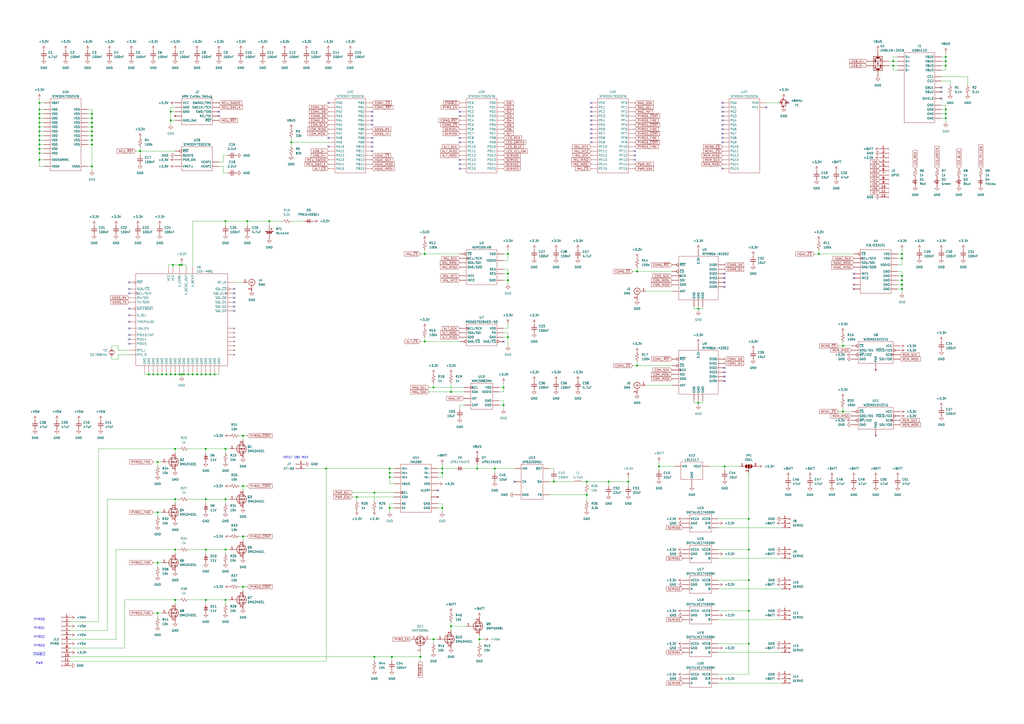
<source format=kicad_sch>
(kicad_sch (version 20231120) (generator "eeschema") (generator_version "8.0")
  (paper "A2")
  (junction (at 523.24 149.86))
  (junction (at 140.97 311.15))
  (junction (at 101.6 289.56))
  (junction (at 99.06 217.17))
  (junction (at 548.64 38.1))
  (junction (at 91.44 355.6))
  (junction (at 276.86 271.78))
  (junction (at 405.13 233.68))
  (junction (at 434.34 336.55))
  (junction (at 119.38 347.98))
  (junction (at 226.06 294.64))
  (junction (at 96.52 217.17))
  (junction (at 226.06 271.78))
  (junction (at 523.24 160.02))
  (junction (at 548.64 35.56))
  (junction (at 91.44 217.17))
  (junction (at 156.21 128.27))
  (junction (at 121.92 217.17))
  (junction (at 22.86 59.69))
  (junction (at 292.1 234.95))
  (junction (at 189.23 271.78))
  (junction (at 101.6 347.98))
  (junction (at 364.49 279.4))
  (junction (at 287.02 271.78))
  (junction (at 256.54 271.78))
  (junction (at 106.68 217.17))
  (junction (at 246.38 147.32))
  (junction (at 130.81 347.98))
  (junction (at 143.51 128.27))
  (junction (at 130.81 260.35))
  (junction (at 217.17 285.75))
  (junction (at 261.62 363.22))
  (junction (at 119.38 260.35))
  (junction (at 140.97 340.36))
  (junction (at 251.46 224.79))
  (junction (at 53.34 71.12))
  (junction (at 130.81 318.77))
  (junction (at 53.34 73.66))
  (junction (at 278.13 370.84))
  (junction (at 104.14 217.17))
  (junction (at 130.81 128.27))
  (junction (at 101.6 260.35))
  (junction (at 119.38 318.77))
  (junction (at 243.84 381))
  (junction (at 353.06 279.4))
  (junction (at 105.41 217.17))
  (junction (at 81.28 87.63))
  (junction (at 22.86 78.74))
  (junction (at 474.98 147.32))
  (junction (at 104.14 153.67))
  (junction (at 548.64 66.04))
  (junction (at 294.64 162.56))
  (junction (at 340.36 279.4))
  (junction (at 86.36 217.17))
  (junction (at 226.06 276.86))
  (junction (at 548.64 68.58))
  (junction (at 434.34 318.77))
  (junction (at 434.34 373.38))
  (junction (at 294.64 158.75))
  (junction (at 217.17 381))
  (junction (at 111.76 217.17))
  (junction (at 22.86 63.5))
  (junction (at 226.06 274.32))
  (junction (at 22.86 83.82))
  (junction (at 434.34 300.99))
  (junction (at 382.27 270.51))
  (junction (at 99.06 64.77))
  (junction (at 124.46 217.17))
  (junction (at 488.95 238.76))
  (junction (at 140.97 252.73))
  (junction (at 523.24 167.64))
  (junction (at 53.34 83.82))
  (junction (at 22.86 88.9))
  (junction (at 22.86 71.12))
  (junction (at 22.86 76.2))
  (junction (at 488.95 200.66))
  (junction (at 22.86 81.28))
  (junction (at 53.34 96.52))
  (junction (at 518.16 35.56))
  (junction (at 294.64 147.32))
  (junction (at 261.62 227.33))
  (junction (at 53.34 78.74))
  (junction (at 256.54 294.64))
  (junction (at 53.34 81.28))
  (junction (at 91.44 267.97))
  (junction (at 22.86 86.36))
  (junction (at 168.91 82.55))
  (junction (at 251.46 370.84))
  (junction (at 227.33 381))
  (junction (at 518.16 38.1))
  (junction (at 99.06 69.85))
  (junction (at 340.36 287.02))
  (junction (at 369.57 212.09))
  (junction (at 101.6 217.17))
  (junction (at 548.64 33.02))
  (junction (at 114.3 217.17))
  (junction (at 119.38 217.17))
  (junction (at 207.01 288.29))
  (junction (at 523.24 165.1))
  (junction (at 22.86 66.04))
  (junction (at 130.81 289.56))
  (junction (at 321.31 279.4))
  (junction (at 88.9 217.17))
  (junction (at 53.34 76.2))
  (junction (at 246.38 198.12))
  (junction (at 101.6 318.77))
  (junction (at 119.38 289.56))
  (junction (at 100.33 153.67))
  (junction (at 22.86 68.58))
  (junction (at 105.41 153.67))
  (junction (at 91.44 326.39))
  (junction (at 369.57 157.48))
  (junction (at 523.24 162.56))
  (junction (at 405.13 179.07))
  (junction (at 116.84 217.17))
  (junction (at 434.34 354.33))
  (junction (at 91.44 297.18))
  (junction (at 53.34 66.04))
  (junction (at 53.34 68.58))
  (junction (at 22.86 73.66))
  (junction (at 292.1 224.79))
  (junction (at 548.64 63.5))
  (junction (at 294.64 195.58))
  (junction (at 420.37 270.51))
  (junction (at 523.24 147.32))
  (junction (at 22.86 92.71))
  (junction (at 140.97 281.94))
  (junction (at 256.54 274.32))
  (junction (at 93.98 217.17))
  (junction (at 109.22 217.17))
  (no_connect (at 419.1 64.77))
  (no_connect (at 215.9 85.09))
  (no_connect (at 74.93 186.69))
  (no_connect (at 420.37 158.75))
  (no_connect (at 419.1 97.79))
  (no_connect (at 74.93 194.31))
  (no_connect (at 546.1 57.15))
  (no_connect (at 127 64.77))
  (no_connect (at 342.9 59.69))
  (no_connect (at 254 284.48))
  (no_connect (at 135.89 170.18))
  (no_connect (at 74.93 179.07))
  (no_connect (at 135.89 172.72))
  (no_connect (at 419.1 67.31))
  (no_connect (at 215.9 72.39))
  (no_connect (at 215.9 67.31))
  (no_connect (at 74.93 190.5))
  (no_connect (at 342.9 64.77))
  (no_connect (at 420.37 163.83))
  (no_connect (at 495.3 158.75))
  (no_connect (at 215.9 82.55))
  (no_connect (at 420.37 166.37))
  (no_connect (at 419.1 59.69))
  (no_connect (at 74.93 182.88))
  (no_connect (at 342.9 77.47))
  (no_connect (at 215.9 64.77))
  (no_connect (at 190.5 59.69))
  (no_connect (at 368.3 92.71))
  (no_connect (at 190.5 85.09))
  (no_connect (at 74.93 167.64))
  (no_connect (at 266.7 82.55))
  (no_connect (at 190.5 80.01))
  (no_connect (at 74.93 199.39))
  (no_connect (at 420.37 218.44))
  (no_connect (at 419.1 82.55))
  (no_connect (at 495.3 161.29))
  (no_connect (at 419.1 74.93))
  (no_connect (at 419.1 62.23))
  (no_connect (at 135.89 175.26))
  (no_connect (at 135.89 167.64))
  (no_connect (at 74.93 170.18))
  (no_connect (at 292.1 198.12))
  (no_connect (at 298.45 279.4))
  (no_connect (at 135.89 180.34))
  (no_connect (at 419.1 80.01))
  (no_connect (at 419.1 69.85))
  (no_connect (at 266.7 67.31))
  (no_connect (at 74.93 163.83))
  (no_connect (at 266.7 97.79))
  (no_connect (at 368.3 87.63))
  (no_connect (at 266.7 80.01))
  (no_connect (at 215.9 80.01))
  (no_connect (at 342.9 62.23))
  (no_connect (at 546.1 50.8))
  (no_connect (at 457.2 59.69))
  (no_connect (at 342.9 80.01))
  (no_connect (at 135.89 177.8))
  (no_connect (at 342.9 69.85))
  (no_connect (at 420.37 220.98))
  (no_connect (at 127 67.31))
  (no_connect (at 420.37 161.29))
  (no_connect (at 419.1 77.47))
  (no_connect (at 420.37 215.9))
  (no_connect (at 546.1 53.34))
  (no_connect (at 342.9 82.55))
  (no_connect (at 215.9 87.63))
  (no_connect (at 419.1 72.39))
  (no_connect (at 266.7 64.77))
  (no_connect (at 420.37 213.36))
  (no_connect (at 74.93 196.85))
  (no_connect (at 368.3 90.17))
  (no_connect (at 342.9 67.31))
  (no_connect (at 266.7 95.25))
  (no_connect (at 444.5 62.23))
  (no_connect (at 342.9 72.39))
  (no_connect (at 342.9 74.93))
  (no_connect (at 215.9 69.85))
  (no_connect (at 266.7 92.71))
  (wire (pts (xy 474.98 144.78) (xy 474.98 147.32)))
  (wire (pts (xy 294.64 144.78) (xy 294.64 147.32)))
  (wire (pts (xy 22.86 76.2) (xy 25.4 76.2)))
  (wire (pts (xy 226.06 276.86) (xy 226.06 280.67)))
  (wire (pts (xy 101.6 260.35) (xy 104.14 260.35)))
  (wire (pts (xy 130.81 347.98) (xy 130.81 350.52)))
  (wire (pts (xy 405.13 234.95) (xy 405.13 233.68)))
  (wire (pts (xy 548.64 40.64) (xy 546.1 40.64)))
  (wire (pts (xy 168.91 128.27) (xy 176.53 128.27)))
  (wire (pts (xy 109.22 347.98) (xy 119.38 347.98)))
  (wire (pts (xy 256.54 276.86) (xy 254 276.86)))
  (wire (pts (xy 204.47 285.75) (xy 217.17 285.75)))
  (wire (pts (xy 22.86 59.69) (xy 22.86 63.5)))
  (wire (pts (xy 93.98 217.17) (xy 96.52 217.17)))
  (wire (pts (xy 40.64 381) (xy 217.17 381)))
  (wire (pts (xy 143.51 128.27) (xy 156.21 128.27)))
  (wire (pts (xy 226.06 294.64) (xy 226.06 297.18)))
  (wire (pts (xy 96.52 215.9) (xy 96.52 217.17)))
  (wire (pts (xy 382.27 267.97) (xy 382.27 270.51)))
  (wire (pts (xy 486.41 238.76) (xy 488.95 238.76)))
  (wire (pts (xy 86.36 217.17) (xy 88.9 217.17)))
  (wire (pts (xy 416.56 323.85) (xy 453.39 323.85)))
  (wire (pts (xy 50.8 81.28) (xy 53.34 81.28)))
  (wire (pts (xy 129.54 96.52) (xy 129.54 100.33)))
  (wire (pts (xy 523.24 165.1) (xy 523.24 167.64)))
  (wire (pts (xy 22.86 88.9) (xy 25.4 88.9)))
  (wire (pts (xy 68.58 200.66) (xy 64.77 200.66)))
  (wire (pts (xy 520.7 157.48) (xy 523.24 157.48)))
  (wire (pts (xy 416.56 341.63) (xy 453.39 341.63)))
  (wire (pts (xy 106.68 217.17) (xy 109.22 217.17)))
  (wire (pts (xy 243.84 147.32) (xy 246.38 147.32)))
  (wire (pts (xy 434.34 354.33) (xy 434.34 373.38)))
  (wire (pts (xy 116.84 217.17) (xy 119.38 217.17)))
  (wire (pts (xy 53.34 78.74) (xy 53.34 81.28)))
  (wire (pts (xy 523.24 147.32) (xy 523.24 149.86)))
  (wire (pts (xy 518.16 33.02) (xy 518.16 35.56)))
  (wire (pts (xy 130.81 347.98) (xy 133.35 347.98)))
  (wire (pts (xy 99.06 69.85) (xy 99.06 72.39)))
  (wire (pts (xy 129.54 93.98) (xy 129.54 90.17)))
  (wire (pts (xy 261.62 222.25) (xy 261.62 227.33)))
  (wire (pts (xy 130.81 128.27) (xy 143.51 128.27)))
  (wire (pts (xy 138.43 252.73) (xy 140.97 252.73)))
  (wire (pts (xy 416.56 396.24) (xy 453.39 396.24)))
  (wire (pts (xy 68.58 205.74) (xy 74.93 205.74)))
  (wire (pts (xy 99.06 62.23) (xy 99.06 64.77)))
  (wire (pts (xy 405.13 180.34) (xy 405.13 179.07)))
  (wire (pts (xy 91.44 267.97) (xy 91.44 270.51)))
  (wire (pts (xy 114.3 215.9) (xy 114.3 217.17)))
  (wire (pts (xy 407.67 232.41) (xy 407.67 233.68)))
  (wire (pts (xy 256.54 294.64) (xy 256.54 297.18)))
  (wire (pts (xy 261.62 363.22) (xy 261.62 365.76)))
  (wire (pts (xy 62.23 289.56) (xy 101.6 289.56)))
  (wire (pts (xy 472.44 147.32) (xy 474.98 147.32)))
  (wire (pts (xy 97.79 154.94) (xy 97.79 153.67)))
  (wire (pts (xy 22.86 92.71) (xy 25.4 92.71)))
  (wire (pts (xy 364.49 276.86) (xy 364.49 279.4)))
  (wire (pts (xy 109.22 217.17) (xy 111.76 217.17)))
  (wire (pts (xy 101.6 217.17) (xy 104.14 217.17)))
  (wire (pts (xy 523.24 144.78) (xy 523.24 147.32)))
  (wire (pts (xy 101.6 215.9) (xy 101.6 217.17)))
  (wire (pts (xy 321.31 279.4) (xy 321.31 278.13)))
  (wire (pts (xy 81.28 87.63) (xy 81.28 90.17)))
  (wire (pts (xy 416.56 300.99) (xy 434.34 300.99)))
  (wire (pts (xy 548.64 33.02) (xy 548.64 35.56)))
  (wire (pts (xy 518.16 35.56) (xy 520.7 35.56)))
  (wire (pts (xy 53.34 63.5) (xy 53.34 66.04)))
  (wire (pts (xy 548.64 60.96) (xy 548.64 63.5)))
  (wire (pts (xy 50.8 63.5) (xy 53.34 63.5)))
  (wire (pts (xy 129.54 90.17) (xy 132.08 90.17)))
  (wire (pts (xy 140.97 340.36) (xy 143.51 340.36)))
  (wire (pts (xy 546.1 63.5) (xy 548.64 63.5)))
  (wire (pts (xy 243.84 198.12) (xy 246.38 198.12)))
  (wire (pts (xy 99.06 69.85) (xy 101.6 69.85)))
  (wire (pts (xy 518.16 40.64) (xy 520.7 40.64)))
  (wire (pts (xy 251.46 224.79) (xy 269.24 224.79)))
  (wire (pts (xy 99.06 64.77) (xy 99.06 69.85)))
  (wire (pts (xy 72.39 347.98) (xy 101.6 347.98)))
  (wire (pts (xy 50.8 83.82) (xy 53.34 83.82)))
  (wire (pts (xy 266.7 234.95) (xy 266.7 237.49)))
  (wire (pts (xy 228.6 271.78) (xy 226.06 271.78)))
  (wire (pts (xy 523.24 160.02) (xy 523.24 162.56)))
  (wire (pts (xy 382.27 270.51) (xy 382.27 273.05)))
  (wire (pts (xy 391.16 270.51) (xy 382.27 270.51)))
  (wire (pts (xy 256.54 274.32) (xy 256.54 276.86)))
  (wire (pts (xy 256.54 292.1) (xy 256.54 294.64)))
  (wire (pts (xy 101.6 347.98) (xy 104.14 347.98)))
  (wire (pts (xy 111.76 128.27) (xy 130.81 128.27)))
  (wire (pts (xy 340.36 279.4) (xy 353.06 279.4)))
  (wire (pts (xy 546.1 46.99) (xy 551.18 46.99)))
  (wire (pts (xy 67.31 370.84) (xy 67.31 318.77)))
  (wire (pts (xy 318.77 271.78) (xy 321.31 271.78)))
  (wire (pts (xy 53.34 81.28) (xy 53.34 83.82)))
  (wire (pts (xy 143.51 128.27) (xy 143.51 130.81)))
  (wire (pts (xy 289.56 234.95) (xy 292.1 234.95)))
  (wire (pts (xy 420.37 273.05) (xy 420.37 270.51)))
  (wire (pts (xy 228.6 280.67) (xy 226.06 280.67)))
  (wire (pts (xy 140.97 340.36) (xy 140.97 342.9)))
  (wire (pts (xy 246.38 147.32) (xy 266.7 147.32)))
  (wire (pts (xy 292.1 193.04) (xy 294.64 193.04)))
  (wire (pts (xy 119.38 318.77) (xy 119.38 321.31)))
  (wire (pts (xy 119.38 347.98) (xy 130.81 347.98)))
  (wire (pts (xy 364.49 279.4) (xy 364.49 281.94)))
  (wire (pts (xy 119.38 260.35) (xy 119.38 262.89)))
  (wire (pts (xy 119.38 217.17) (xy 121.92 217.17)))
  (wire (pts (xy 278.13 373.38) (xy 278.13 370.84)))
  (wire (pts (xy 551.18 46.99) (xy 551.18 49.53)))
  (wire (pts (xy 248.92 224.79) (xy 251.46 224.79)))
  (wire (pts (xy 53.34 83.82) (xy 53.34 96.52)))
  (wire (pts (xy 369.57 212.09) (xy 389.89 212.09)))
  (wire (pts (xy 515.62 38.1) (xy 518.16 38.1)))
  (wire (pts (xy 22.86 68.58) (xy 25.4 68.58)))
  (wire (pts (xy 130.81 318.77) (xy 130.81 321.31)))
  (wire (pts (xy 294.64 151.13) (xy 292.1 151.13)))
  (wire (pts (xy 251.46 222.25) (xy 251.46 224.79)))
  (wire (pts (xy 109.22 289.56) (xy 119.38 289.56)))
  (wire (pts (xy 292.1 224.79) (xy 289.56 224.79)))
  (wire (pts (xy 227.33 381) (xy 227.33 383.54)))
  (wire (pts (xy 546.1 68.58) (xy 548.64 68.58)))
  (wire (pts (xy 523.24 153.67) (xy 523.24 149.86)))
  (wire (pts (xy 78.74 87.63) (xy 81.28 87.63)))
  (wire (pts (xy 83.82 217.17) (xy 86.36 217.17)))
  (wire (pts (xy 546.1 66.04) (xy 548.64 66.04)))
  (wire (pts (xy 520.7 147.32) (xy 523.24 147.32)))
  (wire (pts (xy 100.33 153.67) (xy 104.14 153.67)))
  (wire (pts (xy 226.06 292.1) (xy 226.06 294.64)))
  (wire (pts (xy 548.64 35.56) (xy 548.64 38.1)))
  (wire (pts (xy 68.58 208.28) (xy 68.58 205.74)))
  (wire (pts (xy 22.86 63.5) (xy 22.86 66.04)))
  (wire (pts (xy 294.64 156.21) (xy 294.64 158.75)))
  (wire (pts (xy 93.98 326.39) (xy 91.44 326.39)))
  (wire (pts (xy 109.22 260.35) (xy 119.38 260.35)))
  (wire (pts (xy 287.02 271.78) (xy 298.45 271.78)))
  (wire (pts (xy 140.97 252.73) (xy 143.51 252.73)))
  (wire (pts (xy 138.43 311.15) (xy 140.97 311.15)))
  (wire (pts (xy 294.64 190.5) (xy 292.1 190.5)))
  (wire (pts (xy 50.8 73.66) (xy 53.34 73.66)))
  (wire (pts (xy 256.54 269.24) (xy 256.54 271.78)))
  (wire (pts (xy 434.34 336.55) (xy 434.34 354.33)))
  (wire (pts (xy 119.38 289.56) (xy 119.38 292.1)))
  (wire (pts (xy 86.36 215.9) (xy 86.36 217.17)))
  (wire (pts (xy 548.64 38.1) (xy 548.64 40.64)))
  (wire (pts (xy 243.84 381) (xy 243.84 378.46)))
  (wire (pts (xy 416.56 318.77) (xy 434.34 318.77)))
  (wire (pts (xy 93.98 215.9) (xy 93.98 217.17)))
  (wire (pts (xy 101.6 318.77) (xy 101.6 321.31)))
  (wire (pts (xy 248.92 370.84) (xy 251.46 370.84)))
  (wire (pts (xy 104.14 153.67) (xy 104.14 154.94)))
  (wire (pts (xy 114.3 217.17) (xy 116.84 217.17)))
  (wire (pts (xy 22.86 78.74) (xy 22.86 81.28)))
  (wire (pts (xy 292.1 232.41) (xy 292.1 234.95)))
  (wire (pts (xy 416.56 373.38) (xy 434.34 373.38)))
  (wire (pts (xy 520.7 165.1) (xy 523.24 165.1)))
  (wire (pts (xy 111.76 154.94) (xy 111.76 128.27)))
  (wire (pts (xy 434.34 300.99) (xy 434.34 318.77)))
  (wire (pts (xy 318.77 287.02) (xy 340.36 287.02)))
  (wire (pts (xy 251.46 370.84) (xy 251.46 373.38)))
  (wire (pts (xy 40.64 370.84) (xy 67.31 370.84)))
  (wire (pts (xy 520.7 160.02) (xy 523.24 160.02)))
  (wire (pts (xy 140.97 281.94) (xy 143.51 281.94)))
  (wire (pts (xy 367.03 157.48) (xy 369.57 157.48)))
  (wire (pts (xy 22.86 92.71) (xy 22.86 96.52)))
  (wire (pts (xy 111.76 215.9) (xy 111.76 217.17)))
  (wire (pts (xy 140.97 311.15) (xy 140.97 313.69)))
  (wire (pts (xy 217.17 285.75) (xy 217.17 290.83)))
  (wire (pts (xy 561.34 44.45) (xy 561.34 49.53)))
  (wire (pts (xy 294.64 147.32) (xy 294.64 151.13)))
  (wire (pts (xy 130.81 289.56) (xy 130.81 292.1)))
  (wire (pts (xy 105.41 153.67) (xy 107.95 153.67)))
  (wire (pts (xy 515.62 35.56) (xy 518.16 35.56)))
  (wire (pts (xy 548.64 66.04) (xy 548.64 68.58)))
  (wire (pts (xy 416.56 354.33) (xy 434.34 354.33)))
  (wire (pts (xy 292.1 147.32) (xy 294.64 147.32)))
  (wire (pts (xy 50.8 66.04) (xy 53.34 66.04)))
  (wire (pts (xy 99.06 64.77) (xy 101.6 64.77)))
  (wire (pts (xy 256.54 271.78) (xy 264.16 271.78)))
  (wire (pts (xy 91.44 215.9) (xy 91.44 217.17)))
  (wire (pts (xy 402.59 232.41) (xy 402.59 233.68)))
  (wire (pts (xy 246.38 198.12) (xy 266.7 198.12)))
  (wire (pts (xy 93.98 267.97) (xy 91.44 267.97)))
  (wire (pts (xy 104.14 215.9) (xy 104.14 217.17)))
  (wire (pts (xy 50.8 71.12) (xy 53.34 71.12)))
  (wire (pts (xy 22.86 83.82) (xy 25.4 83.82)))
  (wire (pts (xy 405.13 177.8) (xy 405.13 179.07)))
  (wire (pts (xy 124.46 217.17) (xy 127 217.17)))
  (wire (pts (xy 168.91 82.55) (xy 190.5 82.55)))
  (wire (pts (xy 68.58 203.2) (xy 74.93 203.2)))
  (wire (pts (xy 261.62 360.68) (xy 261.62 363.22)))
  (wire (pts (xy 287.02 271.78) (xy 287.02 274.32)))
  (wire (pts (xy 488.95 236.22) (xy 488.95 238.76)))
  (wire (pts (xy 546.1 33.02) (xy 548.64 33.02)))
  (wire (pts (xy 434.34 373.38) (xy 434.34 391.16)))
  (wire (pts (xy 546.1 44.45) (xy 561.34 44.45)))
  (wire (pts (xy 140.97 311.15) (xy 143.51 311.15)))
  (wire (pts (xy 105.41 217.17) (xy 106.68 217.17)))
  (wire (pts (xy 207.01 288.29) (xy 228.6 288.29)))
  (wire (pts (xy 100.33 153.67) (xy 100.33 154.94)))
  (wire (pts (xy 105.41 152.4) (xy 105.41 153.67)))
  (wire (pts (xy 217.17 285.75) (xy 228.6 285.75)))
  (wire (pts (xy 292.1 227.33) (xy 292.1 224.79)))
  (wire (pts (xy 53.34 96.52) (xy 53.34 99.06)))
  (wire (pts (xy 292.1 156.21) (xy 294.64 156.21)))
  (wire (pts (xy 111.76 217.17) (xy 114.3 217.17)))
  (wire (pts (xy 318.77 279.4) (xy 321.31 279.4)))
  (wire (pts (xy 53.34 71.12) (xy 53.34 73.66)))
  (wire (pts (xy 96.52 217.17) (xy 99.06 217.17)))
  (wire (pts (xy 99.06 215.9) (xy 99.06 217.17)))
  (wire (pts (xy 88.9 297.18) (xy 91.44 297.18)))
  (wire (pts (xy 140.97 252.73) (xy 140.97 255.27)))
  (wire (pts (xy 22.86 71.12) (xy 25.4 71.12)))
  (wire (pts (xy 88.9 267.97) (xy 91.44 267.97)))
  (wire (pts (xy 101.6 62.23) (xy 99.06 62.23)))
  (wire (pts (xy 62.23 365.76) (xy 62.23 289.56)))
  (wire (pts (xy 256.54 271.78) (xy 256.54 274.32)))
  (wire (pts (xy 121.92 215.9) (xy 121.92 217.17)))
  (wire (pts (xy 50.8 78.74) (xy 53.34 78.74)))
  (wire (pts (xy 434.34 274.32) (xy 434.34 300.99)))
  (wire (pts (xy 130.81 318.77) (xy 133.35 318.77)))
  (wire (pts (xy 57.15 360.68) (xy 57.15 260.35)))
  (wire (pts (xy 67.31 318.77) (xy 101.6 318.77)))
  (wire (pts (xy 402.59 233.68) (xy 405.13 233.68)))
  (wire (pts (xy 53.34 73.66) (xy 53.34 76.2)))
  (wire (pts (xy 156.21 128.27) (xy 156.21 130.81)))
  (wire (pts (xy 105.41 153.67) (xy 104.14 153.67)))
  (wire (pts (xy 88.9 217.17) (xy 91.44 217.17)))
  (wire (pts (xy 292.1 158.75) (xy 294.64 158.75)))
  (wire (pts (xy 22.86 66.04) (xy 22.86 68.58)))
  (wire (pts (xy 106.68 215.9) (xy 106.68 217.17)))
  (wire (pts (xy 64.77 207.01) (xy 64.77 208.28)))
  (wire (pts (xy 520.7 167.64) (xy 523.24 167.64)))
  (wire (pts (xy 130.81 289.56) (xy 133.35 289.56)))
  (wire (pts (xy 294.64 187.96) (xy 294.64 190.5)))
  (wire (pts (xy 292.1 162.56) (xy 294.64 162.56)))
  (wire (pts (xy 546.1 60.96) (xy 548.64 60.96)))
  (wire (pts (xy 168.91 82.55) (xy 168.91 85.09)))
  (wire (pts (xy 130.81 128.27) (xy 130.81 130.81)))
  (wire (pts (xy 405.13 179.07) (xy 407.67 179.07)))
  (wire (pts (xy 269.24 271.78) (xy 276.86 271.78)))
  (wire (pts (xy 68.58 203.2) (xy 68.58 200.66)))
  (wire (pts (xy 226.06 271.78) (xy 226.06 274.32)))
  (wire (pts (xy 88.9 215.9) (xy 88.9 217.17)))
  (wire (pts (xy 109.22 318.77) (xy 119.38 318.77)))
  (wire (pts (xy 168.91 80.01) (xy 168.91 82.55)))
  (wire (pts (xy 420.37 270.51) (xy 429.26 270.51)))
  (wire (pts (xy 321.31 279.4) (xy 332.74 279.4)))
  (wire (pts (xy 488.95 200.66) (xy 494.03 200.66)))
  (wire (pts (xy 402.59 179.07) (xy 405.13 179.07)))
  (wire (pts (xy 226.06 276.86) (xy 226.06 274.32)))
  (wire (pts (xy 353.06 279.4) (xy 364.49 279.4)))
  (wire (pts (xy 254 271.78) (xy 256.54 271.78)))
  (wire (pts (xy 292.1 222.25) (xy 292.1 224.79)))
  (wire (pts (xy 321.31 271.78) (xy 321.31 273.05)))
  (wire (pts (xy 405.13 232.41) (xy 405.13 233.68)))
  (wire (pts (xy 81.28 87.63) (xy 101.6 87.63)))
  (wire (pts (xy 246.38 144.78) (xy 246.38 147.32)))
  (wire (pts (xy 22.86 68.58) (xy 22.86 71.12)))
  (wire (pts (xy 548.64 63.5) (xy 548.64 66.04)))
  (wire (pts (xy 434.34 318.77) (xy 434.34 336.55)))
  (wire (pts (xy 64.77 208.28) (xy 68.58 208.28)))
  (wire (pts (xy 294.64 193.04) (xy 294.64 195.58)))
  (wire (pts (xy 53.34 68.58) (xy 53.34 71.12)))
  (wire (pts (xy 121.92 217.17) (xy 124.46 217.17)))
  (wire (pts (xy 523.24 162.56) (xy 523.24 165.1)))
  (wire (pts (xy 53.34 76.2) (xy 53.34 78.74)))
  (wire (pts (xy 83.82 215.9) (xy 83.82 217.17)))
  (wire (pts (xy 227.33 381) (xy 243.84 381)))
  (wire (pts (xy 254 370.84) (xy 251.46 370.84)))
  (wire (pts (xy 91.44 217.17) (xy 93.98 217.17)))
  (wire (pts (xy 278.13 370.84) (xy 280.67 370.84)))
  (wire (pts (xy 101.6 347.98) (xy 101.6 350.52)))
  (wire (pts (xy 138.43 281.94) (xy 140.97 281.94)))
  (wire (pts (xy 50.8 68.58) (xy 53.34 68.58)))
  (wire (pts (xy 228.6 292.1) (xy 226.06 292.1)))
  (wire (pts (xy 88.9 355.6) (xy 91.44 355.6)))
  (wire (pts (xy 105.41 217.17) (xy 105.41 218.44)))
  (wire (pts (xy 269.24 234.95) (xy 266.7 234.95)))
  (wire (pts (xy 22.86 73.66) (xy 22.86 76.2)))
  (wire (pts (xy 176.53 271.78) (xy 189.23 271.78)))
  (wire (pts (xy 337.82 279.4) (xy 340.36 279.4)))
  (wire (pts (xy 129.54 100.33) (xy 132.08 100.33)))
  (wire (pts (xy 488.95 238.76) (xy 494.03 238.76)))
  (wire (pts (xy 407.67 177.8) (xy 407.67 179.07)))
  (wire (pts (xy 243.84 381) (xy 243.84 383.54)))
  (wire (pts (xy 135.89 163.83) (xy 140.97 163.83)))
  (wire (pts (xy 81.28 85.09) (xy 81.28 87.63)))
  (wire (pts (xy 226.06 274.32) (xy 228.6 274.32)))
  (wire (pts (xy 416.56 359.41) (xy 453.39 359.41)))
  (wire (pts (xy 22.86 71.12) (xy 22.86 73.66)))
  (wire (pts (xy 353.06 279.4) (xy 353.06 281.94)))
  (wire (pts (xy 53.34 66.04) (xy 53.34 68.58)))
  (wire (pts (xy 523.24 157.48) (xy 523.24 160.02)))
  (wire (pts (xy 248.92 227.33) (xy 261.62 227.33)))
  (wire (pts (xy 546.1 38.1) (xy 548.64 38.1)))
  (wire (pts (xy 369.57 154.94) (xy 369.57 157.48)))
  (wire (pts (xy 50.8 96.52) (xy 53.34 96.52)))
  (wire (pts (xy 207.01 288.29) (xy 207.01 290.83)))
  (wire (pts (xy 276.86 269.24) (xy 276.86 271.78)))
  (wire (pts (xy 101.6 318.77) (xy 104.14 318.77)))
  (wire (pts (xy 40.64 360.68) (xy 57.15 360.68)))
  (wire (pts (xy 57.15 260.35) (xy 101.6 260.35)))
  (wire (pts (xy 72.39 375.92) (xy 72.39 347.98)))
  (wire (pts (xy 261.62 363.22) (xy 270.51 363.22)))
  (wire (pts (xy 22.86 83.82) (xy 22.86 86.36)))
  (wire (pts (xy 50.8 76.2) (xy 53.34 76.2)))
  (wire (pts (xy 156.21 128.27) (xy 163.83 128.27)))
  (wire (pts (xy 101.6 289.56) (xy 104.14 289.56)))
  (wire (pts (xy 101.6 260.35) (xy 101.6 262.89)))
  (wire (pts (xy 416.56 336.55) (xy 434.34 336.55)))
  (wire (pts (xy 444.5 59.69) (xy 452.12 59.69)))
  (wire (pts (xy 520.7 149.86) (xy 523.24 149.86)))
  (wire (pts (xy 204.47 288.29) (xy 207.01 288.29)))
  (wire (pts (xy 22.86 81.28) (xy 22.86 83.82)))
  (wire (pts (xy 22.86 81.28) (xy 25.4 81.28)))
  (wire (pts (xy 227.33 381) (xy 217.17 381)))
  (wire (pts (xy 520.7 162.56) (xy 523.24 162.56)))
  (wire (pts (xy 22.86 86.36) (xy 22.86 88.9)))
  (wire (pts (xy 124.46 215.9) (xy 124.46 217.17)))
  (wire (pts (xy 91.44 355.6) (xy 91.44 358.14)))
  (wire (pts (xy 119.38 347.98) (xy 119.38 350.52)))
  (wire (pts (xy 22.86 88.9) (xy 22.86 92.71)))
  (wire (pts (xy 40.64 375.92) (xy 72.39 375.92)))
  (wire (pts (xy 119.38 260.35) (xy 130.81 260.35)))
  (wire (pts (xy 276.86 271.78) (xy 287.02 271.78)))
  (wire (pts (xy 88.9 326.39) (xy 91.44 326.39)))
  (wire (pts (xy 486.41 200.66) (xy 488.95 200.66)))
  (wire (pts (xy 278.13 370.84) (xy 278.13 368.3)))
  (wire (pts (xy 91.44 297.18) (xy 91.44 299.72)))
  (wire (pts (xy 261.62 227.33) (xy 269.24 227.33)))
  (wire (pts (xy 416.56 378.46) (xy 453.39 378.46)))
  (wire (pts (xy 25.4 96.52) (xy 22.86 96.52)))
  (wire (pts (xy 518.16 40.64) (xy 518.16 38.1)))
  (wire (pts (xy 93.98 355.6) (xy 91.44 355.6)))
  (wire (pts (xy 292.1 234.95) (xy 292.1 237.49)))
  (wire (pts (xy 99.06 217.17) (xy 101.6 217.17)))
  (wire (pts (xy 518.16 33.02) (xy 520.7 33.02)))
  (wire (pts (xy 22.86 57.15) (xy 22.86 59.69)))
  (wire (pts (xy 119.38 318.77) (xy 130.81 318.77)))
  (wire (pts (xy 127 93.98) (xy 129.54 93.98)))
  (wire (pts (xy 374.65 168.91) (xy 389.89 168.91)))
  (wire (pts (xy 294.64 162.56) (xy 294.64 165.1)))
  (wire (pts (xy 434.34 391.16) (xy 416.56 391.16)))
  (wire (pts (xy 217.17 381) (xy 217.17 383.54)))
  (wire (pts (xy 64.77 200.66) (xy 64.77 201.93)))
  (wire (pts (xy 546.1 35.56) (xy 548.64 35.56)))
  (wire (pts (xy 548.64 68.58) (xy 548.64 71.12)))
  (wire (pts (xy 127 217.17) (xy 127 215.9)))
  (wire (pts (xy 109.22 215.9) (xy 109.22 217.17)))
  (wire (pts (xy 130.81 260.35) (xy 130.81 262.89)))
  (wire (pts (xy 374.65 223.52) (xy 389.89 223.52)))
  (wire (pts (xy 22.86 78.74) (xy 25.4 78.74)))
  (wire (pts (xy 130.81 260.35) (xy 133.35 260.35)))
  (wire (pts (xy 97.79 153.67) (xy 100.33 153.67)))
  (wire (pts (xy 101.6 289.56) (xy 101.6 292.1)))
  (wire (pts (xy 93.98 297.18) (xy 91.44 297.18)))
  (wire (pts (xy 402.59 177.8) (xy 402.59 179.07)))
  (wire (pts (xy 22.86 59.69) (xy 25.4 59.69)))
  (wire (pts (xy 104.14 217.17) (xy 105.41 217.17)))
  (wire (pts (xy 119.38 289.56) (xy 130.81 289.56)))
  (wire (pts (xy 22.86 63.5) (xy 25.4 63.5)))
  (wire (pts (xy 22.86 86.36) (xy 25.4 86.36)))
  (wire (pts (xy 127 96.52) (xy 129.54 96.52)))
  (wire (pts (xy 340.36 279.4) (xy 340.36 280.67)))
  (wire (pts (xy 254 294.64) (xy 256.54 294.64)))
  (wire (pts (xy 420.37 270.51) (xy 411.48 270.51)))
  (wire (pts (xy 292.1 195.58) (xy 294.64 195.58)))
  (wire (pts (xy 254 274.32) (xy 256.54 274.32)))
  (wire (pts (xy 518.16 38.1) (xy 520.7 38.1)))
  (wire (pts (xy 548.64 30.48) (xy 548.64 33.02)))
  (wire (pts (xy 254 292.1) (xy 256.54 292.1)))
  (wire (pts (xy 340.36 287.02) (xy 340.36 290.83)))
  (wire (pts (xy 289.56 227.33) (xy 292.1 227.33)))
  (wire (pts (xy 40.64 383.54) (xy 189.23 383.54)))
  (wire (pts (xy 226.06 294.64) (xy 228.6 294.64)))
  (wire (pts (xy 40.64 365.76) (xy 62.23 365.76)))
  (wire (pts (xy 289.56 232.41) (xy 292.1 232.41)))
  (wire (pts (xy 228.6 276.86) (xy 226.06 276.86)))
  (wire (pts (xy 474.98 147.32) (xy 495.3 147.32)))
  (wire (pts (xy 294.64 195.58) (xy 294.64 200.66)))
  (wire (pts (xy 116.84 215.9) (xy 116.84 217.17)))
  (wire (pts (xy 405.13 233.68) (xy 407.67 233.68)))
  (wire (pts (xy 140.97 281.94) (xy 140.97 284.48)))
  (wire (pts (xy 369.57 209.55) (xy 369.57 212.09)))
  (wire (pts (xy 246.38 195.58) (xy 246.38 198.12)))
  (wire (pts (xy 367.03 212.09) (xy 369.57 212.09)))
  (wire (pts (xy 294.64 158.75) (xy 294.64 162.56)))
  (wire (pts (xy 340.36 285.75) (xy 340.36 287.02)))
  (wire (pts (xy 107.95 153.67) (xy 107.95 154.94)))
  (wire (pts (xy 189.23 383.54) (xy 189.23 271.78)))
  (wire (pts (xy 22.86 66.04) (xy 25.4 66.04)))
  (wire (pts (xy 523.24 167.64) (xy 523.24 170.18)))
  (wire (pts (xy 22.86 73.66) (xy 25.4 73.66)))
  (wire (pts (xy 119.38 215.9) (xy 119.38 217.17)))
  (wire (pts (xy 369.57 157.48) (xy 389.89 157.48)))
  (wire (pts (xy 91.44 326.39) (xy 91.44 328.93)))
  (wire (pts (xy 189.23 271.78) (xy 226.06 271.78)))
  (wire (pts (xy 138.43 340.36) (xy 140.97 340.36)))
  (wire (pts (xy 416.56 306.07) (xy 453.39 306.07)))
  (wire (pts (xy 22.86 76.2) (xy 22.86 78.74)))
  (wire (pts (xy 488.95 198.12) (xy 488.95 200.66)))
  (wire (pts (xy 520.7 153.67) (xy 523.24 153.67)))
  (text "~{ENABLE}" (at 22.86 379.73 0) (effects (font (size 1.27 1.27))))
  (text "INPUT 18V MAX" (at 171.45 265.43 0) (effects (font (size 1.27 1.27))))
  (text "PYRO3" (at 22.86 374.65 0) (effects (font (size 1.27 1.27))))
  (text "PWR" (at 22.86 384.81 0) (effects (font (size 1.27 1.27))))
  (text "PYRO1" (at 22.86 364.49 0) (effects (font (size 1.27 1.27))))
  (text "PYRO2" (at 22.86 369.57 0) (effects (font (size 1.27 1.27))))
  (text "PYRO0" (at 22.86 359.41 0) (effects (font (size 1.27 1.27))))
  (global_label "IO2" (shape input) (at 292.1 64.77 0) (property "Intersheetrefs" "${INTERSHEET_REFS}" (effects (hide yes))))
  (global_label "COM_MISO" (shape input) (at 190.5 74.93 180) (property "Intersheetrefs" "${INTERSHEET_REFS}" (effects (hide yes))))
  (global_label "HGAC_MOSI" (shape input) (at 495.3 152.4 180) (property "Intersheetrefs" "${INTERSHEET_REFS}" (effects (hide yes))))
  (global_label "MAG_INT" (shape input) (at 368.3 64.77 0) (property "Intersheetrefs" "${INTERSHEET_REFS}" (effects (hide yes))))
  (global_label "ALT_~{CS}" (shape input) (at 243.84 198.12 180) (property "Intersheetrefs" "${INTERSHEET_REFS}" (effects (hide yes))))
  (global_label "~{ENABLE}" (shape input) (at 266.7 59.69 180) (property "Intersheetrefs" "${INTERSHEET_REFS}" (effects (hide yes))))
  (global_label "PYRO3_~{CONT}" (shape input) (at 368.3 82.55 0) (property "Intersheetrefs" "${INTERSHEET_REFS}" (effects (hide yes))))
  (global_label "MEM_SCK" (shape input) (at 521.97 205.74 0) (property "Intersheetrefs" "${INTERSHEET_REFS}" (effects (hide yes))))
  (global_label "SERVO0" (shape input) (at 396.24 306.07 180) (property "Intersheetrefs" "${INTERSHEET_REFS}" (effects (hide yes))))
  (global_label "MEM_MOSI" (shape input) (at 419.1 95.25 180) (property "Intersheetrefs" "${INTERSHEET_REFS}" (effects (hide yes))))
  (global_label "HGAC_MISO" (shape input) (at 215.9 95.25 0) (property "Intersheetrefs" "${INTERSHEET_REFS}" (effects (hide yes))))
  (global_label "COM1_D0" (shape input) (at 190.5 64.77 180) (property "Intersheetrefs" "${INTERSHEET_REFS}" (effects (hide yes))))
  (global_label "HGAC_~{CS}" (shape input) (at 472.44 147.32 180) (property "Intersheetrefs" "${INTERSHEET_REFS}" (effects (hide yes))))
  (global_label "SERVO0" (shape input) (at 292.1 90.17 0) (property "Intersheetrefs" "${INTERSHEET_REFS}" (effects (hide yes))))
  (global_label "IMU_~{CS}" (shape input) (at 342.9 97.79 180) (property "Intersheetrefs" "${INTERSHEET_REFS}" (effects (hide yes))))
  (global_label "LED_BLUE" (shape input) (at 292.1 85.09 0) (property "Intersheetrefs" "${INTERSHEET_REFS}" (effects (hide yes))))
  (global_label "MEM_MOSI" (shape input) (at 521.97 246.38 0) (property "Intersheetrefs" "${INTERSHEET_REFS}" (effects (hide yes))))
  (global_label "MEM_SCK" (shape input) (at 521.97 243.84 0) (property "Intersheetrefs" "${INTERSHEET_REFS}" (effects (hide yes))))
  (global_label "COM1_~{RST}" (shape input) (at 215.9 62.23 0) (property "Intersheetrefs" "${INTERSHEET_REFS}" (effects (hide yes))))
  (global_label "PYRO3_~{CONT}" (shape input) (at 143.51 340.36 0) (property "Intersheetrefs" "${INTERSHEET_REFS}" (effects (hide yes))))
  (global_label "MAG_INT" (shape input) (at 269.24 231.14 180) (property "Intersheetrefs" "${INTERSHEET_REFS}" (effects (hide yes))))
  (global_label "MCU_SWCLK" (shape input) (at 190.5 95.25 180) (property "Intersheetrefs" "${INTERSHEET_REFS}" (effects (hide yes))))
  (global_label "IMU_MOSI" (shape input) (at 342.9 95.25 180) (property "Intersheetrefs" "${INTERSHEET_REFS}" (effects (hide yes))))
  (global_label "PWR_SCL" (shape input) (at 204.47 285.75 180) (property "Intersheetrefs" "${INTERSHEET_REFS}" (effects (hide yes))))
  (global_label "PYRO2_~{CONT}" (shape input) (at 368.3 77.47 0) (property "Intersheetrefs" "${INTERSHEET_REFS}" (effects (hide yes))))
  (global_label "MAG_SDA" (shape input) (at 368.3 59.69 0) (property "Intersheetrefs" "${INTERSHEET_REFS}" (effects (hide yes))))
  (global_label "COM0_~{RST}" (shape input) (at 389.89 153.67 180) (property "Intersheetrefs" "${INTERSHEET_REFS}" (effects (hide yes))))
  (global_label "PWR_SDA" (shape input) (at 368.3 97.79 0) (property "Intersheetrefs" "${INTERSHEET_REFS}" (effects (hide yes))))
  (global_label "PYRO0_~{CONT}" (shape input) (at 368.3 67.31 0) (property "Intersheetrefs" "${INTERSHEET_REFS}" (effects (hide yes))))
  (global_label "COM_MOSI" (shape input) (at 389.89 217.17 180) (property "Intersheetrefs" "${INTERSHEET_REFS}" (effects (hide yes))))
  (global_label "MEM_MISO" (shape input) (at 494.03 241.3 180) (property "Intersheetrefs" "${INTERSHEET_REFS}" (effects (hide yes))))
  (global_label "ALT_MOSI" (shape input) (at 266.7 90.17 180) (property "Intersheetrefs" "${INTERSHEET_REFS}" (effects (hide yes))))
  (global_label "IO5" (shape input) (at 292.1 72.39 0) (property "Intersheetrefs" "${INTERSHEET_REFS}" (effects (hide yes))))
  (global_label "SERVO4" (shape input) (at 396.24 378.46 180) (property "Intersheetrefs" "${INTERSHEET_REFS}" (effects (hide yes))))
  (global_label "IO4" (shape input) (at 510.54 104.14 180) (property "Intersheetrefs" "${INTERSHEET_REFS}" (effects (hide yes))))
  (global_label "GNSS_RX" (shape input) (at 215.9 74.93 0) (property "Intersheetrefs" "${INTERSHEET_REFS}" (effects (hide yes))))
  (global_label "SERVO4" (shape input) (at 266.7 74.93 180) (property "Intersheetrefs" "${INTERSHEET_REFS}" (effects (hide yes))))
  (global_label "USB_D-" (shape input) (at 502.92 38.1 180) (property "Intersheetrefs" "${INTERSHEET_REFS}" (effects (hide yes))))
  (global_label "IO1" (shape input) (at 510.54 96.52 180) (property "Intersheetrefs" "${INTERSHEET_REFS}" (effects (hide yes))))
  (global_label "MAG_SCL" (shape input) (at 368.3 62.23 0) (property "Intersheetrefs" "${INTERSHEET_REFS}" (effects (hide yes))))
  (global_label "PYRO0_~{CONT}" (shape input) (at 143.51 252.73 0) (property "Intersheetrefs" "${INTERSHEET_REFS}" (effects (hide yes))))
  (global_label "IO0" (shape input) (at 292.1 59.69 0) (property "Intersheetrefs" "${INTERSHEET_REFS}" (effects (hide yes))))
  (global_label "LED_YELLOW" (shape input) (at 292.1 87.63 0) (property "Intersheetrefs" "${INTERSHEET_REFS}" (effects (hide yes))))
  (global_label "IMU_~{CS}" (shape input) (at 243.84 147.32 180) (property "Intersheetrefs" "${INTERSHEET_REFS}" (effects (hide yes))))
  (global_label "PYRO1_~{CONT}" (shape input) (at 143.51 281.94 0) (property "Intersheetrefs" "${INTERSHEET_REFS}" (effects (hide yes))))
  (global_label "PYRO1_FIRE" (shape input) (at 368.3 74.93 0) (property "Intersheetrefs" "${INTERSHEET_REFS}" (effects (hide yes))))
  (global_label "SERVO5" (shape input) (at 396.24 396.24 180) (property "Intersheetrefs" "${INTERSHEET_REFS}" (effects (hide yes))))
  (global_label "MEM1_~{CS}" (shape input) (at 486.41 238.76 180) (property "Intersheetrefs" "${INTERSHEET_REFS}" (effects (hide yes))))
  (global_label "PYRO3_FIRE" (shape input) (at 368.3 85.09 0) (property "Intersheetrefs" "${INTERSHEET_REFS}" (effects (hide yes))))
  (global_label "IMU_INT1" (shape input) (at 266.7 160.02 180) (property "Intersheetrefs" "${INTERSHEET_REFS}" (effects (hide yes))))
  (global_label "COM_SCK" (shape input) (at 190.5 72.39 180) (property "Intersheetrefs" "${INTERSHEET_REFS}" (effects (hide yes))))
  (global_label "ALT_~{CS}" (shape input) (at 190.5 97.79 180) (property "Intersheetrefs" "${INTERSHEET_REFS}" (effects (hide yes))))
  (global_label "COM_MISO" (shape input) (at 389.89 219.71 180) (property "Intersheetrefs" "${INTERSHEET_REFS}" (effects (hide yes))))
  (global_label "LED_GREEN" (shape input) (at 543.56 97.79 90) (property "Intersheetrefs" "${INTERSHEET_REFS}" (effects (hide yes))))
  (global_label "USB_D+" (shape input) (at 502.92 35.56 180) (property "Intersheetrefs" "${INTERSHEET_REFS}" (effects (hide yes))))
  (global_label "SERVO1" (shape input) (at 292.1 92.71 0) (property "Intersheetrefs" "${INTERSHEET_REFS}" (effects (hide yes))))
  (global_label "IMU_MISO" (shape input) (at 342.9 92.71 180) (property "Intersheetrefs" "${INTERSHEET_REFS}" (effects (hide yes))))
  (global_label "MCU_~{RST}" (shape input) (at 127 69.85 0) (property "Intersheetrefs" "${INTERSHEET_REFS}" (effects (hide yes))))
  (global_label "COM1_~{RST}" (shape input) (at 389.89 208.28 180) (property "Intersheetrefs" "${INTERSHEET_REFS}" (effects (hide yes))))
  (global_label "IMU_INT2" (shape input) (at 342.9 87.63 180) (property "Intersheetrefs" "${INTERSHEET_REFS}" (effects (hide yes))))
  (global_label "COM0_~{RST}" (shape input) (at 266.7 69.85 180) (property "Intersheetrefs" "${INTERSHEET_REFS}" (effects (hide yes))))
  (global_label "ALT_SCK" (shape input) (at 266.7 190.5 180) (property "Intersheetrefs" "${INTERSHEET_REFS}" (effects (hide yes))))
  (global_label "IO3" (shape input) (at 292.1 67.31 0) (property "Intersheetrefs" "${INTERSHEET_REFS}" (effects (hide yes))))
  (global_label "HGAC_MISO" (shape input) (at 495.3 154.94 180) (property "Intersheetrefs" "${INTERSHEET_REFS}" (effects (hide yes))))
  (global_label "MCU_SWCLK" (shape input) (at 127 62.23 0) (property "Intersheetrefs" "${INTERSHEET_REFS}" (effects (hide yes))))
  (global_label "LED_RED" (shape input) (at 530.86 97.79 90) (property "Intersheetrefs" "${INTERSHEET_REFS}" (effects (hide yes))))
  (global_label "IO6" (shape input) (at 510.54 109.22 180) (property "Intersheetrefs" "${INTERSHEET_REFS}" (effects (hide yes))))
  (global_label "COM_SCK" (shape input) (at 389.89 214.63 180) (property "Intersheetrefs" "${INTERSHEET_REFS}" (effects (hide yes))))
  (global_label "MAG_SCL" (shape input) (at 248.92 224.79 180) (property "Intersheetrefs" "${INTERSHEET_REFS}" (effects (hide yes))))
  (global_label "PYRO1_FIRE" (shape input) (at 88.9 297.18 180) (property "Intersheetrefs" "${INTERSHEET_REFS}" (effects (hide yes))))
  (global_label "COM_SCK" (shape input) (at 389.89 160.02 180) (property "Intersheetrefs" "${INTERSHEET_REFS}" (effects (hide yes))))
  (global_label "MEM_MOSI" (shape input) (at 521.97 208.28 0) (property "Intersheetrefs" "${INTERSHEET_REFS}" (effects (hide yes))))
  (global_label "HGAC_SCK" (shape input) (at 215.9 92.71 0) (property "Intersheetrefs" "${INTERSHEET_REFS}" (effects (hide yes))))
  (global_label "ALT_MISO" (shape input) (at 266.7 87.63 180) (property "Intersheetrefs" "${INTERSHEET_REFS}" (effects (hide yes))))
  (global_label "IMU_MISO" (shape input) (at 266.7 154.94 180) (property "Intersheetrefs" "${INTERSHEET_REFS}" (effects (hide yes))))
  (global_label "COM1_D1" (shape input) (at 420.37 210.82 0) (property "Intersheetrefs" "${INTERSHEET_REFS}" (effects (hide yes))))
  (global_label "IO3" (shape input) (at 510.54 101.6 180) (property "Intersheetrefs" "${INTERSHEET_REFS}" (effects (hide yes))))
  (global_label "IO4" (shape input) (at 292.1 69.85 0) (property "Intersheetrefs" "${INTERSHEET_REFS}" (effects (hide yes))))
  (global_label "HGAC_~{CS}" (shape input) (at 215.9 90.17 0) (property "Intersheetrefs" "${INTERSHEET_REFS}" (effects (hide yes))))
  (global_label "SERVO5" (shape input) (at 266.7 77.47 180) (property "Intersheetrefs" "${INTERSHEET_REFS}" (effects (hide yes))))
  (global_label "ALT_MOSI" (shape input) (at 266.7 193.04 180) (property "Intersheetrefs" "${INTERSHEET_REFS}" (effects (hide yes))))
  (global_label "PYRO_EN" (shape input) (at 238.76 370.84 180) (property "Intersheetrefs" "${INTERSHEET_REFS}" (effects (hide yes))))
  (global_label "IO5" (shape input) (at 510.54 106.68 180) (property "Intersheetrefs" "${INTERSHEET_REFS}" (effects (hide yes))))
  (global_label "HGAC_MOSI" (shape input) (at 215.9 97.79 0) (property "Intersheetrefs" "${INTERSHEET_REFS}" (effects (hide yes))))
  (global_label "PYRO0_FIRE" (shape input) (at 88.9 267.97 180) (property "Intersheetrefs" "${INTERSHEET_REFS}" (effects (hide yes))))
  (global_label "SERVO2" (shape input) (at 396.24 341.63 180) (property "Intersheetrefs" "${INTERSHEET_REFS}" (effects (hide yes))))
  (global_label "IMU_SCK" (shape input) (at 266.7 149.86 180) (property "Intersheetrefs" "${INTERSHEET_REFS}" (effects (hide yes))))
  (global_label "COM0_D1" (shape input) (at 420.37 156.21 0) (property "Intersheetrefs" "${INTERSHEET_REFS}" (effects (hide yes))))
  (global_label "LED_GREEN" (shape input) (at 292.1 82.55 0) (property "Intersheetrefs" "${INTERSHEET_REFS}" (effects (hide yes))))
  (global_label "COM1_D1" (shape input) (at 190.5 62.23 180) (property "Intersheetrefs" "${INTERSHEET_REFS}" (effects (hide yes))))
  (global_label "IO0" (shape input) (at 510.54 93.98 180) (property "Intersheetrefs" "${INTERSHEET_REFS}" (effects (hide yes))))
  (global_label "IO7" (shape input) (at 292.1 77.47 0) (property "Intersheetrefs" "${INTERSHEET_REFS}" (effects (hide yes))))
  (global_label "COM1_D0" (shape input) (at 420.37 208.28 0) (property "Intersheetrefs" "${INTERSHEET_REFS}" (effects (hide yes))))
  (global_label "IMU_MOSI" (shape input) (at 266.7 152.4 180) (property "Intersheetrefs" "${INTERSHEET_REFS}" (effects (hide yes))))
  (global_label "MCU_~{RST}" (shape input) (at 78.74 87.63 180) (property "Intersheetrefs" "${INTERSHEET_REFS}" (effects (hide yes))))
  (global_label "COM_MOSI" (shape input) (at 389.89 162.56 180) (property "Intersheetrefs" "${INTERSHEET_REFS}" (effects (hide yes))))
  (global_label "IO7" (shape input) (at 510.54 111.76 180) (property "Intersheetrefs" "${INTERSHEET_REFS}" (effects (hide yes))))
  (global_label "MEM0_~{CS}" (shape input) (at 419.1 85.09 180) (property "Intersheetrefs" "${INTERSHEET_REFS}" (effects (hide yes))))
  (global_label "ALT_MISO" (shape input) (at 266.7 195.58 180) (property "Intersheetrefs" "${INTERSHEET_REFS}" (effects (hide yes))))
  (global_label "~{ENABLE}" (shape input) (at 243.84 383.54 270) (property "Intersheetrefs" "${INTERSHEET_REFS}" (effects (hide yes))))
  (global_label "IMU_SCK" (shape input) (at 342.9 90.17 180) (property "Intersheetrefs" "${INTERSHEET_REFS}" (effects (hide yes))))
  (global_label "PWR_SCL" (shape input) (at 368.3 95.25 0) (property "Intersheetrefs" "${INTERSHEET_REFS}" (effects (hide yes))))
  (global_label "COM_MISO" (shape input) (at 389.89 165.1 180) (property "Intersheetrefs" "${INTERSHEET_REFS}" (effects (hide yes))))
  (global_label "PYRO2_FIRE" (shape input) (at 88.9 326.39 180) (property "Intersheetrefs" "${INTERSHEET_REFS}" (effects (hide yes))))
  (global_label "SERVO3" (shape input) (at 396.24 359.41 180) (property "Intersheetrefs" "${INTERSHEET_REFS}" (effects (hide yes))))
  (global_label "MCU_SWDIO" (shape input) (at 127 59.69 0) (property "Intersheetrefs" "${INTERSHEET_REFS}" (effects (hide yes))))
  (global_label "SERVO1" (shape input) (at 396.24 323.85 180) (property "Intersheetrefs" "${INTERSHEET_REFS}" (effects (hide yes))))
  (global_label "USB_D+" (shape input) (at 190.5 90.17 180) (property "Intersheetrefs" "${INTERSHEET_REFS}" (effects (hide yes))))
  (global_label "LED_BLUE" (shape input) (at 556.26 97.79 90) (property "Intersheetrefs" "${INTERSHEET_REFS}" (effects (hide yes))))
  (global_label "IO6" (shape input) (at 292.1 74.93 0) (property "Intersheetrefs" "${INTERSHEET_REFS}" (effects (hide yes))))
  (global_label "SERVO3" (shape input) (at 292.1 97.79 0) (property "Intersheetrefs" "${INTERSHEET_REFS}" (effects (hide yes))))
  (global_label "COM_MOSI" (shape input) (at 190.5 77.47 180) (property "Intersheetrefs" "${INTERSHEET_REFS}" (effects (hide yes))))
  (global_label "HGAC_SCK" (shape input) (at 495.3 149.86 180) (property "Intersheetrefs" "${INTERSHEET_REFS}" (effects (hide yes))))
  (global_label "GNSS_RX" (shape input) (at 74.93 172.72 180) (property "Intersheetrefs" "${INTERSHEET_REFS}" (effects (hide yes))))
  (global_label "IMU_INT2" (shape input) (at 266.7 162.56 180) (property "Intersheetrefs" "${INTERSHEET_REFS}" (effects (hide yes))))
  (global_label "MEM1_~{CS}" (shape input) (at 419.1 87.63 180) (property "Intersheetrefs" "${INTERSHEET_REFS}" (effects (hide yes))))
  (global_label "ALT_SCK" (shape input) (at 266.7 85.09 180) (property "Intersheetrefs" "${INTERSHEET_REFS}" (effects (hide yes))))
  (global_label "USB_D-" (shape input) (at 190.5 87.63 180) (property "Intersheetrefs" "${INTERSHEET_REFS}" (effects (hide yes))))
  (global_label "COM1_~{CS}" (shape input) (at 215.9 59.69 0) (property "Intersheetrefs" "${INTERSHEET_REFS}" (effects (hide yes))))
  (global_label "GNSS_TX" (shape input) (at 74.93 175.26 180) (property "Intersheetrefs" "${INTERSHEET_REFS}" (effects (hide yes))))
  (global_label "PYRO3_FIRE" (shape input) (at 88.9 355.6 180) (property "Intersheetrefs" "${INTERSHEET_REFS}" (effects (hide yes))))
  (global_label "GNSS_TX" (shape input) (at 215.9 77.47 0) (property "Intersheetrefs" "${INTERSHEET_REFS}" (effects (hide yes))))
  (global_label "MEM_MISO" (shape input) (at 419.1 90.17 180) (property "Intersheetrefs" "${INTERSHEET_REFS}" (effects (hide yes))))
  (global_label "COM1_~{CS}" (shape input) (at 367.03 212.09 180) (property "Intersheetrefs" "${INTERSHEET_REFS}" (effects (hide yes))))
  (global_label "MEM_SCK" (shape input) (at 419.1 92.71 180) (property "Intersheetrefs" "${INTERSHEET_REFS}" (effects (hide yes))))
  (global_label "LED_YELLOW" (shape input) (at 568.96 97.79 90) (property "Intersheetrefs" "${INTERSHEET_REFS}" (effects (hide yes))))
  (global_label "MEM_MISO" (shape input) (at 494.03 203.2 180) (property "Intersheetrefs" "${INTERSHEET_REFS}" (effects (hide yes))))
  (global_label "IO1" (shape input) (at 292.1 62.23 0) (property "Intersheetrefs" "${INTERSHEET_REFS}" (effects (hide yes))))
  (global_label "IMU_INT1" (shape input) (at 342.9 85.09 180) (property "Intersheetrefs" "${INTERSHEET_REFS}" (effects (hide yes))))
  (global_label "PWR_SDA" (shape input) (at 204.47 288.29 180) (property "Intersheetrefs" "${INTERSHEET_REFS}" (effects (hide yes))))
  (global_label "COM0_~{CS}" (shape input) (at 367.03 157.48 180) (property "Intersheetrefs" "${INTERSHEET_REFS}" (effects (hide yes))))
  (global_label "PYRO0_FIRE" (shape input) (at 368.3 69.85 0) (property "Intersheetrefs" "${INTERSHEET_REFS}" (effects (hide yes))))
  (global_label "MEM0_~{CS}" (shape input) (at 486.41 200.66 180) (property "Intersheetrefs" "${INTERSHEET_REFS}" (effects (hide yes))))
  (global_label "PYRO2_~{CONT}" (shape input) (at 143.51 311.15 0) (property "Intersheetrefs" "${INTERSHEET_REFS}" (effects (hide yes))))
  (global_label "COM0_D0" (shape input) (at 420.37 153.67 0) (property "Intersheetrefs" "${INTERSHEET_REFS}" (effects (hide yes))))
  (global_label "MCU_SWDIO" (shape input) (at 190.5 92.71 180) (property "Intersheetrefs" "${INTERSHEET_REFS}" (effects (hide yes))))
  (global_label "PYRO2_FIRE" (shape input) (at 368.3 80.01 0) (property "Intersheetrefs" "${INTERSHEET_REFS}" (effects (hide yes))))
  (global_label "IO2" (shape input) (at 510.54 99.06 180) (property "Intersheetrefs" "${INTERSHEET_REFS}" (effects (hide yes))))
  (global_label "COM0_~{CS}" (shape input) (at 266.7 72.39 180) (property "Intersheetrefs" "${INTERSHEET_REFS}" (effects (hide yes))))
  (global_label "MAG_SDA" (shape input) (at 248.92 227.33 180) (property "Intersheetrefs" "${INTERSHEET_REFS}" (effects (hide yes))))
  (global_label "SERVO2" (shape input) (at 292.1 95.25 0) (property "Intersheetrefs" "${INTERSHEET_REFS}" (effects (hide yes))))
  (global_label "PYRO1_~{CONT}" (shape input) (at 368.3 72.39 0) (property "Intersheetrefs" "${INTERSHEET_REFS}" (effects (hide yes))))
  (global_label "LED_RED" (shape input) (at 292.1 80.01 0) (property "Intersheetrefs" "${INTERSHEET_REFS}" (effects (hide yes))))
  (global_label "PYRO_EN" (shape input) (at 266.7 62.23 180) (property "Intersheetrefs" "${INTERSHEET_REFS}" (effects (hide yes))))
  (global_label "COM0_D1" (shape input) (at 190.5 69.85 180) (property "Intersheetrefs" "${INTERSHEET_REFS}" (effects (hide yes))))
  (global_label "COM0_D0" (shape input) (at 190.5 67.31 180) (property "Intersheetrefs" "${INTERSHEET_REFS}" (effects (hide yes))))
  (symbol (lib_id "power:GND") (at 485.14 104.14 0) (unit 1)
    (property "Reference" "#PWR058" (effects (hide yes)))
    (property "Value" "GND" (at 485.14 109.22 0))
    (property "Description" "Power symbol creates a global label with name \"GND\" , ground" (effects (hide yes)))
  )
  (symbol (lib_id "power:+VSW") (at 58.42 243.84 0) (unit 1)
    (property "Reference" "#PWR0139" (effects (hide yes)))
    (property "Value" "+VSW" (at 58.42 238.76 0))
    (property "Description" "Power symbol creates a global label with name \"+VSW\"" (effects (hide yes)))
  )
  (symbol (lib_id "Device:R_Small_US") (at 106.68 289.56 90) (unit 1)
    (property "Reference" "R27" (at 106.68 283.21 90))
    (property "Value" "1k" (at 106.68 285.75 90))
    (property "Footprint" "kicad-egglib:0402_1005M" (effects (hide yes)))
    (property "Manufacturer" "Generic" (effects (hide yes)))
    (property "Part #" "Generic 1k 1% 0402 Chip Resistor" (effects (hide yes)))
  )
  (symbol (lib_id "Device:R_Small_US") (at 369.57 152.4 0) (unit 1)
    (property "Reference" "R14" (at 372.11 151.13 0) (effects (justify left)))
    (property "Value" "100k" (at 372.11 153.67 0) (effects (justify left)))
    (property "Footprint" "kicad-egglib:0402_1005M" (effects (hide yes)))
    (property "Manufacturer" "Generic" (effects (hide yes)))
    (property "Part #" "Generic 100k 1% 0402 Chip Resistor" (effects (hide yes)))
  )
  (symbol (lib_id "power:GND") (at 546.1 241.3 0) (unit 1)
    (property "Reference" "#PWR0135" (effects (hide yes)))
    (property "Value" "GND" (at 546.1 246.38 0))
    (property "Description" "Power symbol creates a global label with name \"GND\" , ground" (effects (hide yes)))
  )
  (symbol (lib_id "Device:C_Small") (at 473.71 101.6 0) (unit 1)
    (property "Reference" "C19" (at 476.25 100.33 0) (effects (justify left)))
    (property "Value" "10uF" (at 476.25 102.87 0) (effects (justify left)))
    (property "Footprint" "kicad-egglib:0805_2012M" (effects (hide yes)))
    (property "Manufacturer" "Generic" (effects (hide yes)))
    (property "Part #" "Generic 10uF 25V X5R 0805 MLCC" (effects (hide yes)))
  )
  (symbol (lib_id "power:+3.3V") (at 335.28 144.78 0) (unit 1)
    (property "Reference" "#PWR0128" (effects (hide yes)))
    (property "Value" "+3.3V" (at 335.28 139.7 0))
    (property "Description" "Power symbol creates a global label with name \"+3.3V\"" (effects (hide yes)))
  )
  (symbol (lib_id "power:GND") (at 81.28 95.25 0) (unit 1)
    (property "Reference" "#PWR051" (effects (hide yes)))
    (property "Value" "GND" (at 81.28 100.33 0))
    (property "Description" "Power symbol creates a global label with name \"GND\" , ground" (effects (hide yes)))
  )
  (symbol (lib_id "power:+3.3V") (at 76.2 29.21 0) (unit 1)
    (property "Reference" "#PWR05" (effects (hide yes)))
    (property "Value" "+3.3V" (at 76.2 24.13 0))
    (property "Description" "Power symbol creates a global label with name \"+3.3V\"" (effects (hide yes)))
  )
  (symbol (lib_id "power:+3.3V") (at 67.31 130.81 0) (unit 1)
    (property "Reference" "#PWR066" (effects (hide yes)))
    (property "Value" "+3.3V" (at 67.31 125.73 0))
    (property "Description" "Power symbol creates a global label with name \"+3.3V\"" (effects (hide yes)))
  )
  (symbol (lib_id "power:+3.3V") (at 88.9 29.21 0) (unit 1)
    (property "Reference" "#PWR06" (effects (hide yes)))
    (property "Value" "+3.3V" (at 88.9 24.13 0))
    (property "Description" "Power symbol creates a global label with name \"+3.3V\"" (effects (hide yes)))
  )
  (symbol (lib_id "Device:C_Small") (at 152.4 31.75 0) (unit 1)
    (property "Reference" "C11" (at 154.94 30.48 0) (effects (justify left)))
    (property "Value" "100nF" (at 154.94 33.02 0) (effects (justify left)))
    (property "Footprint" "kicad-egglib:0402_1005M" (effects (hide yes)))
    (property "Manufacturer" "Generic" (effects (hide yes)))
    (property "Part #" "Generic 100nF 25V X7R 0402 MLCC" (effects (hide yes)))
  )
  (symbol (lib_id "Device:C_Small") (at 165.1 31.75 0) (unit 1)
    (property "Reference" "C12" (at 167.64 30.48 0) (effects (justify left)))
    (property "Value" "100nF" (at 167.64 33.02 0) (effects (justify left)))
    (property "Footprint" "kicad-egglib:0402_1005M" (effects (hide yes)))
    (property "Manufacturer" "Generic" (effects (hide yes)))
    (property "Part #" "Generic 100nF 25V X7R 0402 MLCC" (effects (hide yes)))
  )
  (symbol (lib_id "power:+3.3V") (at 396.24 318.77 90) (unit 1)
    (property "Reference" "#PWR0195" (effects (hide yes)))
    (property "Value" "+3.3V" (at 392.43 318.77 90) (effects (justify left)))
    (property "Description" "Power symbol creates a global label with name \"+3.3V\"" (effects (hide yes)))
  )
  (symbol (lib_id "power:+BATT") (at 278.13 358.14 0) (unit 1)
    (property "Reference" "#PWR0221" (effects (hide yes)))
    (property "Value" "+BATT" (at 278.13 353.06 0))
    (property "Description" "Power symbol creates a global label with name \"+BATT\"" (effects (hide yes)))
  )
  (symbol (lib_id "power:+BATT") (at 457.2 276.86 0) (unit 1)
    (property "Reference" "#PWR0158" (effects (hide yes)))
    (property "Value" "+BATT" (at 457.2 271.78 0))
    (property "Description" "Power symbol creates a global label with name \"+BATT\"" (effects (hide yes)))
  )
  (symbol (lib_id "power:GND") (at 114.3 34.29 0) (unit 1)
    (property "Reference" "#PWR025" (effects (hide yes)))
    (property "Value" "GND" (at 114.3 39.37 0))
    (property "Description" "Power symbol creates a global label with name \"GND\" , ground" (effects (hide yes)))
  )
  (symbol (lib_id "power:GND") (at 453.39 354.33 270) (unit 1)
    (property "Reference" "#PWR0213" (effects (hide yes)))
    (property "Value" "GND" (at 449.58 354.33 90) (effects (justify right)))
    (property "Description" "Power symbol creates a global label with name \"GND\" , ground" (effects (hide yes)))
  )
  (symbol (lib_id "power:+3.3V") (at 40.64 378.46 270) (mirror x) (unit 1)
    (property "Reference" "#PWR0234" (effects (hide yes)))
    (property "Value" "+3.3V" (at 44.45 378.46 90) (effects (justify left)))
    (property "Description" "Power symbol creates a global label with name \"+3.3V\"" (effects (hide yes)))
  )
  (symbol (lib_id "kicad-egglib:AP62200WU") (at 308.61 279.4 0) (unit 1)
    (property "Reference" "U13" (at 308.61 265.43 0))
    (property "Value" "AP62200WU" (at 308.61 267.97 0))
    (property "Footprint" "Package_TO_SOT_SMD:SOT-23-6" (effects (hide yes)))
    (property "Datasheet" "https://www.diodes.com/assets/Datasheets/AP62200_AP62201_AP62200T.pdf" (effects (hide yes)))
    (property "Manufacturer" "Diodes" (effects (hide yes)))
    (property "Part #" "AP62200WU-7" (effects (hide yes)))
  )
  (symbol (lib_id "power:GND") (at 53.34 99.06 0) (unit 1)
    (property "Reference" "#PWR053" (effects (hide yes)))
    (property "Value" "GND" (at 53.34 104.14 0))
    (property "Description" "Power symbol creates a global label with name \"GND\" , ground" (effects (hide yes)))
  )
  (symbol (lib_id "Device:Q_NMOS_GSD") (at 138.43 347.98 0) (unit 1)
    (property "Reference" "Q7" (at 143.51 346.71 0) (effects (justify left)))
    (property "Value" "DMG3402L" (at 143.51 349.25 0) (effects (justify left)))
    (property "Footprint" "Package_TO_SOT_SMD:SOT-23-3" (effects (hide yes)))
    (property "Datasheet" "https://www.diodes.com/assets/Datasheets/DMG3402L.pdf" (effects (hide yes)))
    (property "Manufacturer" "Diodes" (effects (hide yes)))
    (property "Part #" "DMG3402L-7" (effects (hide yes)))
  )
  (symbol (lib_id "power:GND") (at 251.46 378.46 0) (unit 1)
    (property "Reference" "#PWR0235" (effects (hide yes)))
    (property "Value" "GND" (at 251.46 383.54 0))
    (property "Description" "Power symbol creates a global label with name \"GND\" , ground" (effects (hide yes)))
  )
  (symbol (lib_id "power:GND") (at 482.6 281.94 0) (unit 1)
    (property "Reference" "#PWR0172" (effects (hide yes)))
    (property "Value" "GND" (at 482.6 287.02 0))
    (property "Description" "Power symbol creates a global label with name \"GND\" , ground" (effects (hide yes)))
  )
  (symbol (lib_id "power:+3.3V") (at 101.6 59.69 90) (unit 1)
    (property "Reference" "#PWR038" (effects (hide yes)))
    (property "Value" "+3.3V" (at 97.79 59.69 90) (effects (justify left)))
    (property "Description" "Power symbol creates a global label with name \"+3.3V\"" (effects (hide yes)))
  )
  (symbol (lib_id "power:+3.3V") (at 246.38 139.7 0) (unit 1)
    (property "Reference" "#PWR077" (effects (hide yes)))
    (property "Value" "+3.3V" (at 246.38 134.62 0))
    (property "Description" "Power symbol creates a global label with name \"+3.3V\"" (effects (hide yes)))
  )
  (symbol (lib_id "power:GND") (at 533.4 149.86 0) (unit 1)
    (property "Reference" "#PWR092" (effects (hide yes)))
    (property "Value" "GND" (at 533.4 154.94 0))
    (property "Description" "Power symbol creates a global label with name \"GND\" , ground" (effects (hide yes)))
  )
  (symbol (lib_id "power:+3.3V") (at 139.7 29.21 0) (unit 1)
    (property "Reference" "#PWR010" (effects (hide yes)))
    (property "Value" "+3.3V" (at 139.7 24.13 0))
    (property "Description" "Power symbol creates a global label with name \"+3.3V\"" (effects (hide yes)))
  )
  (symbol (lib_id "power:+3.3V") (at 436.88 203.2 0) (unit 1)
    (property "Reference" "#PWR0112" (effects (hide yes)))
    (property "Value" "+3.3V" (at 436.88 198.12 0))
    (property "Description" "Power symbol creates a global label with name \"+3.3V\"" (effects (hide yes)))
  )
  (symbol (lib_id "Device:C_Small") (at 420.37 275.59 0) (unit 1)
    (property "Reference" "C44" (at 422.91 274.32 0) (effects (justify left)))
    (property "Value" "10uF" (at 422.91 276.86 0) (effects (justify left)))
    (property "Footprint" "kicad-egglib:0805_2012M" (effects (hide yes)))
    (property "Manufacturer" "Generic" (effects (hide yes)))
    (property "Part #" "Generic 10uF 25V X5R 0805 MLCC" (effects (hide yes)))
  )
  (symbol (lib_id "power:VBUS") (at 509.27 29.21 0) (unit 1)
    (property "Reference" "#PWR016" (effects (hide yes)))
    (property "Value" "VBUS" (at 509.27 24.13 0))
    (property "Description" "Power symbol creates a global label with name \"VBUS\"" (effects (hide yes)))
  )
  (symbol (lib_id "power:GND") (at 177.8 34.29 0) (unit 1)
    (property "Reference" "#PWR030" (effects (hide yes)))
    (property "Value" "GND" (at 177.8 39.37 0))
    (property "Description" "Power symbol creates a global label with name \"GND\" , ground" (effects (hide yes)))
  )
  (symbol (lib_id "power:GND") (at 436.88 208.28 0) (unit 1)
    (property "Reference" "#PWR0117" (effects (hide yes)))
    (property "Value" "GND" (at 436.88 213.36 0))
    (property "Description" "Power symbol creates a global label with name \"GND\" , ground" (effects (hide yes)))
  )
  (symbol (lib_id "kicad-egglib:INA260") (at 241.3 283.21 0) (unit 1)
    (property "Reference" "U14" (at 241.3 265.43 0))
    (property "Value" "INA260" (at 241.3 267.97 0))
    (property "Footprint" "Package_SO:TSSOP-16_4.4x5mm_P0.65mm" (effects (hide yes)))
    (property "Datasheet" "https://www.ti.com/lit/ds/symlink/ina260.pdf" (effects (hide yes)))
    (property "Manufacturer" "TI" (effects (hide yes)))
    (property "Part #" "INA260AIPWR" (effects (hide yes)))
  )
  (symbol (lib_id "power:+3.3V") (at 369.57 204.47 0) (unit 1)
    (property "Reference" "#PWR0115" (effects (hide yes)))
    (property "Value" "+3.3V" (at 369.57 199.39 0))
    (property "Description" "Power symbol creates a global label with name \"+3.3V\"" (effects (hide yes)))
  )
  (symbol (lib_id "power:GND") (at 143.51 135.89 0) (unit 1)
    (property "Reference" "#PWR074" (effects (hide yes)))
    (property "Value" "GND" (at 143.51 140.97 0))
    (property "Description" "Power symbol creates a global label with name \"GND\" , ground" (effects (hide yes)))
  )
  (symbol (lib_id "power:+3.3V") (at 405.13 144.78 0) (unit 1)
    (property "Reference" "#PWR082" (effects (hide yes)))
    (property "Value" "+3.3V" (at 405.13 139.7 0))
    (property "Description" "Power symbol creates a global label with name \"+3.3V\"" (effects (hide yes)))
  )
  (symbol (lib_id "Device:R_Small_US") (at 561.34 52.07 0) (unit 1)
    (property "Reference" "R2" (at 563.88 50.7999 0) (effects (justify left)))
    (property "Value" "5.1k" (at 563.88 53.3399 0) (effects (justify left)))
    (property "Footprint" "kicad-egglib:0402_1005M" (effects (hide yes)))
    (property "Manufacturer" "Generic" (effects (hide yes)))
    (property "Part #" "Generic 5.1k 1% 0402 Chip Resistor" (effects (hide yes)))
  )
  (symbol (lib_id "Device:R_Small_US") (at 217.17 293.37 0) (unit 1)
    (property "Reference" "R29" (at 219.71 292.0999 0) (effects (justify left)))
    (property "Value" "1k" (at 219.71 294.6399 0) (effects (justify left)))
    (property "Footprint" "kicad-egglib:0402_1005M" (effects (hide yes)))
    (property "Manufacturer" "Generic" (effects (hide yes)))
    (property "Part #" "Generic 1k 1% 0402 Chip Resistor" (effects (hide yes)))
  )
  (symbol (lib_id "Device:R_Small_US") (at 246.38 193.04 0) (unit 1)
    (property "Reference" "R15" (at 248.92 191.77 0) (effects (justify left)))
    (property "Value" "100k" (at 248.92 194.31 0) (effects (justify left)))
    (property "Footprint" "kicad-egglib:0402_1005M" (effects (hide yes)))
    (property "Manufacturer" "Generic" (effects (hide yes)))
    (property "Part #" "Generic 100k 1% 0402 Chip Resistor" (effects (hide yes)))
  )
  (symbol (lib_id "power:GND") (at 45.72 248.92 0) (unit 1)
    (property "Reference" "#PWR0144" (effects (hide yes)))
    (property "Value" "GND" (at 45.72 254 0))
    (property "Description" "Power symbol creates a global label with name \"GND\" , ground" (effects (hide yes)))
  )
  (symbol (lib_id "Device:R_Small_US") (at 106.68 347.98 90) (unit 1)
    (property "Reference" "R38" (at 106.68 341.63 90))
    (property "Value" "1k" (at 106.68 344.17 90))
    (property "Footprint" "kicad-egglib:0402_1005M" (effects (hide yes)))
    (property "Manufacturer" "Generic" (effects (hide yes)))
    (property "Part #" "Generic 1k 1% 0402 Chip Resistor" (effects (hide yes)))
  )
  (symbol (lib_id "power:+3.3V") (at 217.17 295.91 180) (unit 1)
    (property "Reference" "#PWR0181" (effects (hide yes)))
    (property "Value" "+3.3V" (at 217.17 300.99 0))
    (property "Description" "Power symbol creates a global label with name \"+3.3V\"" (effects (hide yes)))
  )
  (symbol (lib_id "Device:C_Small") (at 20.32 246.38 0) (unit 1)
    (property "Reference" "C38" (at 22.86 245.11 0) (effects (justify left)))
    (property "Value" "47uF" (at 22.86 247.65 0) (effects (justify left)))
    (property "Footprint" "Capacitor_SMD:C_1206_3216Metric" (effects (hide yes)))
    (property "Manufacturer" "Generic" (effects (hide yes)))
    (property "Part #" "Generic 47uF 25V X5R 1206 MLCC" (effects (hide yes)))
  )
  (symbol (lib_id "power:+3.3V") (at 416.56 356.87 270) (unit 1)
    (property "Reference" "#PWR0218" (effects (hide yes)))
    (property "Value" "+3.3V" (at 420.37 356.87 90) (effects (justify left)))
    (property "Description" "Power symbol creates a global label with name \"+3.3V\"" (effects (hide yes)))
  )
  (symbol (lib_id "power:GND") (at 256.54 297.18 0) (unit 1)
    (property "Reference" "#PWR0186" (effects (hide yes)))
    (property "Value" "GND" (at 256.54 302.26 0))
    (property "Description" "Power symbol creates a global label with name \"GND\" , ground" (effects (hide yes)))
  )
  (symbol (lib_id "Device:C_Small") (at 353.06 284.48 0) (unit 1)
    (property "Reference" "C52" (at 355.6 283.21 0) (effects (justify left)))
    (property "Value" "22uF" (at 355.6 285.75 0) (effects (justify left)))
    (property "Footprint" "kicad-egglib:0805_2012M" (effects (hide yes)))
    (property "Manufacturer" "Generic" (effects (hide yes)))
    (property "Part #" "Generic 22uF 6.3V X5R 0805 MLCC" (effects (hide yes)))
  )
  (symbol (lib_id "power:+3.3V") (at 152.4 29.21 0) (unit 1)
    (property "Reference" "#PWR011" (effects (hide yes)))
    (property "Value" "+3.3V" (at 152.4 24.13 0))
    (property "Description" "Power symbol creates a global label with name \"+3.3V\"" (effects (hide yes)))
  )
  (symbol (lib_id "power:+3.3V") (at 309.88 144.78 0) (unit 1)
    (property "Reference" "#PWR080" (effects (hide yes)))
    (property "Value" "+3.3V" (at 309.88 139.7 0))
    (property "Description" "Power symbol creates a global label with name \"+3.3V\"" (effects (hide yes)))
  )
  (symbol (lib_id "power:GND") (at 140.97 265.43 0) (unit 1)
    (property "Reference" "#PWR0148" (effects (hide yes)))
    (property "Value" "GND" (at 140.97 270.51 0))
    (property "Description" "Power symbol creates a global label with name \"GND\" , ground" (effects (hide yes)))
  )
  (symbol (lib_id "Device:C_Small") (at 287.02 276.86 0) (unit 1)
    (property "Reference" "C45" (at 289.56 275.59 0) (effects (justify left)))
    (property "Value" "10uF" (at 289.56 278.13 0) (effects (justify left)))
    (property "Footprint" "kicad-egglib:0805_2012M" (effects (hide yes)))
    (property "Manufacturer" "Generic" (effects (hide yes)))
    (property "Part #" "Generic 10uF 25V X5R 0805 MLCC" (effects (hide yes)))
  )
  (symbol (lib_id "power:+BATT") (at 508 276.86 0) (unit 1)
    (property "Reference" "#PWR0162" (effects (hide yes)))
    (property "Value" "+BATT" (at 508 271.78 0))
    (property "Description" "Power symbol creates a global label with name \"+BATT\"" (effects (hide yes)))
  )
  (symbol (lib_id "Device:C_Small") (at 322.58 147.32 0) (unit 1)
    (property "Reference" "C28" (at 325.12 146.05 0) (effects (justify left)))
    (property "Value" "100nF" (at 325.12 148.59 0) (effects (justify left)))
    (property "Footprint" "kicad-egglib:0402_1005M" (effects (hide yes)))
    (property "Manufacturer" "Generic" (effects (hide yes)))
    (property "Part #" "Generic 100nF 25V X7R 0402 MLCC" (effects (hide yes)))
  )
  (symbol (lib_id "power:GND") (at 510.54 114.3 270) (unit 1)
    (property "Reference" "#PWR063" (effects (hide yes)))
    (property "Value" "GND" (at 506.73 114.2999 90) (effects (justify right)))
    (property "Description" "Power symbol creates a global label with name \"GND\" , ground" (effects (hide yes)))
  )
  (symbol (lib_id "power:GND") (at 292.1 237.49 0) (unit 1)
    (property "Reference" "#PWR0105" (effects (hide yes)))
    (property "Value" "GND" (at 292.1 242.57 0))
    (property "Description" "Power symbol creates a global label with name \"GND\" , ground" (effects (hide yes)))
  )
  (symbol (lib_id "Device:Q_NMOS_GSD") (at 138.43 260.35 0) (unit 1)
    (property "Reference" "Q1" (at 143.51 259.08 0) (effects (justify left)))
    (property "Value" "DMG3402L" (at 143.51 261.62 0) (effects (justify left)))
    (property "Footprint" "Package_TO_SOT_SMD:SOT-23-3" (effects (hide yes)))
    (property "Datasheet" "https://www.diodes.com/assets/Datasheets/DMG3402L.pdf" (effects (hide yes)))
    (property "Manufacturer" "Diodes" (effects (hide yes)))
    (property "Part #" "DMG3402L-7" (effects (hide yes)))
  )
  (symbol (lib_id "Device:R_Small_US") (at 340.36 283.21 0) (unit 1)
    (property "Reference" "R26" (at 342.9 281.9399 0) (effects (justify left)))
    (property "Value" "10k" (at 342.9 284.4799 0) (effects (justify left)))
    (property "Footprint" "kicad-egglib:0402_1005M" (effects (hide yes)))
    (property "Manufacturer" "Generic" (effects (hide yes)))
    (property "Part #" "Generic 10k 1% 0402 Chip Resistor" (effects (hide yes)))
  )
  (symbol (lib_id "power:GND") (at 453.39 391.16 270) (unit 1)
    (property "Reference" "#PWR0241" (effects (hide yes)))
    (property "Value" "GND" (at 449.58 391.16 90) (effects (justify right)))
    (property "Description" "Power symbol creates a global label with name \"GND\" , ground" (effects (hide yes)))
  )
  (symbol (lib_id "kicad-egglib:STM32F765ZxTx") (at 38.1 78.74 0) (unit 1)
    (property "Reference" "U2" (at 38.1 53.34 0))
    (property "Value" "STM32H733ZGT6" (at 38.1 55.88 0))
    (property "Footprint" "Package_QFP:LQFP-144_20x20mm_P0.5mm" (effects (hide yes)))
    (property "Datasheet" "https://www.st.com/resource/en/datasheet/stm32h733zg.pdf" (effects (hide yes)))
    (property "Manufacturer" "ST" (effects (hide yes)))
    (property "Part #" "STM32H733ZGT6" (effects (hide yes)))
  )
  (symbol (lib_id "power:GND") (at 454.66 62.23 0) (unit 1)
    (property "Reference" "#PWR039" (effects (hide yes)))
    (property "Value" "GND" (at 454.66 67.31 0))
    (property "Description" "Power symbol creates a global label with name \"GND\" , ground" (effects (hide yes)))
  )
  (symbol (lib_id "power:+BATT") (at 453.39 303.53 90) (unit 1)
    (property "Reference" "#PWR0192" (effects (hide yes)))
    (property "Value" "+BATT" (at 449.58 303.5299 90) (effects (justify left)))
    (property "Description" "Power symbol creates a global label with name \"+BATT\"" (effects (hide yes)))
  )
  (symbol (lib_id "power:+3.3V") (at 439.42 270.51 270) (unit 1)
    (property "Reference" "#PWR0153" (effects (hide yes)))
    (property "Value" "+3.3V" (at 443.23 270.51 90) (effects (justify left)))
    (property "Description" "Power symbol creates a global label with name \"+3.3V\"" (effects (hide yes)))
  )
  (symbol (lib_id "power:+3.3V") (at 114.3 29.21 0) (unit 1)
    (property "Reference" "#PWR08" (effects (hide yes)))
    (property "Value" "+3.3V" (at 114.3 24.13 0))
    (property "Description" "Power symbol creates a global label with name \"+3.3V\"" (effects (hide yes)))
  )
  (symbol (lib_id "kicad-egglib:ZOE-M8Q") (at 105.41 185.42 0) (unit 1)
    (property "Reference" "U6" (at 113.9541 154.94 0) (effects (justify left)))
    (property "Value" "ZOE-M8Q" (at 113.9541 157.48 0) (effects (justify left)))
    (property "Footprint" "kicad-egglib:ZOE-M8Q" (effects (hide yes)))
    (property "Datasheet" "https://content.u-blox.com/sites/default/files/ZOE-M8_DataSheet_UBX-16008094.pdf" (effects (hide yes)))
    (property "Manufacturer" "u-blox" (effects (hide yes)))
    (property "Part #" "ZOE-M8Q-0" (effects (hide yes)))
  )
  (symbol (lib_id "power:GND") (at 217.17 388.62 0) (unit 1)
    (property "Reference" "#PWR0238" (effects (hide yes)))
    (property "Value" "GND" (at 217.17 393.7 0))
    (property "Description" "Power symbol creates a global label with name \"GND\" , ground" (effects (hide yes)))
  )
  (symbol (lib_id "Device:Q_NMOS_GSD") (at 99.06 326.39 0) (unit 1)
    (property "Reference" "Q6" (at 104.14 325.12 0) (effects (justify left)))
    (property "Value" "DMG3402L" (at 104.14 327.66 0) (effects (justify left)))
    (property "Footprint" "Package_TO_SOT_SMD:SOT-23-3" (effects (hide yes)))
    (property "Datasheet" "https://www.diodes.com/assets/Datasheets/DMG3402L.pdf" (effects (hide yes)))
    (property "Manufacturer" "Diodes" (effects (hide yes)))
    (property "Part #" "DMG3402L-7" (effects (hide yes)))
  )
  (symbol (lib_id "power:GND") (at 119.38 267.97 0) (unit 1)
    (property "Reference" "#PWR0149" (effects (hide yes)))
    (property "Value" "GND" (at 119.38 273.05 0))
    (property "Description" "Power symbol creates a global label with name \"GND\" , ground" (effects (hide yes)))
  )
  (symbol (lib_id "kicad-egglib:MS5607-02BA") (at 279.4 194.31 0) (mirror y) (unit 1)
    (property "Reference" "U7" (at 279.4 184.15 0))
    (property "Value" "MS560702BA03-50" (at 279.4 186.69 0))
    (property "Footprint" "kicad-egglib:MS5607-02BA" (effects (hide yes)))
    (property "Datasheet" "https://www.te.com/commerce/DocumentDelivery/DDEController?Action=showdoc&DocId=Data+Sheet%7FMS5607-02BA03%7FB4%7Fpdf%7FEnglish%7FENG_DS_MS5607-02BA03_B4.pdf%7FMS560702BA03-50" (effects (hide yes)))
    (property "Manufacturer" "TE" (effects (hide yes)))
    (property "Part #" "MS560702BA03-50" (effects (hide yes)))
  )
  (symbol (lib_id "power:+3.3V") (at 335.28 220.98 0) (unit 1)
    (property "Reference" "#PWR0130" (effects (hide yes)))
    (property "Value" "+3.3V" (at 335.28 215.9 0))
    (property "Description" "Power symbol creates a global label with name \"+3.3V\"" (effects (hide yes)))
  )
  (symbol (lib_id "power:GND") (at 520.7 281.94 0) (unit 1)
    (property "Reference" "#PWR0175" (effects (hide yes)))
    (property "Value" "GND" (at 520.7 287.02 0))
    (property "Description" "Power symbol creates a global label with name \"GND\" , ground" (effects (hide yes)))
  )
  (symbol (lib_id "Connector:Conn_01x03_Pin") (at 458.47 321.31 0) (mirror y) (unit 1)
    (property "Reference" "J9" (at 459.74 320.04 0) (effects (justify right)))
    (property "Value" "SERVO" (at 459.74 322.58 0) (effects (justify right)))
    (property "Footprint" "Connector_JST:JST_XH_B3B-XH-A_1x03_P2.50mm_Vertical" (effects (hide yes)))
    (property "Manufacturer" "JST" (effects (hide yes)))
    (property "Part #" "B3B-XH-A" (effects (hide yes)))
  )
  (symbol (lib_id "power:+VSW") (at 33.02 243.84 0) (unit 1)
    (property "Reference" "#PWR0137" (effects (hide yes)))
    (property "Value" "+VSW" (at 33.02 238.76 0))
    (property "Description" "Power symbol creates a global label with name \"+VSW\"" (effects (hide yes)))
  )
  (symbol (lib_id "power:GND") (at 457.2 281.94 0) (unit 1)
    (property "Reference" "#PWR0170" (effects (hide yes)))
    (property "Value" "GND" (at 457.2 287.02 0))
    (property "Description" "Power symbol creates a global label with name \"GND\" , ground" (effects (hide yes)))
  )
  (symbol (lib_id "power:GND") (at 551.18 54.61 0) (unit 1)
    (property "Reference" "#PWR034" (effects (hide yes)))
    (property "Value" "GND" (at 551.18 59.69 0))
    (property "Description" "Power symbol creates a global label with name \"GND\" , ground" (effects (hide yes)))
  )
  (symbol (lib_id "power:+3.3V") (at 254 280.67 270) (unit 1)
    (property "Reference" "#PWR0167" (effects (hide yes)))
    (property "Value" "+3.3V" (at 257.81 280.67 90) (effects (justify left)))
    (property "Description" "Power symbol creates a global label with name \"+3.3V\"" (effects (hide yes)))
  )
  (symbol (lib_id "Connector:Conn_Coaxial") (at 146.05 163.83 0) (unit 1)
    (property "Reference" "J4" (at 149.86 162.56 0) (effects (justify left)))
    (property "Value" "SMA" (at 149.86 165.1 0) (effects (justify left)))
    (property "Footprint" "Connector_Coaxial:SMA_Amphenol_132289_EdgeMount" (effects (hide yes)))
    (property "Datasheet" "https://www.amphenolrf.com/library/download/link/link_id/595984/parent/132289/" (effects (hide yes)))
    (property "Manufacturer" "Amphenol" (effects (hide yes)))
    (property "Part #" "132289" (effects (hide yes)))
  )
  (symbol (lib_id "power:GND") (at 101.6 331.47 0) (unit 1)
    (property "Reference" "#PWR0203" (effects (hide yes)))
    (property "Value" "GND" (at 101.6 336.55 0))
    (property "Description" "Power symbol creates a global label with name \"GND\" , ground" (effects (hide yes)))
  )
  (symbol (lib_id "power:+3.3V") (at 190.5 29.21 0) (unit 1)
    (property "Reference" "#PWR014" (effects (hide yes)))
    (property "Value" "+3.3V" (at 190.5 24.13 0))
    (property "Description" "Power symbol creates a global label with name \"+3.3V\"" (effects (hide yes)))
  )
  (symbol (lib_id "power:GND") (at 226.06 297.18 0) (unit 1)
    (property "Reference" "#PWR0185" (effects (hide yes)))
    (property "Value" "GND" (at 226.06 302.26 0))
    (property "Description" "Power symbol creates a global label with name \"GND\" , ground" (effects (hide yes)))
  )
  (symbol (lib_id "kicad-egglib:RFM9xW-xxxS2") (at 405.13 215.9 0) (unit 1)
    (property "Reference" "U9" (at 407.3241 199.39 0) (effects (justify left)))
    (property "Value" "RFM96W-433S2" (at 407.3241 201.93 0) (effects (justify left)))
    (property "Footprint" "kicad-egglib:RFM9xW-xxxS2" (effects (hide yes)))
    (property "Datasheet" "https://cdn.sparkfun.com/assets/a/9/6/1/0/RFM95W-V2.0.pdf" (effects (hide yes)))
    (property "Manufacturer" "HopeRF" (effects (hide yes)))
    (property "Part #" "RFM96W-433S2" (effects (hide yes)))
  )
  (symbol (lib_id "power:+BATT") (at 256.54 269.24 0) (unit 1)
    (property "Reference" "#PWR0152" (effects (hide yes)))
    (property "Value" "+BATT" (at 256.54 264.16 0))
    (property "Description" "Power symbol creates a global label with name \"+BATT\"" (effects (hide yes)))
  )
  (symbol (lib_id "Device:C_Small") (at 190.5 31.75 0) (unit 1)
    (property "Reference" "C14" (at 193.04 30.48 0) (effects (justify left)))
    (property "Value" "100nF" (at 193.04 33.02 0) (effects (justify left)))
    (property "Footprint" "kicad-egglib:0402_1005M" (effects (hide yes)))
    (property "Manufacturer" "Generic" (effects (hide yes)))
    (property "Part #" "Generic 100nF 25V X7R 0402 MLCC" (effects (hide yes)))
  )
  (symbol (lib_id "power:GND") (at 546.1 203.2 0) (unit 1)
    (property "Reference" "#PWR0114" (effects (hide yes)))
    (property "Value" "GND" (at 546.1 208.28 0))
    (property "Description" "Power symbol creates a global label with name \"GND\" , ground" (effects (hide yes)))
  )
  (symbol (lib_id "power:GND") (at 63.5 34.29 0) (unit 1)
    (property "Reference" "#PWR021" (effects (hide yes)))
    (property "Value" "GND" (at 63.5 39.37 0))
    (property "Description" "Power symbol creates a global label with name \"GND\" , ground" (effects (hide yes)))
  )
  (symbol (lib_id "power:GND") (at 92.71 135.89 0) (unit 1)
    (property "Reference" "#PWR072" (effects (hide yes)))
    (property "Value" "GND" (at 92.71 140.97 0))
    (property "Description" "Power symbol creates a global label with name \"GND\" , ground" (effects (hide yes)))
  )
  (symbol (lib_id "power:GND") (at 558.8 149.86 0) (unit 1)
    (property "Reference" "#PWR094" (effects (hide yes)))
    (property "Value" "GND" (at 558.8 154.94 0))
    (property "Description" "Power symbol creates a global label with name \"GND\" , ground" (effects (hide yes)))
  )
  (symbol (lib_id "power:GND") (at 369.57 228.6 0) (unit 1)
    (property "Reference" "#PWR0126" (effects (hide yes)))
    (property "Value" "GND" (at 369.57 233.68 0))
    (property "Description" "Power symbol creates a global label with name \"GND\" , ground" (effects (hide yes)))
  )
  (symbol (lib_id "power:+BATT") (at 520.7 276.86 0) (unit 1)
    (property "Reference" "#PWR0163" (effects (hide yes)))
    (property "Value" "+BATT" (at 520.7 271.78 0))
    (property "Description" "Power symbol creates a global label with name \"+BATT\"" (effects (hide yes)))
  )
  (symbol (lib_id "power:GND") (at 137.16 100.33 90) (unit 1)
    (property "Reference" "#PWR056" (effects (hide yes)))
    (property "Value" "GND" (at 140.97 100.33 90) (effects (justify right)))
    (property "Description" "Power symbol creates a global label with name \"GND\" , ground" (effects (hide yes)))
  )
  (symbol (lib_id "power:+3.3V") (at 396.24 354.33 90) (unit 1)
    (property "Reference" "#PWR0212" (effects (hide yes)))
    (property "Value" "+3.3V" (at 392.43 354.33 90) (effects (justify left)))
    (property "Description" "Power symbol creates a global label with name \"+3.3V\"" (effects (hide yes)))
  )
  (symbol (lib_id "power:+3.3V") (at 92.71 130.81 0) (unit 1)
    (property "Reference" "#PWR068" (effects (hide yes)))
    (property "Value" "+3.3V" (at 92.71 125.73 0))
    (property "Description" "Power symbol creates a global label with name \"+3.3V\"" (effects (hide yes)))
  )
  (symbol (lib_id "kicad-egglib:USBLC6-2SC6") (at 509.27 36.83 0) (unit 1)
    (property "Reference" "U1" (at 510.54 26.67 0) (effects (justify left)))
    (property "Value" "USBLC6-2SC6" (at 510.54 29.21 0) (effects (justify left)))
    (property "Footprint" "Package_TO_SOT_SMD:SOT-23-6" (effects (hide yes)))
    (property "Datasheet" "https://www.st.com/resource/en/datasheet/usblc6-2.pdf" (effects (hide yes)))
    (property "Manufacturer" "ST" (effects (hide yes)))
    (property "Part #" "USBLC6-2SC6" (effects (hide yes)))
  )
  (symbol (lib_id "kicad-egglib:H3LIS331DL") (at 508 157.48 0) (unit 1)
    (property "Reference" "U4" (at 508 139.7 0))
    (property "Value" "H3LIS331DL" (at 508 142.24 0))
    (property "Footprint" "Package_LGA:LGA-16_3x3mm_P0.5mm_LayoutBorder3x5y" (effects (hide yes)))
    (property "Datasheet" "https://www.st.com/resource/en/datasheet/h3lis331dl.pdf" (effects (hide yes)))
    (property "Manufacturer" "ST" (effects (hide yes)))
    (property "Part #" "H3LIS331DLTR" (effects (hide yes)))
  )
  (symbol (lib_id "Device:R_Small_US") (at 130.81 323.85 0) (unit 1)
    (property "Reference" "R35" (at 133.35 322.5799 0) (effects (justify left)))
    (property "Value" "10k" (at 133.35 325.1199 0) (effects (justify left)))
    (property "Footprint" "kicad-egglib:0402_1005M" (effects (hide yes)))
    (property "Manufacturer" "Generic" (effects (hide yes)))
    (property "Part #" "Generic 10k 1% 0402 Chip Resistor" (effects (hide yes)))
  )
  (symbol (lib_id "Device:Q_NMOS_GSD") (at 138.43 289.56 0) (unit 1)
    (property "Reference" "Q3" (at 143.51 288.29 0) (effects (justify left)))
    (property "Value" "DMG3402L" (at 143.51 290.83 0) (effects (justify left)))
    (property "Footprint" "Package_TO_SOT_SMD:SOT-23-3" (effects (hide yes)))
    (property "Datasheet" "https://www.diodes.com/assets/Datasheets/DMG3402L.pdf" (effects (hide yes)))
    (property "Manufacturer" "Diodes" (effects (hide yes)))
    (property "Part #" "DMG3402L-7" (effects (hide yes)))
  )
  (symbol (lib_id "Device:R_Small_US") (at 135.89 252.73 90) (unit 1)
    (property "Reference" "R21" (at 135.89 246.38 90))
    (property "Value" "10k" (at 135.89 248.92 90))
    (property "Footprint" "kicad-egglib:0402_1005M" (effects (hide yes)))
    (property "Manufacturer" "Generic" (effects (hide yes)))
    (property "Part #" "Generic 10k 1% 0402 Chip Resistor" (effects (hide yes)))
  )
  (symbol (lib_id "Device:R_Small_US") (at 251.46 375.92 0) (unit 1)
    (property "Reference" "R42" (at 254 374.6499 0) (effects (justify left)))
    (property "Value" "10k" (at 254 377.1899 0) (effects (justify left)))
    (property "Footprint" "kicad-egglib:0402_1005M" (effects (hide yes)))
    (property "Manufacturer" "Generic" (effects (hide yes)))
    (property "Part #" "Generic 10k 1% 0402 Chip Resistor" (effects (hide yes)))
  )
  (symbol (lib_id "Device:R_Small_US") (at 130.81 294.64 0) (unit 1)
    (property "Reference" "R31" (at 133.35 293.3699 0) (effects (justify left)))
    (property "Value" "10k" (at 133.35 295.9099 0) (effects (justify left)))
    (property "Footprint" "kicad-egglib:0402_1005M" (effects (hide yes)))
    (property "Manufacturer" "Generic" (effects (hide yes)))
    (property "Part #" "Generic 10k 1% 0402 Chip Resistor" (effects (hide yes)))
  )
  (symbol (lib_id "Connector:Conn_01x03_Pin") (at 458.47 375.92 0) (mirror y) (unit 1)
    (property "Reference" "J13" (at 459.74 374.65 0) (effects (justify right)))
    (property "Value" "SERVO" (at 459.74 377.19 0) (effects (justify right)))
    (property "Footprint" "Connector_JST:JST_XH_B3B-XH-A_1x03_P2.50mm_Vertical" (effects (hide yes)))
    (property "Manufacturer" "JST" (effects (hide yes)))
    (property "Part #" "B3B-XH-A" (effects (hide yes)))
  )
  (symbol (lib_id "power:GND") (at 127 34.29 0) (unit 1)
    (property "Reference" "#PWR026" (effects (hide yes)))
    (property "Value" "GND" (at 127 39.37 0))
    (property "Description" "Power symbol creates a global label with name \"GND\" , ground" (effects (hide yes)))
  )
  (symbol (lib_id "power:GND") (at 396.24 321.31 270) (unit 1)
    (property "Reference" "#PWR0197" (effects (hide yes)))
    (property "Value" "GND" (at 392.43 321.31 90) (effects (justify right)))
    (property "Description" "Power symbol creates a global label with name \"GND\" , ground" (effects (hide yes)))
  )
  (symbol (lib_id "power:GND") (at 548.64 71.12 0) (unit 1)
    (property "Reference" "#PWR040" (effects (hide yes)))
    (property "Value" "GND" (at 548.64 76.2 0))
    (property "Description" "Power symbol creates a global label with name \"GND\" , ground" (effects (hide yes)))
  )
  (symbol (lib_id "Device:C_Small") (at 546.1 200.66 0) (unit 1)
    (property "Reference" "C34" (at 548.64 199.39 0) (effects (justify left)))
    (property "Value" "100nF" (at 548.64 201.93 0) (effects (justify left)))
    (property "Footprint" "kicad-egglib:0402_1005M" (effects (hide yes)))
    (property "Manufacturer" "Generic" (effects (hide yes)))
    (property "Part #" "Generic 100nF 25V X7R 0402 MLCC" (effects (hide yes)))
  )
  (symbol (lib_id "kicad-egglib:SN74LVC1T45DBV") (at 406.4 321.31 0) (unit 1)
    (property "Reference" "U16" (at 406.4 312.42 0))
    (property "Value" "SN74LVC1T45DBV" (at 406.4 314.96 0))
    (property "Footprint" "Package_TO_SOT_SMD:SOT-23-6" (effects (hide yes)))
    (property "Datasheet" "https://www.ti.com/lit/ds/symlink/sn74lvc1t45.pdf" (effects (hide yes)))
    (property "Manufacturer" "TI" (effects (hide yes)))
    (property "Part #" "SN74LVC1T45DBV" (effects (hide yes)))
  )
  (symbol (lib_id "power:+3.3V") (at 436.88 148.59 0) (unit 1)
    (property "Reference" "#PWR088" (effects (hide yes)))
    (property "Value" "+3.3V" (at 436.88 143.51 0))
    (property "Description" "Power symbol creates a global label with name \"+3.3V\"" (effects (hide yes)))
  )
  (symbol (lib_id "power:GND") (at 140.97 353.06 0) (unit 1)
    (property "Reference" "#PWR0211" (effects (hide yes)))
    (property "Value" "GND" (at 140.97 358.14 0))
    (property "Description" "Power symbol creates a global label with name \"GND\" , ground" (effects (hide yes)))
  )
  (symbol (lib_id "power:+3.3V") (at 261.62 217.17 0) (unit 1)
    (property "Reference" "#PWR0120" (effects (hide yes)))
    (property "Value" "+3.3V" (at 261.62 212.09 0))
    (property "Description" "Power symbol creates a global label with name \"+3.3V\"" (effects (hide yes)))
  )
  (symbol (lib_id "Device:Q_PMOS_GSD") (at 243.84 373.38 270) (mirror x) (unit 1)
    (property "Reference" "Q11" (at 243.84 363.22 90))
    (property "Value" "DMP3099L" (at 243.84 365.76 90))
    (property "Footprint" "Package_TO_SOT_SMD:SOT-23-3" (effects (hide yes)))
    (property "Datasheet" "https://www.diodes.com/assets/Datasheets/DMP3099L.pdf" (effects (hide yes)))
    (property "Manufacturer" "Diodes" (effects (hide yes)))
    (property "Part #" "DMP3099L-7" (effects (hide yes)))
  )
  (symbol (lib_id "power:GND") (at 561.34 54.61 0) (unit 1)
    (property "Reference" "#PWR035" (effects (hide yes)))
    (property "Value" "GND" (at 561.34 59.69 0))
    (property "Description" "Power symbol creates a global label with name \"GND\" , ground" (effects (hide yes)))
  )
  (symbol (lib_id "Device:R_Small_US") (at 568.96 100.33 0) (unit 1)
    (property "Reference" "R9" (at 571.5 99.06 0) (effects (justify left)))
    (property "Value" "1k" (at 571.5 101.6 0) (effects (justify left)))
    (property "Footprint" "kicad-egglib:0402_1005M" (effects (hide yes)))
    (property "Manufacturer" "Generic" (effects (hide yes)))
    (property "Part #" "Generic 1k 1% 0402 Chip Resistor" (effects (hide yes)))
  )
  (symbol (lib_id "power:+VSW") (at 40.64 363.22 270) (mirror x) (unit 1)
    (property "Reference" "#PWR0223" (effects (hide yes)))
    (property "Value" "+VSW" (at 44.45 363.2199 90) (effects (justify left)))
    (property "Description" "Power symbol creates a global label with name \"+VSW\"" (effects (hide yes)))
  )
  (symbol (lib_id "power:GND") (at 322.58 226.06 0) (unit 1)
    (property "Reference" "#PWR0125" (effects (hide yes)))
    (property "Value" "GND" (at 322.58 231.14 0))
    (property "Description" "Power symbol creates a global label with name \"GND\" , ground" (effects (hide yes)))
  )
  (symbol (lib_id "kicad-egglib:STM32F765ZxTx") (at 431.8 85.09 0) (unit 6)
    (property "Reference" "U2" (at 431.8 53.34 0))
    (property "Value" "STM32H733ZGT6" (at 431.8 55.88 0))
    (property "Footprint" "Package_QFP:LQFP-144_20x20mm_P0.5mm" (effects (hide yes)))
    (property "Datasheet" "https://www.st.com/resource/en/datasheet/stm32h733zg.pdf" (effects (hide yes)))
    (property "Manufacturer" "ST" (effects (hide yes)))
    (property "Part #" "STM32H733ZGT6" (effects (hide yes)))
  )
  (symbol (lib_id "Device:C_Small") (at 495.3 279.4 0) (unit 1)
    (property "Reference" "C49" (at 497.84 278.13 0) (effects (justify left)))
    (property "Value" "47uF" (at 497.84 280.67 0) (effects (justify left)))
    (property "Footprint" "Capacitor_SMD:C_1206_3216Metric" (effects (hide yes)))
    (property "Manufacturer" "Generic" (effects (hide yes)))
    (property "Part #" "Generic 47uF 25V X5R 1206 MLCC" (effects (hide yes)))
  )
  (symbol (lib_id "Device:C_Small") (at 54.61 133.35 0) (unit 1)
    (property "Reference" "C21" (at 57.15 132.08 0) (effects (justify left)))
    (property "Value" "100nF" (at 57.15 134.62 0) (effects (justify left)))
    (property "Footprint" "kicad-egglib:0402_1005M" (effects (hide yes)))
    (property "Manufacturer" "Generic" (effects (hide yes)))
    (property "Part #" "Generic 100nF 25V X7R 0402 MLCC" (effects (hide yes)))
  )
  (symbol (lib_id "power:GND") (at 266.7 242.57 0) (unit 1)
    (property "Reference" "#PWR0104" (effects (hide yes)))
    (property "Value" "GND" (at 266.7 247.65 0))
    (property "Description" "Power symbol creates a global label with name \"GND\" , ground" (effects (hide yes)))
  )
  (symbol (lib_id "kicad-egglib:STM32F765ZxTx") (at 203.2 85.09 0) (unit 3)
    (property "Reference" "U2" (at 203.2 53.34 0))
    (property "Value" "STM32H733ZGT6" (at 203.2 55.88 0))
    (property "Footprint" "Package_QFP:LQFP-144_20x20mm_P0.5mm" (effects (hide yes)))
    (property "Datasheet" "https://www.st.com/resource/en/datasheet/stm32h733zg.pdf" (effects (hide yes)))
    (property "Manufacturer" "ST" (effects (hide yes)))
    (property "Part #" "STM32H733ZGT6" (effects (hide yes)))
  )
  (symbol (lib_id "Connector:Conn_01x12_Socket") (at 515.62 99.06 0) (unit 1)
    (property "Reference" "J3" (at 516.89 99.06 0) (effects (justify left)))
    (property "Value" "GPIO" (at 516.89 101.6 0) (effects (justify left)))
    (property "Footprint" "Connector_PinSocket_2.54mm:PinSocket_1x12_P2.54mm_Vertical" (effects (hide yes)))
    (property "Description" "Generic connector, single row, 01x12, script generated" (effects (hide yes)))
    (property "Manufacturer" "TE" (effects (hide yes)))
    (property "Part #" "1-282834-2" (effects (hide yes)))
  )
  (symbol (lib_id "power:GND") (at 353.06 287.02 0) (unit 1)
    (property "Reference" "#PWR0177" (effects (hide yes)))
    (property "Value" "GND" (at 353.06 292.1 0))
    (property "Description" "Power symbol creates a global label with name \"GND\" , ground" (effects (hide yes)))
  )
  (symbol (lib_id "power:GND") (at 101.6 273.05 0) (unit 1)
    (property "Reference" "#PWR0154" (effects (hide yes)))
    (property "Value" "GND" (at 101.6 278.13 0))
    (property "Description" "Power symbol creates a global label with name \"GND\" , ground" (effects (hide yes)))
  )
  (symbol (lib_id "power:+3.3V") (at 127 29.21 0) (unit 1)
    (property "Reference" "#PWR09" (effects (hide yes)))
    (property "Value" "+3.3V" (at 127 24.13 0))
    (property "Description" "Power symbol creates a global label with name \"+3.3V\"" (effects (hide yes)))
  )
  (symbol (lib_id "power:GND") (at 165.1 34.29 0) (unit 1)
    (property "Reference" "#PWR029" (effects (hide yes)))
    (property "Value" "GND" (at 165.1 39.37 0))
    (property "Description" "Power symbol creates a global label with name \"GND\" , ground" (effects (hide yes)))
  )
  (symbol (lib_id "power:GND") (at 369.57 173.99 0) (unit 1)
    (property "Reference" "#PWR0100" (effects (hide yes)))
    (property "Value" "GND" (at 369.57 179.07 0))
    (property "Description" "Power symbol creates a global label with name \"GND\" , ground" (effects (hide yes)))
  )
  (symbol (lib_id "power:GND") (at 101.6 90.17 270) (unit 1)
    (property "Reference" "#PWR046" (effects (hide yes)))
    (property "Value" "GND" (at 97.79 90.1699 90) (effects (justify right)))
    (property "Description" "Power symbol creates a global label with name \"GND\" , ground" (effects (hide yes)))
  )
  (symbol (lib_id "power:GND") (at 382.27 278.13 0) (unit 1)
    (property "Reference" "#PWR0164" (effects (hide yes)))
    (property "Value" "GND" (at 382.27 283.21 0))
    (property "Description" "Power symbol creates a global label with name \"GND\" , ground" (effects (hide yes)))
  )
  (symbol (lib_id "power:GND") (at 401.32 281.94 0) (unit 1)
    (property "Reference" "#PWR0169" (effects (hide yes)))
    (property "Value" "GND" (at 401.32 287.02 0))
    (property "Description" "Power symbol creates a global label with name \"GND\" , ground" (effects (hide yes)))
  )
  (symbol (lib_id "power:GND") (at 396.24 356.87 270) (unit 1)
    (property "Reference" "#PWR0217" (effects (hide yes)))
    (property "Value" "GND" (at 392.43 356.87 90) (effects (justify right)))
    (property "Description" "Power symbol creates a global label with name \"GND\" , ground" (effects (hide yes)))
  )
  (symbol (lib_id "Device:C_Small") (at 309.88 223.52 0) (unit 1)
    (property "Reference" "C36" (at 312.42 222.25 0) (effects (justify left)))
    (property "Value" "100nF" (at 312.42 224.79 0) (effects (justify left)))
    (property "Footprint" "kicad-egglib:0402_1005M" (effects (hide yes)))
    (property "Manufacturer" "Generic" (effects (hide yes)))
    (property "Part #" "Generic 100nF 25V X7R 0402 MLCC" (effects (hide yes)))
  )
  (symbol (lib_id "Device:C_Small") (at 177.8 31.75 0) (unit 1)
    (property "Reference" "C13" (at 180.34 30.48 0) (effects (justify left)))
    (property "Value" "100nF" (at 180.34 33.02 0) (effects (justify left)))
    (property "Footprint" "kicad-egglib:0402_1005M" (effects (hide yes)))
    (property "Manufacturer" "Generic" (effects (hide yes)))
    (property "Part #" "Generic 100nF 25V X7R 0402 MLCC" (effects (hide yes)))
  )
  (symbol (lib_id "power:+3.3V") (at 322.58 220.98 0) (unit 1)
    (property "Reference" "#PWR0123" (effects (hide yes)))
    (property "Value" "+3.3V" (at 322.58 215.9 0))
    (property "Description" "Power symbol creates a global label with name \"+3.3V\"" (effects (hide yes)))
  )
  (symbol (lib_id "power:GND") (at 294.64 200.66 0) (unit 1)
    (property "Reference" "#PWR087" (effects (hide yes)))
    (property "Value" "GND" (at 294.64 205.74 0))
    (property "Description" "Power symbol creates a global label with name \"GND\" , ground" (effects (hide yes)))
  )
  (symbol (lib_id "Device:C_Small") (at 436.88 205.74 0) (unit 1)
    (property "Reference" "C35" (at 439.42 204.47 0) (effects (justify left)))
    (property "Value" "10uF" (at 439.42 207.01 0) (effects (justify left)))
    (property "Footprint" "kicad-egglib:0805_2012M" (effects (hide yes)))
    (property "Manufacturer" "Generic" (effects (hide yes)))
    (property "Part #" "Generic 10uF 25V X5R 0805 MLCC" (effects (hide yes)))
  )
  (symbol (lib_id "Device:R_Small_US") (at 369.57 207.01 0) (unit 1)
    (property "Reference" "R17" (at 372.11 205.74 0) (effects (justify left)))
    (property "Value" "100k" (at 372.11 208.28 0) (effects (justify left)))
    (property "Footprint" "kicad-egglib:0402_1005M" (effects (hide yes)))
    (property "Manufacturer" "Generic" (effects (hide yes)))
    (property "Part #" "Generic 100k 1% 0402 Chip Resistor" (effects (hide yes)))
  )
  (symbol (lib_id "Device:R_Small_US") (at 251.46 219.71 0) (unit 1)
    (property "Reference" "R18" (at 254 218.4399 0) (effects (justify left)))
    (property "Value" "1k" (at 254 220.9799 0) (effects (justify left)))
    (property "Footprint" "kicad-egglib:0402_1005M" (effects (hide yes)))
    (property "Manufacturer" "Generic" (effects (hide yes)))
    (property "Part #" "Generic 1k 1% 0402 Chip Resistor" (effects (hide yes)))
  )
  (symbol (lib_id "power:+BATT") (at 510.54 86.36 90) (unit 1)
    (property "Reference" "#PWR044" (effects (hide yes)))
    (property "Value" "+BATT" (at 506.73 86.3599 90) (effects (justify left)))
    (property "Description" "Power symbol creates a global label with name \"+BATT\"" (effects (hide yes)))
  )
  (symbol (lib_id "power:+3.3V") (at 405.13 199.39 0) (unit 1)
    (property "Reference" "#PWR0110" (effects (hide yes)))
    (property "Value" "+3.3V" (at 405.13 194.31 0))
    (property "Description" "Power symbol creates a global label with name \"+3.3V\"" (effects (hide yes)))
  )
  (symbol (lib_id "power:+3.3V") (at 101.6 92.71 90) (unit 1)
    (property "Reference" "#PWR050" (effects (hide yes)))
    (property "Value" "+3.3V" (at 97.79 92.71 90) (effects (justify left)))
    (property "Description" "Power symbol creates a global label with name \"+3.3V\"" (effects (hide yes)))
  )
  (symbol (lib_id "power:GND") (at 119.38 326.39 0) (unit 1)
    (property "Reference" "#PWR0201" (effects (hide yes)))
    (property "Value" "GND" (at 119.38 331.47 0))
    (property "Description" "Power symbol creates a global label with name \"GND\" , ground" (effects (hide yes)))
  )
  (symbol (lib_id "Device:R_Small_US") (at 135.89 340.36 90) (unit 1)
    (property "Reference" "R37" (at 135.89 334.01 90))
    (property "Value" "10k" (at 135.89 336.55 90))
    (property "Footprint" "kicad-egglib:0402_1005M" (effects (hide yes)))
    (property "Manufacturer" "Generic" (effects (hide yes)))
    (property "Part #" "Generic 10k 1% 0402 Chip Resistor" (effects (hide yes)))
  )
  (symbol (lib_id "power:GND") (at 130.81 355.6 0) (unit 1)
    (property "Reference" "#PWR0215" (effects (hide yes)))
    (property "Value" "GND" (at 130.81 360.68 0))
    (property "Description" "Power symbol creates a global label with name \"GND\" , ground" (effects (hide yes)))
  )
  (symbol (lib_id "power:+3.3V") (at 533.4 144.78 0) (unit 1)
    (property "Reference" "#PWR084" (effects (hide yes)))
    (property "Value" "+3.3V" (at 533.4 139.7 0))
    (property "Description" "Power symbol creates a global label with name \"+3.3V\"" (effects (hide yes)))
  )
  (symbol (lib_id "power:GND") (at 469.9 281.94 0) (unit 1)
    (property "Reference" "#PWR0171" (effects (hide yes)))
    (property "Value" "GND" (at 469.9 287.02 0))
    (property "Description" "Power symbol creates a global label with name \"GND\" , ground" (effects (hide yes)))
  )
  (symbol (lib_id "power:GND") (at 99.06 72.39 0) (unit 1)
    (property "Reference" "#PWR041" (effects (hide yes)))
    (property "Value" "GND" (at 99.06 77.47 0))
    (property "Description" "Power symbol creates a global label with name \"GND\" , ground" (effects (hide yes)))
  )
  (symbol (lib_id "power:GND") (at 261.62 375.92 0) (unit 1)
    (property "Reference" "#PWR0230" (effects (hide yes)))
    (property "Value" "GND" (at 261.62 381 0))
    (property "Description" "Power symbol creates a global label with name \"GND\" , ground" (effects (hide yes)))
  )
  (symbol (lib_id "Device:C_Small") (at 203.2 31.75 0) (unit 1)
    (property "Reference" "C15" (at 205.74 30.48 0) (effects (justify left)))
    (property "Value" "100nF" (at 205.74 33.02 0) (effects (justify left)))
    (property "Footprint" "kicad-egglib:0402_1005M" (effects (hide yes)))
    (property "Manufacturer" "Generic" (effects (hide yes)))
    (property "Part #" "Generic 100nF 25V X7R 0402 MLCC" (effects (hide yes)))
  )
  (symbol (lib_id "kicad-egglib:USB-C-2") (at 533.4 50.8 0) (unit 1)
    (property "Reference" "J1" (at 533.4 26.67 0))
    (property "Value" "USB4110" (at 533.4 29.21 0))
    (property "Footprint" "Connector_USB:USB_C_Receptacle_GCT_USB4110" (effects (hide yes)))
    (property "Datasheet" "https://gct.co/files/drawings/usb4110.pdf" (effects (hide yes)))
    (property "Manufacturer" "GCT" (effects (hide yes)))
    (property "Part #" "USB4110-GF-A" (effects (hide yes)))
  )
  (symbol (lib_id "power:+BATT") (at 482.6 276.86 0) (unit 1)
    (property "Reference" "#PWR0160" (effects (hide yes)))
    (property "Value" "+BATT" (at 482.6 271.78 0))
    (property "Description" "Power symbol creates a global label with name \"+BATT\"" (effects (hide yes)))
  )
  (symbol (lib_id "Device:C_Small") (at 134.62 90.17 90) (unit 1)
    (property "Reference" "C16" (at 134.62 83.82 90))
    (property "Value" "2.2uF" (at 134.62 86.36 90))
    (property "Footprint" "kicad-egglib:0402_1005M" (effects (hide yes)))
    (property "Manufacturer" "Generic" (effects (hide yes)))
    (property "Part #" "Generic 2.2uF 6.3V X5R 0402 MLCC" (effects (hide yes)))
  )
  (symbol (lib_id "Device:Crystal_GND24_Small") (at 454.66 59.69 0) (mirror y) (unit 1)
    (property "Reference" "Y1" (at 462.28 60.96 0))
    (property "Value" "48MHz" (at 462.28 58.42 0))
    (property "Footprint" "Crystal:Crystal_SMD_2520-4Pin_2.5x2.0mm" (effects (hide yes)))
    (property "Datasheet" "https://ecsxtal.com/store/pdf/ECS-2520MV.pdf" (effects (hide yes)))
    (property "Manufacturer" "ECS" (effects (hide yes)))
    (property "Part #" "ECS-2520MV-480-CN-TR" (effects (hide yes)))
  )
  (symbol (lib_id "power:+3.3V") (at 54.61 130.81 0) (unit 1)
    (property "Reference" "#PWR065" (effects (hide yes)))
    (property "Value" "+3.3V" (at 54.61 125.73 0))
    (property "Description" "Power symbol creates a global label with name \"+3.3V\"" (effects (hide yes)))
  )
  (symbol (lib_id "power:+3.3V") (at 101.6 29.21 0) (unit 1)
    (property "Reference" "#PWR07" (effects (hide yes)))
    (property "Value" "+3.3V" (at 101.6 24.13 0))
    (property "Description" "Power symbol creates a global label with name \"+3.3V\"" (effects (hide yes)))
  )
  (symbol (lib_id "Jumper:SolderJumper_3_Open") (at 434.34 270.51 0) (unit 1) (exclude_from_sim yes) (in_bom no)
    (property "Reference" "JP1" (at 434.34 264.16 0))
    (property "Value" "VSEL" (at 434.34 266.7 0))
    (property "Footprint" "Jumper:SolderJumper-3_P1.3mm_Open_Pad1.0x1.5mm" (effects (hide yes)))
  )
  (symbol (lib_id "Device:R_Small_US") (at 91.44 331.47 0) (unit 1)
    (property "Reference" "R36" (at 93.98 330.1999 0) (effects (justify left)))
    (property "Value" "10k" (at 93.98 332.7399 0) (effects (justify left)))
    (property "Footprint" "kicad-egglib:0402_1005M" (effects (hide yes)))
    (property "Manufacturer" "Generic" (effects (hide yes)))
    (property "Part #" "Generic 10k 1% 0402 Chip Resistor" (effects (hide yes)))
  )
  (symbol (lib_id "Connector:Conn_01x02_Socket") (at 171.45 269.24 0) (mirror y) (unit 1)
    (property "Reference" "J7" (at 167.64 269.24 0))
    (property "Value" "XT-60" (at 167.64 271.78 0))
    (property "Footprint" "kicad-egglib:XT60PW-M" (effects (hide yes)))
    (property "Manufacturer" "Amass" (effects (hide yes)))
    (property "Part #" "XT60PW-M" (effects (hide yes)))
  )
  (symbol (lib_id "power:GND") (at 530.86 107.95 0) (unit 1)
    (property "Reference" "#PWR059" (effects (hide yes)))
    (property "Value" "GND" (at 530.86 113.03 0))
    (property "Description" "Power symbol creates a global label with name \"GND\" , ground" (effects (hide yes)))
  )
  (symbol (lib_id "power:+3.3V") (at 207.01 295.91 180) (unit 1)
    (property "Reference" "#PWR0180" (effects (hide yes)))
    (property "Value" "+3.3V" (at 207.01 300.99 0))
    (property "Description" "Power symbol creates a global label with name \"+3.3V\"" (effects (hide yes)))
  )
  (symbol (lib_id "kicad-egglib:STM32F765ZxTx") (at 355.6 85.09 0) (unit 5)
    (property "Reference" "U2" (at 355.6 53.34 0))
    (property "Value" "STM32H733ZGT6" (at 355.6 55.88 0))
    (property "Footprint" "Package_QFP:LQFP-144_20x20mm_P0.5mm" (effects (hide yes)))
    (property "Datasheet" "https://www.st.com/resource/en/datasheet/stm32h733zg.pdf" (effects (hide yes)))
    (property "Manufacturer" "ST" (effects (hide yes)))
    (property "Part #" "STM32H733ZGT6" (effects (hide yes)))
  )
  (symbol (lib_id "power:+3.3V") (at 369.57 149.86 0) (unit 1)
    (property "Reference" "#PWR091" (effects (hide yes)))
    (property "Value" "+3.3V" (at 369.57 144.78 0))
    (property "Description" "Power symbol creates a global label with name \"+3.3V\"" (effects (hide yes)))
  )
  (symbol (lib_id "power:+VSW") (at 40.64 358.14 270) (mirror x) (unit 1)
    (property "Reference" "#PWR0220" (effects (hide yes)))
    (property "Value" "+VSW" (at 44.45 358.1399 90) (effects (justify left)))
    (property "Description" "Power symbol creates a global label with name \"+VSW\"" (effects (hide yes)))
  )
  (symbol (lib_id "power:GND") (at 101.6 302.26 0) (unit 1)
    (property "Reference" "#PWR0189" (effects (hide yes)))
    (property "Value" "GND" (at 101.6 307.34 0))
    (property "Description" "Power symbol creates a global label with name \"GND\" , ground" (effects (hide yes)))
  )
  (symbol (lib_id "power:GND") (at 298.45 287.02 270) (unit 1)
    (property "Reference" "#PWR0176" (effects (hide yes)))
    (property "Value" "GND" (at 294.64 287.02 90) (effects (justify right)))
    (property "Description" "Power symbol creates a global label with name \"GND\" , ground" (effects (hide yes)))
  )
  (symbol (lib_id "Device:C_Small") (at 139.7 31.75 0) (unit 1)
    (property "Reference" "C10" (at 142.24 30.48 0) (effects (justify left)))
    (property "Value" "100nF" (at 142.24 33.02 0) (effects (justify left)))
    (property "Footprint" "kicad-egglib:0402_1005M" (effects (hide yes)))
    (property "Manufacturer" "Generic" (effects (hide yes)))
    (property "Part #" "Generic 100nF 25V X7R 0402 MLCC" (effects (hide yes)))
  )
  (symbol (lib_id "Device:R_Small_US") (at 135.89 281.94 90) (unit 1)
    (property "Reference" "R25" (at 135.89 275.59 90))
    (property "Value" "10k" (at 135.89 278.13 90))
    (property "Footprint" "kicad-egglib:0402_1005M" (effects (hide yes)))
    (property "Manufacturer" "Generic" (effects (hide yes)))
    (property "Part #" "Generic 10k 1% 0402 Chip Resistor" (effects (hide yes)))
  )
  (symbol (lib_id "Device:C_Small") (at 469.9 279.4 0) (unit 1)
    (property "Reference" "C47" (at 472.44 278.13 0) (effects (justify left)))
    (property "Value" "47uF" (at 472.44 280.67 0) (effects (justify left)))
    (property "Footprint" "Capacitor_SMD:C_1206_3216Metric" (effects (hide yes)))
    (property "Manufacturer" "Generic" (effects (hide yes)))
    (property "Part #" "Generic 47uF 25V X5R 1206 MLCC" (effects (hide yes)))
  )
  (symbol (lib_id "kicad-egglib:STM32F765ZxTx") (at 114.3 92.71 0) (unit 2)
    (property "Reference" "U2" (at 114.3 81.28 0))
    (property "Value" "STM32H733ZGT6" (at 114.3 83.82 0))
    (property "Footprint" "Package_QFP:LQFP-144_20x20mm_P0.5mm" (effects (hide yes)))
    (property "Datasheet" "https://www.st.com/resource/en/datasheet/stm32h733zg.pdf" (effects (hide yes)))
    (property "Manufacturer" "ST" (effects (hide yes)))
    (property "Part #" "STM32H733ZGT6" (effects (hide yes)))
  )
  (symbol (lib_id "Device:C_Small") (at 114.3 31.75 0) (unit 1)
    (property "Reference" "C8" (at 116.84 30.48 0) (effects (justify left)))
    (property "Value" "100nF" (at 116.84 33.02 0) (effects (justify left)))
    (property "Footprint" "kicad-egglib:0402_1005M" (effects (hide yes)))
    (property "Manufacturer" "Generic" (effects (hide yes)))
    (property "Part #" "Generic 100nF 25V X7R 0402 MLCC" (effects (hide yes)))
  )
  (symbol (lib_id "power:+3.3V") (at 165.1 29.21 0) (unit 1)
    (property "Reference" "#PWR012" (effects (hide yes)))
    (property "Value" "+3.3V" (at 165.1 24.13 0))
    (property "Description" "Power symbol creates a global label with name \"+3.3V\"" (effects (hide yes)))
  )
  (symbol (lib_id "Device:R_Small_US") (at 340.36 293.37 0) (unit 1)
    (property "Reference" "R30" (at 342.9 292.1 0) (effects (justify left)))
    (property "Value" "3.3k" (at 342.9 294.64 0) (effects (justify left)))
    (property "Footprint" "kicad-egglib:0402_1005M" (effects (hide yes)))
    (property "Manufacturer" "Generic" (effects (hide yes)))
    (property "Part #" "Generic 3.3k 1% 0402 Chip Resistor" (effects (hide yes)))
  )
  (symbol (lib_id "kicad-egglib:SN74LVC1T45DBV") (at 406.4 393.7 0) (unit 1)
    (property "Reference" "U20" (at 406.4 384.81 0))
    (property "Value" "SN74LVC1T45DBV" (at 406.4 387.35 0))
    (property "Footprint" "Package_TO_SOT_SMD:SOT-23-6" (effects (hide yes)))
    (property "Datasheet" "https://www.ti.com/lit/ds/symlink/sn74lvc1t45.pdf" (effects (hide yes)))
    (property "Manufacturer" "TI" (effects (hide yes)))
    (property "Part #" "SN74LVC1T45DBV" (effects (hide yes)))
  )
  (symbol (lib_id "Device:C_Small") (at 335.28 223.52 0) (unit 1)
    (property "Reference" "C58" (at 337.82 222.25 0) (effects (justify left)))
    (property "Value" "4.7uF" (at 337.82 224.79 0) (effects (justify left)))
    (property "Footprint" "kicad-egglib:0402_1005M" (effects (hide yes)))
    (property "Manufacturer" "Generic" (effects (hide yes)))
    (property "Part #" "Generic 4.7uF 6.3V X5R 0402 MLCC" (effects (hide yes)))
  )
  (symbol (lib_id "power:+3.3V") (at 203.2 29.21 0) (unit 1)
    (property "Reference" "#PWR015" (effects (hide yes)))
    (property "Value" "+3.3V" (at 203.2 24.13 0))
    (property "Description" "Power symbol creates a global label with name \"+3.3V\"" (effects (hide yes)))
  )
  (symbol (lib_id "Device:Q_NMOS_GSD") (at 99.06 297.18 0) (unit 1)
    (property "Reference" "Q4" (at 104.14 295.91 0) (effects (justify left)))
    (property "Value" "DMG3402L" (at 104.14 298.45 0) (effects (justify left)))
    (property "Footprint" "Package_TO_SOT_SMD:SOT-23-3" (effects (hide yes)))
    (property "Datasheet" "https://www.diodes.com/assets/Datasheets/DMG3402L.pdf" (effects (hide yes)))
    (property "Manufacturer" "Diodes" (effects (hide yes)))
    (property "Part #" "DMG3402L-7" (effects (hide yes)))
  )
  (symbol (lib_id "power:GND") (at 176.53 269.24 90) (unit 1)
    (property "Reference" "#PWR0155" (effects (hide yes)))
    (property "Value" "GND" (at 180.34 269.24 90) (effects (justify right)))
    (property "Description" "Power symbol creates a global label with name \"GND\" , ground" (effects (hide yes)))
  )
  (symbol (lib_id "power:+3.3V") (at 473.71 99.06 0) (unit 1)
    (property "Reference" "#PWR054" (effects (hide yes)))
    (property "Value" "+3.3V" (at 473.71 93.98 0))
    (property "Description" "Power symbol creates a global label with name \"+3.3V\"" (effects (hide yes)))
  )
  (symbol (lib_id "power:+3.3V") (at 309.88 187.96 0) (unit 1)
    (property "Reference" "#PWR0102" (effects (hide yes)))
    (property "Value" "+3.3V" (at 309.88 182.88 0))
    (property "Description" "Power symbol creates a global label with name \"+3.3V\"" (effects (hide yes)))
  )
  (symbol (lib_id "power:+3.3V") (at 177.8 29.21 0) (unit 1)
    (property "Reference" "#PWR013" (effects (hide yes)))
    (property "Value" "+3.3V" (at 177.8 24.13 0))
    (property "Description" "Power symbol creates a global label with name \"+3.3V\"" (effects (hide yes)))
  )
  (symbol (lib_id "power:GND") (at 396.24 393.7 270) (unit 1)
    (property "Reference" "#PWR0242" (effects (hide yes)))
    (property "Value" "GND" (at 392.43 393.7 90) (effects (justify right)))
    (property "Description" "Power symbol creates a global label with name \"GND\" , ground" (effects (hide yes)))
  )
  (symbol (lib_id "Device:R_Small_US") (at 130.81 265.43 0) (unit 1)
    (property "Reference" "R23" (at 133.35 264.1599 0) (effects (justify left)))
    (property "Value" "10k" (at 133.35 266.6999 0) (effects (justify left)))
    (property "Footprint" "kicad-egglib:0402_1005M" (effects (hide yes)))
    (property "Manufacturer" "Generic" (effects (hide yes)))
    (property "Part #" "Generic 10k 1% 0402 Chip Resistor" (effects (hide yes)))
  )
  (symbol (lib_id "power:+BATT") (at 453.39 321.31 90) (unit 1)
    (property "Reference" "#PWR0199" (effects (hide yes)))
    (property "Value" "+BATT" (at 449.58 321.3099 90) (effects (justify left)))
    (property "Description" "Power symbol creates a global label with name \"+BATT\"" (effects (hide yes)))
  )
  (symbol (lib_id "power:+BATT") (at 495.3 276.86 0) (unit 1)
    (property "Reference" "#PWR0161" (effects (hide yes)))
    (property "Value" "+BATT" (at 495.3 271.78 0))
    (property "Description" "Power symbol creates a global label with name \"+BATT\"" (effects (hide yes)))
  )
  (symbol (lib_id "power:+3.3V") (at 416.56 339.09 270) (unit 1)
    (property "Reference" "#PWR0208" (effects (hide yes)))
    (property "Value" "+3.3V" (at 420.37 339.09 90) (effects (justify left)))
    (property "Description" "Power symbol creates a global label with name \"+3.3V\"" (effects (hide yes)))
  )
  (symbol (lib_id "Device:R_Small_US") (at 81.28 82.55 0) (unit 1)
    (property "Reference" "R4" (at 83.82 81.28 0) (effects (justify left)))
    (property "Value" "100k" (at 83.82 83.82 0) (effects (justify left)))
    (property "Footprint" "kicad-egglib:0402_1005M" (effects (hide yes)))
    (property "Manufacturer" "Generic" (effects (hide yes)))
    (property "Part #" "Generic 100k 1% 0402 Chip Resistor" (effects (hide yes)))
  )
  (symbol (lib_id "power:GND") (at 137.16 90.17 90) (unit 1)
    (property "Reference" "#PWR047" (effects (hide yes)))
    (property "Value" "GND" (at 140.97 90.17 90) (effects (justify right)))
    (property "Description" "Power symbol creates a global label with name \"GND\" , ground" (effects (hide yes)))
  )
  (symbol (lib_id "Connector:Conn_Coaxial") (at 369.57 168.91 0) (mirror y) (unit 1)
    (property "Reference" "J5" (at 365.76 167.64 0) (effects (justify left)))
    (property "Value" "SMA" (at 365.76 170.18 0) (effects (justify left)))
    (property "Footprint" "Connector_Coaxial:SMA_Amphenol_132289_EdgeMount" (effects (hide yes)))
    (property "Datasheet" "https://www.amphenolrf.com/library/download/link/link_id/595984/parent/132289/" (effects (hide yes)))
    (property "Manufacturer" "Amphenol" (effects (hide yes)))
    (property "Part #" "132289" (effects (hide yes)))
  )
  (symbol (lib_id "Device:R_Small_US") (at 135.89 311.15 90) (unit 1)
    (property "Reference" "R33" (at 135.89 304.8 90))
    (property "Value" "10k" (at 135.89 307.34 90))
    (property "Footprint" "kicad-egglib:0402_1005M" (effects (hide yes)))
    (property "Manufacturer" "Generic" (effects (hide yes)))
    (property "Part #" "Generic 10k 1% 0402 Chip Resistor" (effects (hide yes)))
  )
  (symbol (lib_id "power:GND") (at 453.39 318.77 270) (unit 1)
    (property "Reference" "#PWR0196" (effects (hide yes)))
    (property "Value" "GND" (at 449.58 318.77 90) (effects (justify right)))
    (property "Description" "Power symbol creates a global label with name \"GND\" , ground" (effects (hide yes)))
  )
  (symbol (lib_id "power:+3.3V") (at 63.5 29.21 0) (unit 1)
    (property "Reference" "#PWR04" (effects (hide yes)))
    (property "Value" "+3.3V" (at 63.5 24.13 0))
    (property "Description" "Power symbol creates a global label with name \"+3.3V\"" (effects (hide yes)))
  )
  (symbol (lib_id "power:GND") (at 119.38 297.18 0) (unit 1)
    (property "Reference" "#PWR0183" (effects (hide yes)))
    (property "Value" "GND" (at 119.38 302.26 0))
    (property "Description" "Power symbol creates a global label with name \"GND\" , ground" (effects (hide yes)))
  )
  (symbol (lib_id "power:+3.3V") (at 396.24 373.38 90) (unit 1)
    (property "Reference" "#PWR0228" (effects (hide yes)))
    (property "Value" "+3.3V" (at 392.43 373.38 90) (effects (justify left)))
    (property "Description" "Power symbol creates a global label with name \"+3.3V\"" (effects (hide yes)))
  )
  (symbol (lib_id "power:GND") (at 76.2 34.29 0) (unit 1)
    (property "Reference" "#PWR022" (effects (hide yes)))
    (property "Value" "GND" (at 76.2 39.37 0))
    (property "Description" "Power symbol creates a global label with name \"GND\" , ground" (effects (hide yes)))
  )
  (symbol (lib_id "Device:C_Small") (at 50.8 31.75 0) (unit 1)
    (property "Reference" "C3" (at 53.34 30.48 0) (effects (justify left)))
    (property "Value" "100nF" (at 53.34 33.02 0) (effects (justify left)))
    (property "Footprint" "kicad-egglib:0402_1005M" (effects (hide yes)))
    (property "Manufacturer" "Generic" (effects (hide yes)))
    (property "Part #" "Generic 100nF 25V X7R 0402 MLCC" (effects (hide yes)))
  )
  (symbol (lib_id "power:GND") (at 91.44 275.59 0) (unit 1)
    (property "Reference" "#PWR0156" (effects (hide yes)))
    (property "Value" "GND" (at 91.44 280.67 0))
    (property "Description" "Power symbol creates a global label with name \"GND\" , ground" (effects (hide yes)))
  )
  (symbol (lib_id "Device:LED_Small") (at 568.96 105.41 90) (unit 1)
    (property "Reference" "D4" (at 571.5 104.14 90) (effects (justify right)))
    (property "Value" "Yellow" (at 571.5 106.6165 90) (effects (justify right)))
    (property "Footprint" "Diode_SMD:D_0603_1608Metric" (effects (hide yes)))
    (property "Manufacturer" "Generic" (effects (hide yes)))
    (property "Part #" "Generic Yellow 0603 LED" (effects (hide yes)))
  )
  (symbol (lib_id "Device:C_Small") (at 67.31 133.35 0) (unit 1)
    (property "Reference" "C22" (at 69.85 132.08 0) (effects (justify left)))
    (property "Value" "100nF" (at 69.85 134.62 0) (effects (justify left)))
    (property "Footprint" "kicad-egglib:0402_1005M" (effects (hide yes)))
    (property "Manufacturer" "Generic" (effects (hide yes)))
    (property "Part #" "Generic 100nF 25V X7R 0402 MLCC" (effects (hide yes)))
  )
  (symbol (lib_id "power:+BATT") (at 485.14 99.06 0) (unit 1)
    (property "Reference" "#PWR055" (effects (hide yes)))
    (property "Value" "+BATT" (at 485.14 93.98 0))
    (property "Description" "Power symbol creates a global label with name \"+BATT\"" (effects (hide yes)))
  )
  (symbol (lib_id "power:GND") (at 139.7 34.29 0) (unit 1)
    (property "Reference" "#PWR027" (effects (hide yes)))
    (property "Value" "GND" (at 139.7 39.37 0))
    (property "Description" "Power symbol creates a global label with name \"GND\" , ground" (effects (hide yes)))
  )
  (symbol (lib_id "kicad-egglib:W25N01GVZEIx") (at 508 242.57 0) (unit 1)
    (property "Reference" "U11" (at 508 232.41 0))
    (property "Value" "W25N01GVZEIG" (at 508 234.95 0))
    (property "Footprint" "Package_SON:WSON-8-1EP_8x6mm_P1.27mm_EP3.4x4.3mm" (effects (hide yes)))
    (property "Datasheet" "https://www.winbond.com/resource-files/w25n01gv%20revl%20050918%20unsecured.pdf" (effects (hide yes)))
    (property "Manufacturer" "Winbond" (effects (hide yes)))
    (property "Part #" "W25N01GVZEIG" (effects (hide yes)))
  )
  (symbol (lib_id "Device:R_Small_US") (at 91.44 302.26 0) (unit 1)
    (property "Reference" "R32" (at 93.98 300.9899 0) (effects (justify left)))
    (property "Value" "10k" (at 93.98 303.5299 0) (effects (justify left)))
    (property "Footprint" "kicad-egglib:0402_1005M" (effects (hide yes)))
    (property "Manufacturer" "Generic" (effects (hide yes)))
    (property "Part #" "Generic 10k 1% 0402 Chip Resistor" (effects (hide yes)))
  )
  (symbol (lib_id "Device:C_Small") (at 45.72 246.38 0) (unit 1)
    (property "Reference" "C40" (at 48.26 245.11 0) (effects (justify left)))
    (property "Value" "47uF" (at 48.26 247.65 0) (effects (justify left)))
    (property "Footprint" "Capacitor_SMD:C_1206_3216Metric" (effects (hide yes)))
    (property "Manufacturer" "Generic" (effects (hide yes)))
    (property "Part #" "Generic 47uF 25V X5R 1206 MLCC" (effects (hide yes)))
  )
  (symbol (lib_id "power:+3.3V") (at 292.1 222.25 0) (unit 1)
    (property "Reference" "#PWR0108" (effects (hide yes)))
    (property "Value" "+3.3V" (at 292.1 217.17 0))
    (property "Description" "Power symbol creates a global label with name \"+3.3V\"" (effects (hide yes)))
  )
  (symbol (lib_id "Device:C_Small") (at 485.14 101.6 0) (unit 1)
    (property "Reference" "C20" (at 487.68 100.33 0) (effects (justify left)))
    (property "Value" "47uF" (at 487.68 102.87 0) (effects (justify left)))
    (property "Footprint" "Capacitor_SMD:C_1206_3216Metric" (effects (hide yes)))
    (property "Manufacturer" "Generic" (effects (hide yes)))
    (property "Part #" "Generic 47uF 25V X5R 1206 MLCC" (effects (hide yes)))
  )
  (symbol (lib_id "power:GND") (at 494.03 208.28 270) (unit 1)
    (property "Reference" "#PWR0118" (effects (hide yes)))
    (property "Value" "GND" (at 490.22 208.2799 90) (effects (justify right)))
    (property "Description" "Power symbol creates a global label with name \"GND\" , ground" (effects (hide yes)))
  )
  (symbol (lib_id "Device:R_Small_US") (at 261.62 358.14 0) (unit 1)
    (property "Reference" "R40" (at 264.16 356.8699 0) (effects (justify left)))
    (property "Value" "10k" (at 264.16 359.4099 0) (effects (justify left)))
    (property "Footprint" "kicad-egglib:0402_1005M" (effects (hide yes)))
    (property "Manufacturer" "Generic" (effects (hide yes)))
    (property "Part #" "Generic 10k 1% 0402 Chip Resistor" (effects (hide yes)))
  )
  (symbol (lib_id "Device:R_Small_US") (at 556.26 100.33 0) (unit 1)
    (property "Reference" "R8" (at 558.8 99.06 0) (effects (justify left)))
    (property "Value" "1k" (at 558.8 101.6 0) (effects (justify left)))
    (property "Footprint" "kicad-egglib:0402_1005M" (effects (hide yes)))
    (property "Manufacturer" "Generic" (effects (hide yes)))
    (property "Part #" "Generic 1k 1% 0402 Chip Resistor" (effects (hide yes)))
  )
  (symbol (lib_id "power:GND") (at 101.6 360.68 0) (unit 1)
    (property "Reference" "#PWR0222" (effects (hide yes)))
    (property "Value" "GND" (at 101.6 365.76 0))
    (property "Description" "Power symbol creates a global label with name \"GND\" , ground" (effects (hide yes)))
  )
  (symbol (lib_id "Device:D_Zener_Small") (at 119.38 353.06 270) (unit 1)
    (property "Reference" "D11" (at 121.92 351.7899 90) (effects (justify left)))
    (property "Value" "11V" (at 121.92 354.3299 90) (effects (justify left)))
    (property "Footprint" "Diode_SMD:D_SOD-123" (effects (hide yes)))
    (property "Datasheet" "https://www.onsemi.com/pdf/datasheet/mmsz2v4t1-d.pdf" (effects (hide yes)))
    (property "Manufacturer" "Onsemi" (effects (hide yes)))
    (property "Part #" "MMSZ11T1G" (effects (hide yes)))
  )
  (symbol (lib_id "power:+3.3V") (at 558.8 144.78 0) (unit 1)
    (property "Reference" "#PWR086" (effects (hide yes)))
    (property "Value" "+3.3V" (at 558.8 139.7 0))
    (property "Description" "Power symbol creates a global label with name \"+3.3V\"" (effects (hide yes)))
  )
  (symbol (lib_id "power:+BATT") (at 469.9 276.86 0) (unit 1)
    (property "Reference" "#PWR0159" (effects (hide yes)))
    (property "Value" "+BATT" (at 469.9 271.78 0))
    (property "Description" "Power symbol creates a global label with name \"+BATT\"" (effects (hide yes)))
  )
  (symbol (lib_id "power:GND") (at 40.64 386.08 90) (unit 1)
    (property "Reference" "#PWR0237" (effects (hide yes)))
    (property "Value" "GND" (at 44.45 386.0799 90) (effects (justify right)))
    (property "Description" "Power symbol creates a global label with name \"GND\" , ground" (effects (hide yes)))
  )
  (symbol (lib_id "Device:LED_Small") (at 543.56 105.41 90) (unit 1)
    (property "Reference" "D2" (at 546.1 104.14 90) (effects (justify right)))
    (property "Value" "Green" (at 546.1 106.6165 90) (effects (justify right)))
    (property "Footprint" "Diode_SMD:D_0603_1608Metric" (effects (hide yes)))
    (property "Manufacturer" "Generic" (effects (hide yes)))
    (property "Part #" "Generic Green 0603 LED" (effects (hide yes)))
  )
  (symbol (lib_id "power:+3.3V") (at 322.58 144.78 0) (unit 1)
    (property "Reference" "#PWR081" (effects (hide yes)))
    (property "Value" "+3.3V" (at 322.58 139.7 0))
    (property "Description" "Power symbol creates a global label with name \"+3.3V\"" (effects (hide yes)))
  )
  (symbol (lib_id "Device:R_Small_US") (at 474.98 142.24 0) (unit 1)
    (property "Reference" "R11" (at 477.52 140.97 0) (effects (justify left)))
    (property "Value" "100k" (at 477.52 143.51 0) (effects (justify left)))
    (property "Footprint" "kicad-egglib:0402_1005M" (effects (hide yes)))
    (property "Manufacturer" "Generic" (effects (hide yes)))
    (property "Part #" "Generic 100k 1% 0402 Chip Resistor" (effects (hide yes)))
  )
  (symbol (lib_id "power:+BATT") (at 382.27 267.97 0) (unit 1)
    (property "Reference" "#PWR0151" (effects (hide yes)))
    (property "Value" "+BATT" (at 382.27 262.89 0))
    (property "Description" "Power symbol creates a global label with name \"+BATT\"" (effects (hide yes)))
  )
  (symbol (lib_id "power:GND") (at 152.4 34.29 0) (unit 1)
    (property "Reference" "#PWR028" (effects (hide yes)))
    (property "Value" "GND" (at 152.4 39.37 0))
    (property "Description" "Power symbol creates a global label with name \"GND\" , ground" (effects (hide yes)))
  )
  (symbol (lib_id "Device:C_Small") (at 266.7 240.03 0) (mirror y) (unit 1)
    (property "Reference" "C55" (at 264.16 238.76 0) (effects (justify left)))
    (property "Value" "10uF" (at 264.16 241.3 0) (effects (justify left)))
    (property "Footprint" "kicad-egglib:0805_2012M" (effects (hide yes)))
    (property "Manufacturer" "Generic" (effects (hide yes)))
    (property "Part #" "Generic 10uF 25V X5R 0805 MLCC" (effects (hide yes)))
  )
  (symbol (lib_id "power:GND") (at 453.39 373.38 270) (unit 1)
    (property "Reference" "#PWR0229" (effects (hide yes)))
    (property "Value" "GND" (at 449.58 373.38 90) (effects (justify right)))
    (property "Description" "Power symbol creates a global label with name \"GND\" , ground" (effects (hide yes)))
  )
  (symbol (lib_id "power:GND") (at 556.26 107.95 0) (unit 1)
    (property "Reference" "#PWR061" (effects (hide yes)))
    (property "Value" "GND" (at 556.26 113.03 0))
    (property "Description" "Power symbol creates a global label with name \"GND\" , ground" (effects (hide yes)))
  )
  (symbol (lib_id "power:+3.3V") (at 309.88 220.98 0) (unit 1)
    (property "Reference" "#PWR0122" (effects (hide yes)))
    (property "Value" "+3.3V" (at 309.88 215.9 0))
    (property "Description" "Power symbol creates a global label with name \"+3.3V\"" (effects (hide yes)))
  )
  (symbol (lib_id "power:+3.3V") (at 494.03 243.84 90) (unit 1)
    (property "Reference" "#PWR0140" (effects (hide yes)))
    (property "Value" "+3.3V" (at 490.22 243.84 90) (effects (justify left)))
    (property "Description" "Power symbol creates a global label with name \"+3.3V\"" (effects (hide yes)))
  )
  (symbol (lib_id "power:GND") (at 156.21 138.43 0) (unit 1)
    (property "Reference" "#PWR075" (effects (hide yes)))
    (property "Value" "GND" (at 156.21 143.51 0))
    (property "Description" "Power symbol creates a global label with name \"GND\" , ground" (effects (hide yes)))
  )
  (symbol (lib_id "power:+3.3V") (at 510.54 91.44 90) (unit 1)
    (property "Reference" "#PWR049" (effects (hide yes)))
    (property "Value" "+3.3V" (at 506.73 91.44 90) (effects (justify left)))
    (property "Description" "Power symbol creates a global label with name \"+3.3V\"" (effects (hide yes)))
  )
  (symbol (lib_id "power:+VSW") (at 40.64 368.3 270) (mirror x) (unit 1)
    (property "Reference" "#PWR0225" (effects (hide yes)))
    (property "Value" "+VSW" (at 44.45 368.2999 90) (effects (justify left)))
    (property "Description" "Power symbol creates a global label with name \"+VSW\"" (effects (hide yes)))
  )
  (symbol (lib_id "power:+3.3V") (at 22.86 57.15 0) (unit 1)
    (property "Reference" "#PWR036" (effects (hide yes)))
    (property "Value" "+3.3V" (at 22.86 52.07 0))
    (property "Description" "Power symbol creates a global label with name \"+3.3V\"" (effects (hide yes)))
  )
  (symbol (lib_id "power:GND") (at 190.5 34.29 0) (unit 1)
    (property "Reference" "#PWR031" (effects (hide yes)))
    (property "Value" "GND" (at 190.5 39.37 0))
    (property "Description" "Power symbol creates a global label with name \"GND\" , ground" (effects (hide yes)))
  )
  (symbol (lib_id "power:GND") (at 25.4 34.29 0) (unit 1)
    (property "Reference" "#PWR018" (effects (hide yes)))
    (property "Value" "GND" (at 25.4 39.37 0))
    (property "Description" "Power symbol creates a global label with name \"GND\" , ground" (effects (hide yes)))
  )
  (symbol (lib_id "power:GND") (at 50.8 34.29 0) (unit 1)
    (property "Reference" "#PWR020" (effects (hide yes)))
    (property "Value" "GND" (at 50.8 39.37 0))
    (property "Description" "Power symbol creates a global label with name \"GND\" , ground" (effects (hide yes)))
  )
  (symbol (lib_id "kicad-egglib:Generic_Regulator_GroundOutputInput") (at 401.32 273.05 0) (unit 1)
    (property "Reference" "U12" (at 401.32 264.16 0))
    (property "Value" "LDL1117" (at 401.32 266.7 0))
    (property "Footprint" "Package_TO_SOT_SMD:SOT-223-3_TabPin2" (effects (hide yes)))
    (property "Datasheet" "https://www.st.com/resource/en/datasheet/ldl1117.pdf" (effects (hide yes)))
    (property "Manufacturer" "ST" (effects (hide yes)))
    (property "Part #" "LDL1117S50R" (effects (hide yes)))
  )
  (symbol (lib_id "power:+3.3V") (at 101.6 96.52 90) (unit 1)
    (property "Reference" "#PWR052" (effects (hide yes)))
    (property "Value" "+3.3V" (at 97.79 96.52 90) (effects (justify left)))
    (property "Description" "Power symbol creates a global label with name \"+3.3V\"" (effects (hide yes)))
  )
  (symbol (lib_id "Device:C_Small") (at 321.31 275.59 0) (unit 1)
    (property "Reference" "C42" (at 323.85 274.32 0) (effects (justify left)))
    (property "Value" "100nF" (at 323.85 276.86 0) (effects (justify left)))
    (property "Footprint" "kicad-egglib:0402_1005M" (effects (hide yes)))
    (property "Manufacturer" "Generic" (effects (hide yes)))
    (property "Part #" "Generic 100nF 25V X7R 0402 MLCC" (effects (hide yes)))
  )
  (symbol (lib_id "power:GND") (at 322.58 149.86 0) (unit 1)
    (property "Reference" "#PWR090" (effects (hide yes)))
    (property "Value" "GND" (at 322.58 154.94 0))
    (property "Description" "Power symbol creates a global label with name \"GND\" , ground" (effects (hide yes)))
  )
  (symbol (lib_id "Connector:Conn_01x03_Pin") (at 458.47 393.7 0) (mirror y) (unit 1)
    (property "Reference" "J14" (at 459.74 392.43 0) (effects (justify right)))
    (property "Value" "SERVO" (at 459.74 394.97 0) (effects (justify right)))
    (property "Footprint" "Connector_JST:JST_XH_B3B-XH-A_1x03_P2.50mm_Vertical" (effects (hide yes)))
    (property "Manufacturer" "JST" (effects (hide yes)))
    (property "Part #" "B3B-XH-A" (effects (hide yes)))
  )
  (symbol (lib_id "power:GND") (at 146.05 168.91 0) (unit 1)
    (property "Reference" "#PWR097" (effects (hide yes)))
    (property "Value" "GND" (at 146.05 173.99 0))
    (property "Description" "Power symbol creates a global label with name \"GND\" , ground" (effects (hide yes)))
  )
  (symbol (lib_id "power:GND") (at 495.3 281.94 0) (unit 1)
    (property "Reference" "#PWR0173" (effects (hide yes)))
    (property "Value" "GND" (at 495.3 287.02 0))
    (property "Description" "Power symbol creates a global label with name \"GND\" , ground" (effects (hide yes)))
  )
  (symbol (lib_id "power:+3.3V") (at 133.35 311.15 90) (unit 1)
    (property "Reference" "#PWR0194" (effects (hide yes)))
    (property "Value" "+3.3V" (at 129.54 311.15 90) (effects (justify left)))
    (property "Description" "Power symbol creates a global label with name \"+3.3V\"" (effects (hide yes)))
  )
  (symbol (lib_id "power:GND") (at 510.54 88.9 270) (unit 1)
    (property "Reference" "#PWR045" (effects (hide yes)))
    (property "Value" "GND" (at 506.73 88.8999 90) (effects (justify right)))
    (property "Description" "Power symbol creates a global label with name \"GND\" , ground" (effects (hide yes)))
  )
  (symbol (lib_id "power:+VSW") (at 280.67 370.84 270) (unit 1)
    (property "Reference" "#PWR0226" (effects (hide yes)))
    (property "Value" "+VSW" (at 284.48 370.8399 90) (effects (justify left)))
    (property "Description" "Power symbol creates a global label with name \"+VSW\"" (effects (hide yes)))
  )
  (symbol (lib_id "power:+3.3V") (at 521.97 241.3 270) (unit 1)
    (property "Reference" "#PWR0134" (effects (hide yes)))
    (property "Value" "+3.3V" (at 525.78 241.3 90) (effects (justify left)))
    (property "Description" "Power symbol creates a global label with name \"+3.3V\"" (effects (hide yes)))
  )
  (symbol (lib_id "power:GND") (at 405.13 180.34 0) (unit 1)
    (property "Reference" "#PWR0101" (effects (hide yes)))
    (property "Value" "GND" (at 405.13 185.42 0))
    (property "Description" "Power symbol creates a global label with name \"GND\" , ground" (effects (hide yes)))
  )
  (symbol (lib_id "kicad-egglib:RFM9xW-xxxS2") (at 405.13 161.29 0) (unit 1)
    (property "Reference" "U5" (at 407.3241 144.78 0) (effects (justify left)))
    (property "Value" "RFM95W-915S2" (at 407.3241 147.32 0) (effects (justify left)))
    (property "Footprint" "kicad-egglib:RFM9xW-xxxS2" (effects (hide yes)))
    (property "Datasheet" "https://cdn.sparkfun.com/assets/a/9/6/1/0/RFM95W-V2.0.pdf" (effects (hide yes)))
    (property "Manufacturer" "HopeRF" (effects (hide yes)))
    (property "Part #" "RFM95W-915S2" (effects (hide yes)))
  )
  (symbol (lib_id "power:GND") (at 309.88 193.04 0) (unit 1)
    (property "Reference" "#PWR0106" (effects (hide yes)))
    (property "Value" "GND" (at 309.88 198.12 0))
    (property "Description" "Power symbol creates a global label with name \"GND\" , ground" (effects (hide yes)))
  )
  (symbol (lib_id "power:GND") (at 58.42 248.92 0) (unit 1)
    (property "Reference" "#PWR0145" (effects (hide yes)))
    (property "Value" "GND" (at 58.42 254 0))
    (property "Description" "Power symbol creates a global label with name \"GND\" , ground" (effects (hide yes)))
  )
  (symbol (lib_id "Device:C_Small") (at 309.88 147.32 0) (unit 1)
    (property "Reference" "C27" (at 312.42 146.05 0) (effects (justify left)))
    (property "Value" "100nF" (at 312.42 148.59 0) (effects (justify left)))
    (property "Footprint" "kicad-egglib:0402_1005M" (effects (hide yes)))
    (property "Manufacturer" "Generic" (effects (hide yes)))
    (property "Part #" "Generic 100nF 25V X7R 0402 MLCC" (effects (hide yes)))
  )
  (symbol (lib_id "Device:C_Small") (at 38.1 31.75 0) (unit 1)
    (property "Reference" "C2" (at 40.64 30.48 0) (effects (justify left)))
    (property "Value" "100nF" (at 40.64 33.02 0) (effects (justify left)))
    (property "Footprint" "kicad-egglib:0402_1005M" (effects (hide yes)))
    (property "Manufacturer" "Generic" (effects (hide yes)))
    (property "Part #" "Generic 100nF 25V X7R 0402 MLCC" (effects (hide yes)))
  )
  (symbol (lib_id "power:GND") (at 294.64 165.1 0) (unit 1)
    (property "Reference" "#PWR098" (effects (hide yes)))
    (property "Value" "GND" (at 294.64 170.18 0))
    (property "Description" "Power symbol creates a global label with name \"GND\" , ground" (effects (hide yes)))
  )
  (symbol (lib_id "power:GND") (at 140.97 323.85 0) (unit 1)
    (property "Reference" "#PWR0200" (effects (hide yes)))
    (property "Value" "GND" (at 140.97 328.93 0))
    (property "Description" "Power symbol creates a global label with name \"GND\" , ground" (effects (hide yes)))
  )
  (symbol (lib_id "power:GND") (at 119.38 355.6 0) (unit 1)
    (property "Reference" "#PWR0214" (effects (hide yes)))
    (property "Value" "GND" (at 119.38 360.68 0))
    (property "Description" "Power symbol creates a global label with name \"GND\" , ground" (effects (hide yes)))
  )
  (symbol (lib_id "power:GND") (at 38.1 34.29 0) (unit 1)
    (property "Reference" "#PWR019" (effects (hide yes)))
    (property "Value" "GND" (at 38.1 39.37 0))
    (property "Description" "Power symbol creates a global label with name \"GND\" , ground" (effects (hide yes)))
  )
  (symbol (lib_id "Device:Q_PMOS_GSD") (at 275.59 363.22 0) (mirror x) (unit 1)
    (property "Reference" "Q9" (at 281.94 361.95 0) (effects (justify left)))
    (property "Value" "DMP3099L" (at 281.94 364.49 0) (effects (justify left)))
    (property "Footprint" "Package_TO_SOT_SMD:SOT-23-3" (effects (hide yes)))
    (property "Datasheet" "https://www.diodes.com/assets/Datasheets/DMP3099L.pdf" (effects (hide yes)))
    (property "Manufacturer" "Diodes" (effects (hide yes)))
    (property "Part #" "DMP3099L-7" (effects (hide yes)))
  )
  (symbol (lib_id "power:+BATT") (at 453.39 393.7 90) (unit 1)
    (property "Reference" "#PWR0244" (effects (hide yes)))
    (property "Value" "+BATT" (at 449.58 393.6999 90) (effects (justify left)))
    (property "Description" "Power symbol creates a global label with name \"+BATT\"" (effects (hide yes)))
  )
  (symbol (lib_id "Connector:Conn_01x03_Pin") (at 458.47 356.87 0) (mirror y) (unit 1)
    (property "Reference" "J11" (at 459.74 355.6 0) (effects (justify right)))
    (property "Value" "SERVO" (at 459.74 358.14 0) (effects (justify right)))
    (property "Footprint" "Connector_JST:JST_XH_B3B-XH-A_1x03_P2.50mm_Vertical" (effects (hide yes)))
    (property "Manufacturer" "JST" (effects (hide yes)))
    (property "Part #" "B3B-XH-A" (effects (hide yes)))
  )
  (symbol (lib_id "Device:R_Small_US") (at 488.95 195.58 0) (unit 1)
    (property "Reference" "R16" (at 491.49 194.31 0) (effects (justify left)))
    (property "Value" "100k" (at 491.49 196.85 0) (effects (justify left)))
    (property "Footprint" "kicad-egglib:0402_1005M" (effects (hide yes)))
    (property "Manufacturer" "Generic" (effects (hide yes)))
    (property "Part #" "Generic 100k 1% 0402 Chip Resistor" (effects (hide yes)))
  )
  (symbol (lib_id "Device:R_Small_US") (at 168.91 87.63 0) (unit 1)
    (property "Reference" "R5" (at 171.45 86.3599 0) (effects (justify left)))
    (property "Value" "82k" (at 171.45 88.8999 0) (effects (justify left)))
    (property "Footprint" "kicad-egglib:0402_1005M" (effects (hide yes)))
    (property "Manufacturer" "Generic" (effects (hide yes)))
    (property "Part #" "Generic 82k 1% 0402 Chip Resistor" (effects (hide yes)))
  )
  (symbol (lib_id "Device:Q_NMOS_GSD") (at 138.43 318.77 0) (unit 1)
    (property "Reference" "Q5" (at 143.51 317.5 0) (effects (justify left)))
    (property "Value" "DMG3402L" (at 143.51 320.04 0) (effects (justify left)))
    (property "Footprint" "Package_TO_SOT_SMD:SOT-23-3" (effects (hide yes)))
    (property "Datasheet" "https://www.diodes.com/assets/Datasheets/DMG3402L.pdf" (effects (hide yes)))
    (property "Manufacturer" "Diodes" (effects (hide yes)))
    (property "Part #" "DMG3402L-7" (effects (hide yes)))
  )
  (symbol (lib_id "Device:C_Small") (at 533.4 147.32 0) (unit 1)
    (property "Reference" "C29" (at 535.94 146.05 0) (effects (justify left)))
    (property "Value" "100nF" (at 535.94 148.59 0) (effects (justify left)))
    (property "Footprint" "kicad-egglib:0402_1005M" (effects (hide yes)))
    (property "Manufacturer" "Generic" (effects (hide yes)))
    (property "Part #" "Generic 100nF 25V X7R 0402 MLCC" (effects (hide yes)))
  )
  (symbol (lib_id "power:+3.3V") (at 396.24 336.55 90) (unit 1)
    (property "Reference" "#PWR0205" (effects (hide yes)))
    (property "Value" "+3.3V" (at 392.43 336.55 90) (effects (justify left)))
    (property "Description" "Power symbol creates a global label with name \"+3.3V\"" (effects (hide yes)))
  )
  (symbol (lib_id "power:GND") (at 88.9 34.29 0) (unit 1)
    (property "Reference" "#PWR023" (effects (hide yes)))
    (property "Value" "GND" (at 88.9 39.37 0))
    (property "Description" "Power symbol creates a global label with name \"GND\" , ground" (effects (hide yes)))
  )
  (symbol (lib_id "Device:R_Small_US") (at 217.17 386.08 0) (unit 1)
    (property "Reference" "R44" (at 219.71 384.8099 0) (effects (justify left)))
    (property "Value" "10k" (at 219.71 387.3499 0) (effects (justify left)))
    (property "Footprint" "kicad-egglib:0402_1005M" (effects (hide yes)))
    (property "Manufacturer" "Generic" (effects (hide yes)))
    (property "Part #" "Generic 10k 1% 0402 Chip Resistor" (effects (hide yes)))
  )
  (symbol (lib_id "power:GND") (at 523.24 170.18 0) (unit 1)
    (property "Reference" "#PWR099" (effects (hide yes)))
    (property "Value" "GND" (at 523.24 175.26 0))
    (property "Description" "Power symbol creates a global label with name \"GND\" , ground" (effects (hide yes)))
  )
  (symbol (lib_id "power:+3.3V") (at 488.95 193.04 0) (unit 1)
    (property "Reference" "#PWR0107" (effects (hide yes)))
    (property "Value" "+3.3V" (at 488.95 187.96 0))
    (property "Description" "Power symbol creates a global label with name \"+3.3V\"" (effects (hide yes)))
  )
  (symbol (lib_id "kicad-egglib:ARM_Cortex_Debug") (at 114.3 64.77 0) (unit 1)
    (property "Reference" "J2" (at 114.3 53.34 0))
    (property "Value" "ARM Cortex Debug" (at 114.3 55.88 0))
    (property "Footprint" "Connector_PinHeader_1.27mm:PinHeader_2x05_P1.27mm_Vertical_SMD" (effects (hide yes)))
    (property "Datasheet" "https://cdn.amphenol-cs.com/media/wysiwyg/files/drawing/20021121.pdf" (effects (hide yes)))
    (property "Manufacturer" "Amphenol" (effects (hide yes)))
    (property "Part #" "20021121-00010C4LF" (effects (hide yes)))
  )
  (symbol (lib_id "Device:C_Small") (at 227.33 386.08 0) (unit 1)
    (property "Reference" "C54" (at 229.87 384.81 0) (effects (justify left)))
    (property "Value" "100nF" (at 229.87 387.35 0) (effects (justify left)))
    (property "Footprint" "kicad-egglib:0402_1005M" (effects (hide yes)))
    (property "Manufacturer" "Generic" (effects (hide yes)))
    (property "Part #" "Generic 100nF 25V X7R 0402 MLCC" (effects (hide yes)))
  )
  (symbol (lib_id "Device:C_Small") (at 546.1 147.32 0) (unit 1)
    (property "Reference" "C30" (at 548.64 146.05 0) (effects (justify left)))
    (property "Value" "100nF" (at 548.64 148.59 0) (effects (justify left)))
    (property "Footprint" "kicad-egglib:0402_1005M" (effects (hide yes)))
    (property "Manufacturer" "Generic" (effects (hide yes)))
    (property "Part #" "Generic 100nF 25V X7R 0402 MLCC" (effects (hide yes)))
  )
  (symbol (lib_id "power:GND") (at 420.37 278.13 0) (unit 1)
    (property "Reference" "#PWR0165" (effects (hide yes)))
    (property "Value" "GND" (at 420.37 283.21 0))
    (property "Description" "Power symbol creates a global label with name \"GND\" , ground" (effects (hide yes)))
  )
  (symbol (lib_id "Device:C_Small") (at 309.88 190.5 0) (unit 1)
    (property "Reference" "C33" (at 312.42 189.23 0) (effects (justify left)))
    (property "Value" "100nF" (at 312.42 191.77 0) (effects (justify left)))
    (property "Footprint" "kicad-egglib:0402_1005M" (effects (hide yes)))
    (property "Manufacturer" "Generic" (effects (hide yes)))
    (property "Part #" "Generic 100nF 25V X7R 0402 MLCC" (effects (hide yes)))
  )
  (symbol (lib_id "power:GND") (at 473.71 104.14 0) (unit 1)
    (property "Reference" "#PWR057" (effects (hide yes)))
    (property "Value" "GND" (at 473.71 109.22 0))
    (property "Description" "Power symbol creates a global label with name \"GND\" , ground" (effects (hide yes)))
  )
  (symbol (lib_id "power:+3.3V") (at 181.61 128.27 270) (unit 1)
    (property "Reference" "#PWR064" (effects (hide yes)))
    (property "Value" "+3.3V" (at 185.42 128.2699 90) (effects (justify left)))
    (property "Description" "Power symbol creates a global label with name \"+3.3V\"" (effects (hide yes)))
  )
  (symbol (lib_id "power:+VSW") (at 45.72 243.84 0) (unit 1)
    (property "Reference" "#PWR0138" (effects (hide yes)))
    (property "Value" "+VSW" (at 45.72 238.76 0))
    (property "Description" "Power symbol creates a global label with name \"+VSW\"" (effects (hide yes)))
  )
  (symbol (lib_id "power:+3.3V") (at 251.46 217.17 0) (unit 1)
    (property "Reference" "#PWR0119" (effects (hide yes)))
    (property "Value" "+3.3V" (at 251.46 212.09 0))
    (property "Description" "Power symbol creates a global label with name \"+3.3V\"" (effects (hide yes)))
  )
  (symbol (lib_id "power:GND") (at 396.24 339.09 270) (unit 1)
    (property "Reference" "#PWR0207" (effects (hide yes)))
    (property "Value" "GND" (at 392.43 339.09 90) (effects (justify right)))
    (property "Description" "Power symbol creates a global label with name \"GND\" , ground" (effects (hide yes)))
  )
  (symbol (lib_id "power:+3.3V") (at 294.64 144.78 0) (unit 1)
    (property "Reference" "#PWR079" (effects (hide yes)))
    (property "Value" "+3.3V" (at 294.64 139.7 0))
    (property "Description" "Power symbol creates a global label with name \"+3.3V\"" (effects (hide yes)))
  )
  (symbol (lib_id "Device:R_Small_US") (at 207.01 293.37 0) (unit 1)
    (property "Reference" "R28" (at 209.55 292.0999 0) (effects (justify left)))
    (property "Value" "1k" (at 209.55 294.6399 0) (effects (justify left)))
    (property "Footprint" "kicad-egglib:0402_1005M" (effects (hide yes)))
    (property "Manufacturer" "Generic" (effects (hide yes)))
    (property "Part #" "Generic 1k 1% 0402 Chip Resistor" (effects (hide yes)))
  )
  (symbol (lib_id "Device:C_Small") (at 322.58 223.52 0) (unit 1)
    (property "Reference" "C56" (at 325.12 222.25 0) (effects (justify left)))
    (property "Value" "100nF" (at 325.12 224.79 0) (effects (justify left)))
    (property "Footprint" "kicad-egglib:0402_1005M" (effects (hide yes)))
    (property "Manufacturer" "Generic" (effects (hide yes)))
    (property "Part #" "Generic 100nF 25V X7R 0402 MLCC" (effects (hide yes)))
  )
  (symbol (lib_id "Device:C_Small") (at 520.7 279.4 0) (unit 1)
    (property "Reference" "C51" (at 523.24 278.13 0) (effects (justify left)))
    (property "Value" "47uF" (at 523.24 280.67 0) (effects (justify left)))
    (property "Footprint" "Capacitor_SMD:C_1206_3216Metric" (effects (hide yes)))
    (property "Manufacturer" "Generic" (effects (hide yes)))
    (property "Part #" "Generic 47uF 25V X5R 1206 MLCC" (effects (hide yes)))
  )
  (symbol (lib_id "power:+3.3V") (at 105.41 152.4 0) (unit 1)
    (property "Reference" "#PWR095" (effects (hide yes)))
    (property "Value" "+3.3V" (at 105.41 147.32 0))
    (property "Description" "Power symbol creates a global label with name \"+3.3V\"" (effects (hide yes)))
  )
  (symbol (lib_id "Device:C_Small") (at 88.9 31.75 0) (unit 1)
    (property "Reference" "C6" (at 91.44 30.48 0) (effects (justify left)))
    (property "Value" "100nF" (at 91.44 33.02 0) (effects (justify left)))
    (property "Footprint" "kicad-egglib:0402_1005M" (effects (hide yes)))
    (property "Manufacturer" "Generic" (effects (hide yes)))
    (property "Part #" "Generic 100nF 25V X7R 0402 MLCC" (effects (hide yes)))
  )
  (symbol (lib_id "Device:R_Small_US") (at 278.13 375.92 0) (unit 1)
    (property "Reference" "R43" (at 280.67 374.6499 0) (effects (justify left)))
    (property "Value" "10k" (at 280.67 377.1899 0) (effects (justify left)))
    (property "Footprint" "kicad-egglib:0402_1005M" (effects (hide yes)))
    (property "Manufacturer" "Generic" (effects (hide yes)))
    (property "Part #" "Generic 10k 1% 0402 Chip Resistor" (effects (hide yes)))
  )
  (symbol (lib_id "power:GND") (at 101.6 34.29 0) (unit 1)
    (property "Reference" "#PWR024" (effects (hide yes)))
    (property "Value" "GND" (at 101.6 39.37 0))
    (property "Description" "Power symbol creates a global label with name \"GND\" , ground" (effects (hide yes)))
  )
  (symbol (lib_id "power:+3.3V") (at 50.8 29.21 0) (unit 1)
    (property "Reference" "#PWR03" (effects (hide yes)))
    (property "Value" "+3.3V" (at 50.8 24.13 0))
    (property "Description" "Power symbol creates a global label with name \"+3.3V\"" (effects (hide yes)))
  )
  (symbol (lib_id "power:+3.3V") (at 494.03 205.74 90) (unit 1)
    (property "Reference" "#PWR0116" (effects (hide yes)))
    (property "Value" "+3.3V" (at 490.22 205.74 90) (effects (justify left)))
    (property "Description" "Power symbol creates a global label with name \"+3.3V\"" (effects (hide yes)))
  )
  (symbol (lib_id "power:+BATT") (at 453.39 339.09 90) (unit 1)
    (property "Reference" "#PWR0209" (effects (hide yes)))
    (property "Value" "+BATT" (at 449.58 339.0899 90) (effects (justify left)))
    (property "Description" "Power symbol creates a global label with name \"+BATT\"" (effects (hide yes)))
  )
  (symbol (lib_id "kicad-egglib:SN74LVC1T45DBV") (at 406.4 375.92 0) (unit 1)
    (property "Reference" "U19" (at 406.4 367.03 0))
    (property "Value" "SN74LVC1T45DBV" (at 406.4 369.57 0))
    (property "Footprint" "Package_TO_SOT_SMD:SOT-23-6" (effects (hide yes)))
    (property "Datasheet" "https://www.ti.com/lit/ds/symlink/sn74lvc1t45.pdf" (effects (hide yes)))
    (property "Manufacturer" "TI" (effects (hide yes)))
    (property "Part #" "SN74LVC1T45DBV" (effects (hide yes)))
  )
  (symbol (lib_id "power:+3.3V") (at 454.66 57.15 0) (unit 1)
    (property "Reference" "#PWR037" (effects (hide yes)))
    (property "Value" "+3.3V" (at 454.66 52.07 0))
    (property "Description" "Power symbol creates a global label with name \"+3.3V\"" (effects (hide yes)))
  )
  (symbol (lib_id "power:+3.3V") (at 133.35 340.36 90) (unit 1)
    (property "Reference" "#PWR0210" (effects (hide yes)))
    (property "Value" "+3.3V" (at 129.54 340.36 90) (effects (justify left)))
    (property "Description" "Power symbol creates a global label with name \"+3.3V\"" (effects (hide yes)))
  )
  (symbol (lib_id "kicad-egglib:MMC5983MA") (at 279.4 229.87 0) (unit 1)
    (property "Reference" "U10" (at 279.4 218.44 0))
    (property "Value" "MMC5983MA" (at 279.4 220.98 0))
    (property "Footprint" "Package_LGA:LGA-16_3x3mm_P0.5mm" (effects (hide yes)))
    (property "Datasheet" "https://www.memsic.com/Public/Uploads/uploadfile/files/20220119/MMC5983MADatasheetRevA.pdf" (effects (hide yes)))
    (property "Manufacturer" "Memsic" (effects (hide yes)))
    (property "Part #" "MMC5983MA" (effects (hide yes)))
  )
  (symbol (lib_id "power:GND") (at 309.88 226.06 0) (unit 1)
    (property "Reference" "#PWR0124" (effects (hide yes)))
    (property "Value" "GND" (at 309.88 231.14 0))
    (property "Description" "Power symbol creates a global label with name \"GND\" , ground" (effects (hide yes)))
  )
  (symbol (lib_id "power:GND") (at 340.36 295.91 0) (unit 1)
    (property "Reference" "#PWR0182" (effects (hide yes)))
    (property "Value" "GND" (at 340.36 300.99 0))
    (property "Description" "Power symbol creates a global label with name \"GND\" , ground" (effects (hide yes)))
  )
  (symbol (lib_id "Device:C_Small") (at 76.2 31.75 0) (unit 1)
    (property "Reference" "C5" (at 78.74 30.48 0) (effects (justify left)))
    (property "Value" "100nF" (at 78.74 33.02 0) (effects (justify left)))
    (property "Footprint" "kicad-egglib:0402_1005M" (effects (hide yes)))
    (property "Manufacturer" "Generic" (effects (hide yes)))
    (property "Part #" "Generic 100nF 25V X7R 0402 MLCC" (effects (hide yes)))
  )
  (symbol (lib_id "power:GND") (at 140.97 294.64 0) (unit 1)
    (property "Reference" "#PWR0179" (effects (hide yes)))
    (property "Value" "GND" (at 140.97 299.72 0))
    (property "Description" "Power symbol creates a global label with name \"GND\" , ground" (effects (hide yes)))
  )
  (symbol (lib_id "Device:D_Zener_Small") (at 119.38 323.85 270) (unit 1)
    (property "Reference" "D10" (at 121.92 322.5799 90) (effects (justify left)))
    (property "Value" "11V" (at 121.92 325.1199 90) (effects (justify left)))
    (property "Footprint" "Diode_SMD:D_SOD-123" (effects (hide yes)))
    (property "Datasheet" "https://www.onsemi.com/pdf/datasheet/mmsz2v4t1-d.pdf" (effects (hide yes)))
    (property "Manufacturer" "Onsemi" (effects (hide yes)))
    (property "Part #" "MMSZ11T1G" (effects (hide yes)))
  )
  (symbol (lib_id "Device:C_Small") (at 25.4 31.75 0) (unit 1)
    (property "Reference" "C1" (at 27.94 30.48 0) (effects (justify left)))
    (property "Value" "4.7uF" (at 27.94 33.02 0) (effects (justify left)))
    (property "Footprint" "kicad-egglib:0402_1005M" (effects (hide yes)))
    (property "Manufacturer" "Generic" (effects (hide yes)))
    (property "Part #" "Generic 4.7uF 6.3V X5R 0402 MLCC" (effects (hide yes)))
  )
  (symbol (lib_id "Device:C_Small") (at 101.6 31.75 0) (unit 1)
    (property "Reference" "C7" (at 104.14 30.48 0) (effects (justify left)))
    (property "Value" "100nF" (at 104.14 33.02 0) (effects (justify left)))
    (property "Footprint" "kicad-egglib:0402_1005M" (effects (hide yes)))
    (property "Manufacturer" "Generic" (effects (hide yes)))
    (property "Part #" "Generic 100nF 25V X7R 0402 MLCC" (effects (hide yes)))
  )
  (symbol (lib_id "Device:C_Small") (at 80.01 133.35 0) (unit 1)
    (property "Reference" "C23" (at 82.55 132.08 0) (effects (justify left)))
    (property "Value" "100nF" (at 82.55 134.62 0) (effects (justify left)))
    (property "Footprint" "kicad-egglib:0402_1005M" (effects (hide yes)))
    (property "Manufacturer" "Generic" (effects (hide yes)))
    (property "Part #" "Generic 100nF 25V X7R 0402 MLCC" (effects (hide yes)))
  )
  (symbol (lib_id "power:GND") (at 568.96 107.95 0) (unit 1)
    (property "Reference" "#PWR062" (effects (hide yes)))
    (property "Value" "GND" (at 568.96 113.03 0))
    (property "Description" "Power symbol creates a global label with name \"GND\" , ground" (effects (hide yes)))
  )
  (symbol (lib_id "power:+BATT") (at 261.62 355.6 0) (unit 1)
    (property "Reference" "#PWR0216" (effects (hide yes)))
    (property "Value" "+BATT" (at 261.62 350.52 0))
    (property "Description" "Power symbol creates a global label with name \"+BATT\"" (effects (hide yes)))
  )
  (symbol (lib_id "power:+3.3V") (at 25.4 29.21 0) (unit 1)
    (property "Reference" "#PWR01" (effects (hide yes)))
    (property "Value" "+3.3V" (at 25.4 24.13 0))
    (property "Description" "Power symbol creates a global label with name \"+3.3V\"" (effects (hide yes)))
  )
  (symbol (lib_id "power:+3.3V") (at 416.56 393.7 270) (unit 1)
    (property "Reference" "#PWR0243" (effects (hide yes)))
    (property "Value" "+3.3V" (at 420.37 393.7 90) (effects (justify left)))
    (property "Description" "Power symbol creates a global label with name \"+3.3V\"" (effects (hide yes)))
  )
  (symbol (lib_id "power:GND") (at 508 281.94 0) (unit 1)
    (property "Reference" "#PWR0174" (effects (hide yes)))
    (property "Value" "GND" (at 508 287.02 0))
    (property "Description" "Power symbol creates a global label with name \"GND\" , ground" (effects (hide yes)))
  )
  (symbol (lib_id "power:+3.3V") (at 488.95 231.14 0) (unit 1)
    (property "Reference" "#PWR0129" (effects (hide yes)))
    (property "Value" "+3.3V" (at 488.95 226.06 0))
    (property "Description" "Power symbol creates a global label with name \"+3.3V\"" (effects (hide yes)))
  )
  (symbol (lib_id "Device:Q_NMOS_GSD") (at 99.06 267.97 0) (unit 1)
    (property "Reference" "Q2" (at 104.14 266.7 0) (effects (justify left)))
    (property "Value" "DMG3402L" (at 104.14 269.24 0) (effects (justify left)))
    (property "Footprint" "Package_TO_SOT_SMD:SOT-23-3" (effects (hide yes)))
    (property "Datasheet" "https://www.diodes.com/assets/Datasheets/DMG3402L.pdf" (effects (hide yes)))
    (property "Manufacturer" "Diodes" (effects (hide yes)))
    (property "Part #" "DMG3402L-7" (effects (hide yes)))
  )
  (symbol (lib_id "power:+BATT") (at 453.39 375.92 90) (unit 1)
    (property "Reference" "#PWR0233" (effects (hide yes)))
    (property "Value" "+BATT" (at 449.58 375.9199 90) (effects (justify left)))
    (property "Description" "Power symbol creates a global label with name \"+BATT\"" (effects (hide yes)))
  )
  (symbol (lib_id "power:GND") (at 278.13 378.46 0) (unit 1)
    (property "Reference" "#PWR0236" (effects (hide yes)))
    (property "Value" "GND" (at 278.13 383.54 0))
    (property "Description" "Power symbol creates a global label with name \"GND\" , ground" (effects (hide yes)))
  )
  (symbol (lib_id "power:GND") (at 203.2 34.29 0) (unit 1)
    (property "Reference" "#PWR032" (effects (hide yes)))
    (property "Value" "GND" (at 203.2 39.37 0))
    (property "Description" "Power symbol creates a global label with name \"GND\" , ground" (effects (hide yes)))
  )
  (symbol (lib_id "power:+3.3V") (at 474.98 139.7 0) (unit 1)
    (property "Reference" "#PWR076" (effects (hide yes)))
    (property "Value" "+3.3V" (at 474.98 134.62 0))
    (property "Description" "Power symbol creates a global label with name \"+3.3V\"" (effects (hide yes)))
  )
  (symbol (lib_id "Device:R_Small_US") (at 106.68 318.77 90) (unit 1)
    (property "Reference" "R34" (at 106.68 312.42 90))
    (property "Value" "1k" (at 106.68 314.96 90))
    (property "Footprint" "kicad-egglib:0402_1005M" (effects (hide yes)))
    (property "Manufacturer" "Generic" (effects (hide yes)))
    (property "Part #" "Generic 1k 1% 0402 Chip Resistor" (effects (hide yes)))
  )
  (symbol (lib_id "power:+3.3V") (at 133.35 281.94 90) (unit 1)
    (property "Reference" "#PWR0168" (effects (hide yes)))
    (property "Value" "+3.3V" (at 129.54 281.94 90) (effects (justify left)))
    (property "Description" "Power symbol creates a global label with name \"+3.3V\"" (effects (hide yes)))
  )
  (symbol (lib_id "power:GND") (at 130.81 135.89 0) (unit 1)
    (property "Reference" "#PWR073" (effects (hide yes)))
    (property "Value" "GND" (at 130.81 140.97 0))
    (property "Description" "Power symbol creates a global label with name \"GND\" , ground" (effects (hide yes)))
  )
  (symbol (lib_id "Connector:Conn_01x03_Pin") (at 458.47 303.53 0) (mirror y) (unit 1)
    (property "Reference" "J8" (at 459.74 302.26 0) (effects (justify right)))
    (property "Value" "SERVO" (at 459.74 304.8 0) (effects (justify right)))
    (property "Footprint" "Connector_JST:JST_XH_B3B-XH-A_1x03_P2.50mm_Vertical" (effects (hide yes)))
    (property "Manufacturer" "JST" (effects (hide yes)))
    (property "Part #" "B3B-XH-A" (effects (hide yes)))
  )
  (symbol (lib_id "power:+VSW") (at 40.64 373.38 270) (mirror x) (unit 1)
    (property "Reference" "#PWR0227" (effects (hide yes)))
    (property "Value" "+VSW" (at 44.45 373.3799 90) (effects (justify left)))
    (property "Description" "Power symbol creates a global label with name \"+VSW\"" (effects (hide yes)))
  )
  (symbol (lib_id "power:GND") (at 453.39 300.99 270) (unit 1)
    (property "Reference" "#PWR0188" (effects (hide yes)))
    (property "Value" "GND" (at 449.58 300.99 90) (effects (justify right)))
    (property "Description" "Power symbol creates a global label with name \"GND\" , ground" (effects (hide yes)))
  )
  (symbol (lib_id "Device:R_Small_US") (at 488.95 233.68 0) (unit 1)
    (property "Reference" "R20" (at 491.49 232.41 0) (effects (justify left)))
    (property "Value" "100k" (at 491.49 234.95 0) (effects (justify left)))
    (property "Footprint" "kicad-egglib:0402_1005M" (effects (hide yes)))
    (property "Manufacturer" "Generic" (effects (hide yes)))
    (property "Part #" "Generic 100k 1% 0402 Chip Resistor" (effects (hide yes)))
  )
  (symbol (lib_id "Device:R_Small_US") (at 530.86 100.33 0) (unit 1)
    (property "Reference" "R6" (at 533.4 99.06 0) (effects (justify left)))
    (property "Value" "1k" (at 533.4 101.6 0) (effects (justify left)))
    (property "Footprint" "kicad-egglib:0402_1005M" (effects (hide yes)))
    (property "Manufacturer" "Generic" (effects (hide yes)))
    (property "Part #" "Generic 1k 1% 0402 Chip Resistor" (effects (hide yes)))
  )
  (symbol (lib_id "Device:D_Zener_Small") (at 119.38 265.43 270) (unit 1)
    (property "Reference" "D6" (at 121.92 264.1599 90) (effects (justify left)))
    (property "Value" "11V" (at 121.92 266.6999 90) (effects (justify left)))
    (property "Footprint" "Diode_SMD:D_SOD-123" (effects (hide yes)))
    (property "Datasheet" "https://www.onsemi.com/pdf/datasheet/mmsz2v4t1-d.pdf" (effects (hide yes)))
    (property "Manufacturer" "Onsemi" (effects (hide yes)))
    (property "Part #" "MMSZ11T1G" (effects (hide yes)))
  )
  (symbol (lib_id "power:+3.3V") (at 416.56 321.31 270) (unit 1)
    (property "Reference" "#PWR0198" (effects (hide yes)))
    (property "Value" "+3.3V" (at 420.37 321.31 90) (effects (justify left)))
    (property "Description" "Power symbol creates a global label with name \"+3.3V\"" (effects (hide yes)))
  )
  (symbol (lib_id "power:+3.3V") (at 521.97 200.66 270) (unit 1)
    (property "Reference" "#PWR0111" (effects (hide yes)))
    (property "Value" "+3.3V" (at 525.78 200.66 90) (effects (justify left)))
    (property "Description" "Power symbol creates a global label with name \"+3.3V\"" (effects (hide yes)))
  )
  (symbol (lib_id "Device:C_Small") (at 436.88 151.13 0) (unit 1)
    (property "Reference" "C32" (at 439.42 149.86 0) (effects (justify left)))
    (property "Value" "10uF" (at 439.42 152.4 0) (effects (justify left)))
    (property "Footprint" "kicad-egglib:0805_2012M" (effects (hide yes)))
    (property "Manufacturer" "Generic" (effects (hide yes)))
    (property "Part #" "Generic 10uF 25V X5R 0805 MLCC" (effects (hide yes)))
  )
  (symbol (lib_id "Device:C_Small") (at 130.81 133.35 0) (unit 1)
    (property "Reference" "C25" (at 133.35 132.08 0) (effects (justify left)))
    (property "Value" "100nF" (at 133.35 134.62 0) (effects (justify left)))
    (property "Footprint" "kicad-egglib:0402_1005M" (effects (hide yes)))
    (property "Manufacturer" "Generic" (effects (hide yes)))
    (property "Part #" "Generic 100nF 25V X7R 0402 MLCC" (effects (hide yes)))
  )
  (symbol (lib_id "Device:C_Small") (at 558.8 147.32 0) (unit 1)
    (property "Reference" "C31" (at 561.34 146.05 0) (effects (justify left)))
    (property "Value" "100nF" (at 561.34 148.59 0) (effects (justify left)))
    (property "Footprint" "kicad-egglib:0402_1005M" (effects (hide yes)))
    (property "Manufacturer" "Generic" (effects (hide yes)))
    (property "Part #" "Generic 100nF 25V X7R 0402 MLCC" (effects (hide yes)))
  )
  (symbol (lib_id "power:GND") (at 405.13 234.95 0) (unit 1)
    (property "Reference" "#PWR0131" (effects (hide yes)))
    (property "Value" "GND" (at 405.13 240.03 0))
    (property "Description" "Power symbol creates a global label with name \"GND\" , ground" (effects (hide yes)))
  )
  (symbol (lib_id "power:+3.3V") (at 364.49 276.86 0) (unit 1)
    (property "Reference" "#PWR0157" (effects (hide yes)))
    (property "Value" "+3.3V" (at 364.49 271.78 0))
    (property "Description" "Power symbol creates a global label with name \"+3.3V\"" (effects (hide yes)))
  )
  (symbol (lib_id "power:+3.3V") (at 80.01 130.81 0) (unit 1)
    (property "Reference" "#PWR067" (effects (hide yes)))
    (property "Value" "+3.3V" (at 80.01 125.73 0))
    (property "Description" "Power symbol creates a global label with name \"+3.3V\"" (effects (hide yes)))
  )
  (symbol (lib_id "Device:L_Small") (at 335.28 279.4 90) (unit 1)
    (property "Reference" "L1" (at 335.28 274.32 90))
    (property "Value" "4.7uH" (at 335.28 276.86 90))
    (property "Footprint" "Inductor_SMD:L_1210_3225Metric" (effects (hide yes)))
    (property "Manufacturer" "Murata" (effects (hide yes)))
    (property "Part #" "DFE322520FD-4R7M" (effects (hide yes)))
  )
  (symbol (lib_id "power:GND") (at 67.31 135.89 0) (unit 1)
    (property "Reference" "#PWR070" (effects (hide yes)))
    (property "Value" "GND" (at 67.31 140.97 0))
    (property "Description" "Power symbol creates a global label with name \"GND\" , ground" (effects (hide yes)))
  )
  (symbol (lib_id "power:GND") (at 20.32 248.92 0) (unit 1)
    (property "Reference" "#PWR0142" (effects (hide yes)))
    (property "Value" "GND" (at 20.32 254 0))
    (property "Description" "Power symbol creates a global label with name \"GND\" , ground" (effects (hide yes)))
  )
  (symbol (lib_id "Device:R_Small_US") (at 246.38 142.24 0) (unit 1)
    (property "Reference" "R12" (at 248.92 140.97 0) (effects (justify left)))
    (property "Value" "100k" (at 248.92 143.51 0) (effects (justify left)))
    (property "Footprint" "kicad-egglib:0402_1005M" (effects (hide yes)))
    (property "Manufacturer" "Generic" (effects (hide yes)))
    (property "Part #" "Generic 100k 1% 0402 Chip Resistor" (effects (hide yes)))
  )
  (symbol (lib_id "power:GND") (at 54.61 135.89 0) (unit 1)
    (property "Reference" "#PWR069" (effects (hide yes)))
    (property "Value" "GND" (at 54.61 140.97 0))
    (property "Description" "Power symbol creates a global label with name \"GND\" , ground" (effects (hide yes)))
  )
  (symbol (lib_id "Device:LED_Small") (at 530.86 105.41 90) (unit 1)
    (property "Reference" "D1" (at 533.4 104.14 90) (effects (justify right)))
    (property "Value" "Red" (at 533.4 106.6165 90) (effects (justify right)))
    (property "Footprint" "Diode_SMD:D_0603_1608Metric" (effects (hide yes)))
    (property "Manufacturer" "Generic" (effects (hide yes)))
    (property "Part #" "Generic Red 0603 LED" (effects (hide yes)))
  )
  (symbol (lib_id "power:+3.3V") (at 396.24 391.16 90) (unit 1)
    (property "Reference" "#PWR0240" (effects (hide yes)))
    (property "Value" "+3.3V" (at 392.43 391.16 90) (effects (justify left)))
    (property "Description" "Power symbol creates a global label with name \"+3.3V\"" (effects (hide yes)))
  )
  (symbol (lib_id "power:GND") (at 227.33 388.62 0) (unit 1)
    (property "Reference" "#PWR0239" (effects (hide yes)))
    (property "Value" "GND" (at 227.33 393.7 0))
    (property "Description" "Power symbol creates a global label with name \"GND\" , ground" (effects (hide yes)))
  )
  (symbol (lib_id "power:VBUS") (at 548.64 30.48 0) (unit 1)
    (property "Reference" "#PWR017" (effects (hide yes)))
    (property "Value" "VBUS" (at 548.64 25.4 0))
    (property "Description" "Power symbol creates a global label with name \"VBUS\"" (effects (hide yes)))
  )
  (symbol (lib_id "Device:C_Small") (at 382.27 275.59 0) (unit 1)
    (property "Reference" "C43" (at 384.81 274.32 0) (effects (justify left)))
    (property "Value" "10uF" (at 384.81 276.86 0) (effects (justify left)))
    (property "Footprint" "kicad-egglib:0805_2012M" (effects (hide yes)))
    (property "Manufacturer" "Generic" (effects (hide yes)))
    (property "Part #" "Generic 10uF 25V X5R 0805 MLCC" (effects (hide yes)))
  )
  (symbol (lib_id "Device:C_Small") (at 482.6 279.4 0) (unit 1)
    (property "Reference" "C48" (at 485.14 278.13 0) (effects (justify left)))
    (property "Value" "47uF" (at 485.14 280.67 0) (effects (justify left)))
    (property "Footprint" "Capacitor_SMD:C_1206_3216Metric" (effects (hide yes)))
    (property "Manufacturer" "Generic" (effects (hide yes)))
    (property "Part #" "Generic 47uF 25V X5R 1206 MLCC" (effects (hide yes)))
  )
  (symbol (lib_id "Device:C_Small") (at 457.2 279.4 0) (unit 1)
    (property "Reference" "C46" (at 459.74 278.13 0) (effects (justify left)))
    (property "Value" "47uF" (at 459.74 280.67 0) (effects (justify left)))
    (property "Footprint" "Capacitor_SMD:C_1206_3216Metric" (effects (hide yes)))
    (property "Manufacturer" "Generic" (effects (hide yes)))
    (property "Part #" "Generic 47uF 25V X5R 1206 MLCC" (effects (hide yes)))
  )
  (symbol (lib_id "Device:Battery_Cell") (at 156.21 135.89 0) (unit 1)
    (property "Reference" "BT1" (at 160.02 132.7784 0) (effects (justify left)))
    (property "Value" "ML414H" (at 160.02 135.3184 0) (effects (justify left)))
    (property "Footprint" "kicad-egglib:ML414H" (effects (hide yes)))
    (property "Manufacturer" "Seiko" (effects (hide yes)))
    (property "Part #" "ML414H-IV01E" (effects (hide yes)))
  )
  (symbol (lib_id "power:+3.3V") (at 546.1 144.78 0) (unit 1)
    (property "Reference" "#PWR085" (effects (hide yes)))
    (property "Value" "+3.3V" (at 546.1 139.7 0))
    (property "Description" "Power symbol creates a global label with name \"+3.3V\"" (effects (hide yes)))
  )
  (symbol (lib_id "power:VBUS") (at 276.86 264.16 0) (unit 1)
    (property "Reference" "#PWR0147" (effects (hide yes)))
    (property "Value" "VBUS" (at 276.86 259.08 0))
    (property "Description" "Power symbol creates a global label with name \"VBUS\"" (effects (hide yes)))
  )
  (symbol (lib_id "power:+BATT") (at 453.39 356.87 90) (unit 1)
    (property "Reference" "#PWR0219" (effects (hide yes)))
    (property "Value" "+BATT" (at 449.58 356.8699 90) (effects (justify left)))
    (property "Description" "Power symbol creates a global label with name \"+BATT\"" (effects (hide yes)))
  )
  (symbol (lib_id "power:VBUS") (at 168.91 74.93 0) (unit 1)
    (property "Reference" "#PWR042" (effects (hide yes)))
    (property "Value" "VBUS" (at 168.91 69.85 0))
    (property "Description" "Power symbol creates a global label with name \"VBUS\"" (effects (hide yes)))
  )
  (symbol (lib_id "Device:R_Small_US") (at 91.44 360.68 0) (unit 1)
    (property "Reference" "R41" (at 93.98 359.4099 0) (effects (justify left)))
    (property "Value" "10k" (at 93.98 361.9499 0) (effects (justify left)))
    (property "Footprint" "kicad-egglib:0402_1005M" (effects (hide yes)))
    (property "Manufacturer" "Generic" (effects (hide yes)))
    (property "Part #" "Generic 10k 1% 0402 Chip Resistor" (effects (hide yes)))
  )
  (symbol (lib_id "power:GND") (at 91.44 304.8 0) (unit 1)
    (property "Reference" "#PWR0193" (effects (hide yes)))
    (property "Value" "GND" (at 91.44 309.88 0))
    (property "Description" "Power symbol creates a global label with name \"GND\" , ground" (effects (hide yes)))
  )
  (symbol (lib_id "power:GND") (at 91.44 363.22 0) (unit 1)
    (property "Reference" "#PWR0224" (effects (hide yes)))
    (property "Value" "GND" (at 91.44 368.3 0))
    (property "Description" "Power symbol creates a global label with name \"GND\" , ground" (effects (hide yes)))
  )
  (symbol (lib_id "kicad-egglib:STM32F765ZxTx") (at 279.4 85.09 0) (unit 4)
    (property "Reference" "U2" (at 279.4 53.34 0))
    (property "Value" "STM32H733ZGT6" (at 279.4 55.88 0))
    (property "Footprint" "Package_QFP:LQFP-144_20x20mm_P0.5mm" (effects (hide yes)))
    (property "Datasheet" "https://www.st.com/resource/en/datasheet/stm32h733zg.pdf" (effects (hide yes)))
    (property "Manufacturer" "ST" (effects (hide yes)))
    (property "Part #" "STM32H733ZGT6" (effects (hide yes)))
  )
  (symbol (lib_id "power:GND") (at 543.56 107.95 0) (unit 1)
    (property "Reference" "#PWR060" (effects (hide yes)))
    (property "Value" "GND" (at 543.56 113.03 0))
    (property "Description" "Power symbol creates a global label with name \"GND\" , ground" (effects (hide yes)))
  )
  (symbol (lib_id "power:+3.3V") (at 416.56 375.92 270) (unit 1)
    (property "Reference" "#PWR0232" (effects (hide yes)))
    (property "Value" "+3.3V" (at 420.37 375.92 90) (effects (justify left)))
    (property "Description" "Power symbol creates a global label with name \"+3.3V\"" (effects (hide yes)))
  )
  (symbol (lib_id "Device:C_Small") (at 127 31.75 0) (unit 1)
    (property "Reference" "C9" (at 129.54 30.48 0) (effects (justify left)))
    (property "Value" "100nF" (at 129.54 33.02 0) (effects (justify left)))
    (property "Footprint" "kicad-egglib:0402_1005M" (effects (hide yes)))
    (property "Manufacturer" "Generic" (effects (hide yes)))
    (property "Part #" "Generic 100nF 25V X7R 0402 MLCC" (effects (hide yes)))
  )
  (symbol (lib_id "power:GND") (at 33.02 248.92 0) (unit 1)
    (property "Reference" "#PWR0143" (effects (hide yes)))
    (property "Value" "GND" (at 33.02 254 0))
    (property "Description" "Power symbol creates a global label with name \"GND\" , ground" (effects (hide yes)))
  )
  (symbol (lib_id "Device:Q_NMOS_GSD") (at 259.08 370.84 0) (unit 1)
    (property "Reference" "Q10" (at 264.16 369.57 0) (effects (justify left)))
    (property "Value" "DMG3402L" (at 264.16 372.11 0) (effects (justify left)))
    (property "Footprint" "Package_TO_SOT_SMD:SOT-23-3" (effects (hide yes)))
    (property "Datasheet" "https://www.diodes.com/assets/Datasheets/DMG3402L.pdf" (effects (hide yes)))
    (property "Manufacturer" "Diodes" (effects (hide yes)))
    (property "Part #" "DMG3402L-7" (effects (hide yes)))
  )
  (symbol (lib_id "kicad-egglib:SN74LVC1T45DBV") (at 406.4 303.53 0) (unit 1)
    (property "Reference" "U15" (at 406.4 294.64 0))
    (property "Value" "SN74LVC1T45DBV" (at 406.4 297.18 0))
    (property "Footprint" "Package_TO_SOT_SMD:SOT-23-6" (effects (hide yes)))
    (property "Datasheet" "https://www.ti.com/lit/ds/symlink/sn74lvc1t45.pdf" (effects (hide yes)))
    (property "Manufacturer" "TI" (effects (hide yes)))
    (property "Part #" "SN74LVC1T45DBV" (effects (hide yes)))
  )
  (symbol (lib_id "power:+3.3V") (at 521.97 238.76 270) (unit 1)
    (property "Reference" "#PWR0133" (effects (hide yes)))
    (property "Value" "+3.3V" (at 525.78 238.76 90) (effects (justify left)))
    (property "Description" "Power symbol creates a global label with name \"+3.3V\"" (effects (hide yes)))
  )
  (symbol (lib_id "power:+3.3V") (at 521.97 203.2 270) (unit 1)
    (property "Reference" "#PWR0113" (effects (hide yes)))
    (property "Value" "+3.3V" (at 525.78 203.2 90) (effects (justify left)))
    (property "Description" "Power symbol creates a global label with name \"+3.3V\"" (effects (hide yes)))
  )
  (symbol (lib_id "power:+3.3V") (at 133.35 252.73 90) (unit 1)
    (property "Reference" "#PWR0146" (effects (hide yes)))
    (property "Value" "+3.3V" (at 129.54 252.73 90) (effects (justify left)))
    (property "Description" "Power symbol creates a global label with name \"+3.3V\"" (effects (hide yes)))
  )
  (symbol (lib_id "Device:R_Small_US") (at 166.37 128.27 90) (unit 1)
    (property "Reference" "R10" (at 166.37 121.92 90))
    (property "Value" "3.3k" (at 166.37 124.46 90))
    (property "Footprint" "kicad-egglib:0402_1005M" (effects (hide yes)))
    (property "Manufacturer" "Generic" (effects (hide yes)))
    (property "Part #" "Generic 3.3k 1% 0402 Chip Resistor" (effects (hide yes)))
  )
  (symbol (lib_id "power:GND") (at 436.88 153.67 0) (unit 1)
    (property "Reference" "#PWR096" (effects (hide yes)))
    (property "Value" "GND" (at 436.88 158.75 0))
    (property "Description" "Power symbol creates a global label with name \"GND\" , ground" (effects (hide yes)))
  )
  (symbol (lib_id "power:+3.3V") (at 246.38 190.5 0) (unit 1)
    (property "Reference" "#PWR0103" (effects (hide yes)))
    (property "Value" "+3.3V" (at 246.38 185.42 0))
    (property "Description" "Power symbol creates a global label with name \"+3.3V\"" (effects (hide yes)))
  )
  (symbol (lib_id "power:GND") (at 364.49 287.02 0) (unit 1)
    (property "Reference" "#PWR0178" (effects (hide yes)))
    (property "Value" "GND" (at 364.49 292.1 0))
    (property "Description" "Power symbol creates a global label with name \"GND\" , ground" (effects (hide yes)))
  )
  (symbol (lib_id "Device:D_Small") (at 266.7 271.78 180) (unit 1)
    (property "Reference" "D8" (at 266.7 265.43 0))
    (property "Value" "UPS115UE3" (at 266.7 267.97 0))
    (property "Footprint" "Diode_SMD:D_Powermite_AK" (effects (hide yes)))
    (property "Datasheet" "https://www.microsemi.com/document-portal/doc_download/129733-rf01128-datasheet" (effects (hide yes)))
    (property "Manufacturer" "Microchip" (effects (hide yes)))
    (property "Part #" "UPS115UE3/TR7" (effects (hide yes)))
  )
  (symbol (lib_id "power:GND") (at 396.24 375.92 270) (unit 1)
    (property "Reference" "#PWR0231" (effects (hide yes)))
    (property "Value" "GND" (at 392.43 375.92 90) (effects (justify right)))
    (property "Description" "Power symbol creates a global label with name \"GND\" , ground" (effects (hide yes)))
  )
  (symbol (lib_id "Device:C_Small") (at 81.28 92.71 0) (unit 1)
    (property "Reference" "C17" (at 83.82 91.44 0) (effects (justify left)))
    (property "Value" "100nF" (at 83.82 93.98 0) (effects (justify left)))
    (property "Footprint" "kicad-egglib:0402_1005M" (effects (hide yes)))
    (property "Manufacturer" "Generic" (effects (hide yes)))
    (property "Part #" "Generic 100nF 25V X7R 0402 MLCC" (effects (hide yes)))
  )
  (symbol (lib_id "Device:LED_Small") (at 556.26 105.41 90) (unit 1)
    (property "Reference" "D3" (at 558.8 104.14 90) (effects (justify right)))
    (property "Value" "Blue" (at 558.8 106.6165 90) (effects (justify right)))
    (property "Footprint" "Diode_SMD:D_0603_1608Metric" (effects (hide yes)))
    (property "Manufacturer" "Generic" (effects (hide yes)))
    (property "Part #" "Generic Blue 0603 LED" (effects (hide yes)))
  )
  (symbol (lib_id "power:+3.3V") (at 416.56 303.53 270) (unit 1)
    (property "Reference" "#PWR0191" (effects (hide yes)))
    (property "Value" "+3.3V" (at 420.37 303.53 90) (effects (justify left)))
    (property "Description" "Power symbol creates a global label with name \"+3.3V\"" (effects (hide yes)))
  )
  (symbol (lib_id "Device:C_Small") (at 364.49 284.48 0) (unit 1)
    (property "Reference" "C53" (at 367.03 283.21 0) (effects (justify left)))
    (property "Value" "22uF" (at 367.03 285.75 0) (effects (justify left)))
    (property "Footprint" "kicad-egglib:0805_2012M" (effects (hide yes)))
    (property "Manufacturer" "Generic" (effects (hide yes)))
    (property "Part #" "Generic 22uF 6.3V X5R 0805 MLCC" (effects (hide yes)))
  )
  (symbol (lib_id "power:GND") (at 335.28 226.06 0) (unit 1)
    (property "Reference" "#PWR0245" (effects (hide yes)))
    (property "Value" "GND" (at 335.28 231.14 0))
    (property "Description" "Power symbol creates a global label with name \"GND\" , ground" (effects (hide yes)))
  )
  (symbol (lib_id "power:GND") (at 494.03 246.38 270) (unit 1)
    (property "Reference" "#PWR0141" (effects (hide yes)))
    (property "Value" "GND" (at 490.22 246.3799 90) (effects (justify right)))
    (property "Description" "Power symbol creates a global label with name \"GND\" , ground" (effects (hide yes)))
  )
  (symbol (lib_id "power:GND") (at 509.27 44.45 0) (unit 1)
    (property "Reference" "#PWR033" (effects (hide yes)))
    (property "Value" "GND" (at 509.27 49.53 0))
    (property "Description" "Power symbol creates a global label with name \"GND\" , ground" (effects (hide yes)))
  )
  (symbol (lib_id "Device:D_Small") (at 276.86 266.7 90) (unit 1)
    (property "Reference" "D7" (at 279.4 265.4299 90) (effects (justify right)))
    (property "Value" "UPS115UE3" (at 279.4 267.9699 90) (effects (justify right)))
    (property "Footprint" "Diode_SMD:D_Powermite_AK" (effects (hide yes)))
    (property "Datasheet" "https://www.microsemi.com/document-portal/doc_download/129733-rf01128-datasheet" (effects (hide yes)))
    (property "Manufacturer" "Microchip" (effects (hide yes)))
    (property "Part #" "UPS115UE3/TR7" (effects (hide yes)))
  )
  (symbol (lib_id "power:GND") (at 105.41 218.44 0) (unit 1)
    (property "Reference" "#PWR0121" (effects (hide yes)))
    (property "Value" "GND" (at 105.41 223.52 0))
    (property "Description" "Power symbol creates a global label with name \"GND\" , ground" (effects (hide yes)))
  )
  (symbol (lib_id "Device:C_Small") (at 335.28 147.32 0) (unit 1)
    (property "Reference" "C57" (at 337.82 146.05 0) (effects (justify left)))
    (property "Value" "4.7uF" (at 337.82 148.59 0) (effects (justify left)))
    (property "Footprint" "kicad-egglib:0402_1005M" (effects (hide yes)))
    (property "Manufacturer" "Generic" (effects (hide yes)))
    (property "Part #" "Generic 4.7uF 6.3V X5R 0402 MLCC" (effects (hide yes)))
  )
  (symbol (lib_id "power:GND") (at 130.81 297.18 0) (unit 1)
    (property "Reference" "#PWR0184" (effects (hide yes)))
    (property "Value" "GND" (at 130.81 302.26 0))
    (property "Description" "Power symbol creates a global label with name \"GND\" , ground" (effects (hide yes)))
  )
  (symbol (lib_id "power:GND") (at 546.1 149.86 0) (unit 1)
    (property "Reference" "#PWR093" (effects (hide yes)))
    (property "Value" "GND" (at 546.1 154.94 0))
    (property "Description" "Power symbol creates a global label with name \"GND\" , ground" (effects (hide yes)))
  )
  (symbol (lib_id "power:GND") (at 396.24 303.53 270) (unit 1)
    (property "Reference" "#PWR0190" (effects (hide yes)))
    (property "Value" "GND" (at 392.43 303.53 90) (effects (justify right)))
    (property "Description" "Power symbol creates a global label with name \"GND\" , ground" (effects (hide yes)))
  )
  (symbol (lib_id "Device:R_Small_US") (at 261.62 219.71 0) (unit 1)
    (property "Reference" "R19" (at 264.16 218.4399 0) (effects (justify left)))
    (property "Value" "1k" (at 264.16 220.9799 0) (effects (justify left)))
    (property "Footprint" "kicad-egglib:0402_1005M" (effects (hide yes)))
    (property "Manufacturer" "Generic" (effects (hide yes)))
    (property "Part #" "Generic 1k 1% 0402 Chip Resistor" (effects (hide yes)))
  )
  (symbol (lib_id "power:+3.3V") (at 294.64 187.96 0) (unit 1)
    (property "Reference" "#PWR078" (effects (hide yes)))
    (property "Value" "+3.3V" (at 294.64 182.88 0))
    (property "Description" "Power symbol creates a global label with name \"+3.3V\"" (effects (hide yes)))
  )
  (symbol (lib_id "power:GND") (at 80.01 135.89 0) (unit 1)
    (property "Reference" "#PWR071" (effects (hide yes)))
    (property "Value" "GND" (at 80.01 140.97 0))
    (property "Description" "Power symbol creates a global label with name \"GND\" , ground" (effects (hide yes)))
  )
  (symbol (lib_id "Device:Crystal_Small") (at 64.77 204.47 270) (mirror x) (unit 1)
    (property "Reference" "Y2" (at 62.23 203.1999 90) (effects (justify right)))
    (property "Value" "32.768kHz" (at 62.23 205.7399 90) (effects (justify right)))
    (property "Footprint" "Crystal:Crystal_SMD_MicroCrystal_CM9V-T1A-2Pin_1.6x1.0mm" (effects (hide yes)))
    (property "Datasheet" "https://www.microcrystal.com/fileadmin/Media/Products/32kHz/Datasheet/CM9V-T1A.pdf" (effects (hide yes)))
    (property "Manufacturer" "Micro Crystal" (effects (hide yes)))
    (property "Part #" "CM9V-T1A-32.768KHZ-7PF-100PPM-TA-QC" (effects (hide yes)))
  )
  (symbol (lib_id "kicad-egglib:W25N01GVZEIx") (at 508 204.47 0) (unit 1)
    (property "Reference" "U8" (at 508 194.31 0))
    (property "Value" "W25N01GVZEIG" (at 508 196.85 0))
    (property "Footprint" "Package_SON:WSON-8-1EP_8x6mm_P1.27mm_EP3.4x4.3mm" (effects (hide yes)))
    (property "Datasheet" "https://www.winbond.com/resource-files/w25n01gv%20revl%20050918%20unsecured.pdf" (effects (hide yes)))
    (property "Manufacturer" "Winbond" (effects (hide yes)))
    (property "Part #" "W25N01GVZEIG" (effects (hide yes)))
  )
  (symbol (lib_id "kicad-egglib:SN74LVC1T45DBV") (at 406.4 356.87 0) (unit 1)
    (property "Reference" "U18" (at 406.4 347.98 0))
    (property "Value" "SN74LVC1T45DBV" (at 406.4 350.52 0))
    (property "Footprint" "Package_TO_SOT_SMD:SOT-23-6" (effects (hide yes)))
    (property "Datasheet" "https://www.ti.com/lit/ds/symlink/sn74lvc1t45.pdf" (effects (hide yes)))
    (property "Manufacturer" "TI" (effects (hide yes)))
    (property "Part #" "SN74LVC1T45DBV" (effects (hide yes)))
  )
  (symbol (lib_id "power:+3.3V") (at 546.1 236.22 0) (unit 1)
    (property "Reference" "#PWR0132" (effects (hide yes)))
    (property "Value" "+3.3V" (at 546.1 231.14 0))
    (property "Description" "Power symbol creates a global label with name \"+3.3V\"" (effects (hide yes)))
  )
  (symbol (lib_id "power:+3.3V") (at 523.24 144.78 0) (unit 1)
    (property "Reference" "#PWR083" (effects (hide yes)))
    (property "Value" "+3.3V" (at 523.24 139.7 0))
    (property "Description" "Power symbol creates a global label with name \"+3.3V\"" (effects (hide yes)))
  )
  (symbol (lib_id "Device:C_Small") (at 508 279.4 0) (unit 1)
    (property "Reference" "C50" (at 510.54 278.13 0) (effects (justify left)))
    (property "Value" "47uF" (at 510.54 280.67 0) (effects (justify left)))
    (property "Footprint" "Capacitor_SMD:C_1206_3216Metric" (effects (hide yes)))
    (property "Manufacturer" "Generic" (effects (hide yes)))
    (property "Part #" "Generic 47uF 25V X5R 1206 MLCC" (effects (hide yes)))
  )
  (symbol (lib_id "power:GND") (at 91.44 334.01 0) (unit 1)
    (property "Reference" "#PWR0204" (effects (hide yes)))
    (property "Value" "GND" (at 91.44 339.09 0))
    (property "Description" "Power symbol creates a global label with name \"GND\" , ground" (effects (hide yes)))
  )
  (symbol (lib_id "Device:D_Zener_Small") (at 119.38 294.64 270) (unit 1)
    (property "Reference" "D9" (at 121.92 293.3699 90) (effects (justify left)))
    (property "Value" "11V" (at 121.92 295.9099 90) (effects (justify left)))
    (property "Footprint" "Diode_SMD:D_SOD-123" (effects (hide yes)))
    (property "Datasheet" "https://www.onsemi.com/pdf/datasheet/mmsz2v4t1-d.pdf" (effects (hide yes)))
    (property "Manufacturer" "Onsemi" (effects (hide yes)))
    (property "Part #" "MMSZ11T1G" (effects (hide yes)))
  )
  (symbol (lib_id "power:GND") (at 309.88 149.86 0) (unit 1)
    (property "Reference" "#PWR089" (effects (hide yes)))
    (property "Value" "GND" (at 309.88 154.94 0))
    (property "Description" "Power symbol creates a global label with name \"GND\" , ground" (effects (hide yes)))
  )
  (symbol (lib_id "Device:R_Small_US") (at 91.44 273.05 0) (unit 1)
    (property "Reference" "R24" (at 93.98 271.7799 0) (effects (justify left)))
    (property "Value" "10k" (at 93.98 274.3199 0) (effects (justify left)))
    (property "Footprint" "kicad-egglib:0402_1005M" (effects (hide yes)))
    (property "Manufacturer" "Generic" (effects (hide yes)))
    (property "Part #" "Generic 10k 1% 0402 Chip Resistor" (effects (hide yes)))
  )
  (symbol (lib_id "power:+VSW") (at 20.32 243.84 0) (unit 1)
    (property "Reference" "#PWR0136" (effects (hide yes)))
    (property "Value" "+VSW" (at 20.32 238.76 0))
    (property "Description" "Power symbol creates a global label with name \"+VSW\"" (effects (hide yes)))
  )
  (symbol (lib_id "power:GND") (at 130.81 326.39 0) (unit 1)
    (property "Reference" "#PWR0202" (effects (hide yes)))
    (property "Value" "GND" (at 130.81 331.47 0))
    (property "Description" "Power symbol creates a global label with name \"GND\" , ground" (effects (hide yes)))
  )
  (symbol (lib_id "Device:R_Small_US") (at 551.18 52.07 0) (unit 1)
    (property "Reference" "R1" (at 553.72 50.7999 0) (effects (justify left)))
    (property "Value" "5.1k" (at 553.72 53.3399 0) (effects (justify left)))
    (property "Footprint" "kicad-egglib:0402_1005M" (effects (hide yes)))
    (property "Manufacturer" "Generic" (effects (hide yes)))
    (property "Part #" "Generic 5.1k 1% 0402 Chip Resistor" (effects (hide yes)))
  )
  (symbol (lib_id "Device:C_Small") (at 63.5 31.75 0) (unit 1)
    (property "Reference" "C4" (at 66.04 30.48 0) (effects (justify left)))
    (property "Value" "100nF" (at 66.04 33.02 0) (effects (justify left)))
    (property "Footprint" "kicad-egglib:0402_1005M" (effects (hide yes)))
    (property "Manufacturer" "Generic" (effects (hide yes)))
    (property "Part #" "Generic 100nF 25V X7R 0402 MLCC" (effects (hide yes)))
  )
  (symbol (lib_id "Connector:Conn_01x12_Socket") (at 35.56 370.84 0) (mirror y) (unit 1)
    (property "Reference" "J12" (at 34.29 370.84 0) (effects (justify left)))
    (property "Value" "PYRO" (at 34.29 373.38 0) (effects (justify left)))
    (property "Footprint" "Connector_PinSocket_2.54mm:PinSocket_1x12_P2.54mm_Vertical" (effects (hide yes)))
    (property "Description" "Generic connector, single row, 01x12, script generated" (effects (hide yes)))
    (property "Manufacturer" "TE" (effects (hide yes)))
    (property "Part #" "1-282834-2" (effects (hide yes)))
  )
  (symbol (lib_id "power:GND") (at 335.28 149.86 0) (unit 1)
    (property "Reference" "#PWR0127" (effects (hide yes)))
    (property "Value" "GND" (at 335.28 154.94 0))
    (property "Description" "Power symbol creates a global label with name \"GND\" , ground" (effects (hide yes)))
  )
  (symbol (lib_id "power:GND") (at 130.81 267.97 0) (unit 1)
    (property "Reference" "#PWR0150" (effects (hide yes)))
    (property "Value" "GND" (at 130.81 273.05 0))
    (property "Description" "Power symbol creates a global label with name \"GND\" , ground" (effects (hide yes)))
  )
  (symbol (lib_id "Device:R_Small_US") (at 106.68 260.35 90) (unit 1)
    (property "Reference" "R22" (at 106.68 254 90))
    (property "Value" "1k" (at 106.68 256.54 90))
    (property "Footprint" "kicad-egglib:0402_1005M" (effects (hide yes)))
    (property "Manufacturer" "Generic" (effects (hide yes)))
    (property "Part #" "Generic 1k 1% 0402 Chip Resistor" (effects (hide yes)))
  )
  (symbol (lib_id "power:GND") (at 168.91 90.17 0) (unit 1)
    (property "Reference" "#PWR048" (effects (hide yes)))
    (property "Value" "GND" (at 168.91 95.25 0))
    (property "Description" "Power symbol creates a global label with name \"GND\" , ground" (effects (hide yes)))
  )
  (symbol (lib_id "Device:C_Small") (at 92.71 133.35 0) (unit 1)
    (property "Reference" "C24" (at 95.25 132.08 0) (effects (justify left)))
    (property "Value" "100nF" (at 95.25 134.62 0) (effects (justify left)))
    (property "Footprint" "kicad-egglib:0402_1005M" (effects (hide yes)))
    (property "Manufacturer" "Generic" (effects (hide yes)))
    (property "Part #" "Generic 100nF 25V X7R 0402 MLCC" (effects (hide yes)))
  )
  (symbol (lib_id "Connector:Conn_01x03_Pin") (at 458.47 339.09 0) (mirror y) (unit 1)
    (property "Reference" "J10" (at 459.74 337.82 0) (effects (justify right)))
    (property "Value" "SERVO" (at 459.74 340.36 0) (effects (justify right)))
    (property "Footprint" "Connector_JST:JST_XH_B3B-XH-A_1x03_P2.50mm_Vertical" (effects (hide yes)))
    (property "Manufacturer" "JST" (effects (hide yes)))
    (property "Part #" "B3B-XH-A" (effects (hide yes)))
  )
  (symbol (lib_id "power:+3.3V") (at 396.24 300.99 90) (unit 1)
    (property "Reference" "#PWR0187" (effects (hide yes)))
    (property "Value" "+3.3V" (at 392.43 300.99 90) (effects (justify left)))
    (property "Description" "Power symbol creates a global label with name \"+3.3V\"" (effects (hide yes)))
  )
  (symbol (lib_id "kicad-egglib:SN74LVC1T45DBV") (at 406.4 339.09 0) (unit 1)
    (property "Reference" "U17" (at 406.4 330.2 0))
    (property "Value" "SN74LVC1T45DBV" (at 406.4 332.74 0))
    (property "Footprint" "Package_TO_SOT_SMD:SOT-23-6" (effects (hide yes)))
    (property "Datasheet" "https://www.ti.com/lit/ds/symlink/sn74lvc1t45.pdf" (effects (hide yes)))
    (property "Manufacturer" "TI" (effects (hide yes)))
    (property "Part #" "SN74LVC1T45DBV" (effects (hide yes)))
  )
  (symbol (lib_id "Device:D_Small") (at 179.07 128.27 0) (unit 1)
    (property "Reference" "D5" (at 179.07 121.92 0))
    (property "Value" "PMEG4005EJ" (at 179.07 124.46 0))
    (property "Footprint" "Diode_SMD:D_SOD-323" (effects (hide yes)))
    (property "Datasheet" "https://assets.nexperia.com/documents/data-sheet/PMEG4005EJ.pdf" (effects (hide yes)))
    (property "Manufacturer" "Nexperia" (effects (hide yes)))
    (property "Part #" "PMEG4005EJ" (effects (hide yes)))
  )
  (symbol (lib_id "power:GND") (at 453.39 336.55 270) (unit 1)
    (property "Reference" "#PWR0206" (effects (hide yes)))
    (property "Value" "GND" (at 449.58 336.55 90) (effects (justify right)))
    (property "Description" "Power symbol creates a global label with name \"GND\" , ground" (effects (hide yes)))
  )
  (symbol (lib_id "Device:R_Small_US") (at 168.91 77.47 0) (unit 1)
    (property "Reference" "R3" (at 171.45 76.1999 0) (effects (justify left)))
    (property "Value" "33k" (at 171.45 78.7399 0) (effects (justify left)))
    (property "Footprint" "kicad-egglib:0402_1005M" (effects (hide yes)))
    (property "Manufacturer" "Generic" (effects (hide yes)))
    (property "Part #" "Generic 33k 1% 0402 Chip Resistor" (effects (hide yes)))
  )
  (symbol (lib_id "kicad-egglib:ASM330LHB") (at 279.4 154.94 0) (unit 1)
    (property "Reference" "U3" (at 279.4 140.97 0))
    (property "Value" "ASM330LHB" (at 279.4 143.51 0))
    (property "Footprint" "Package_LGA:LGA-14_3x2.5mm_P0.5mm_LayoutBorder3x4y" (effects (hide yes)))
    (property "Datasheet" "https://www.st.com/resource/en/datasheet/asm330lhb.pdf" (effects (hide yes)))
    (property "Manufacturer" "ST" (effects (hide yes)))
    (property "Part #" "ASM330LHBTR" (effects (hide yes)))
  )
  (symbol (lib_id "Device:C_Small") (at 143.51 133.35 0) (unit 1)
    (property "Reference" "C26" (at 146.05 132.08 0) (effects (justify left)))
    (property "Value" "4.7uF" (at 146.05 134.62 0) (effects (justify left)))
    (property "Footprint" "kicad-egglib:0402_1005M" (effects (hide yes)))
    (property "Manufacturer" "Generic" (effects (hide yes)))
    (property "Part #" "Generic 4.7uF 6.3V X5R 0402 MLCC" (effects (hide yes)))
  )
  (symbol (lib_id "power:GND") (at 287.02 279.4 0) (unit 1)
    (property "Reference" "#PWR0166" (effects (hide yes)))
    (property "Value" "GND" (at 287.02 284.48 0))
    (property "Description" "Power symbol creates a global label with name \"GND\" , ground" (effects (hide yes)))
  )
  (symbol (lib_id "power:+3.3V") (at 81.28 80.01 0) (unit 1)
    (property "Reference" "#PWR043" (effects (hide yes)))
    (property "Value" "+3.3V" (at 81.28 74.93 0))
    (property "Description" "Power symbol creates a global label with name \"+3.3V\"" (effects (hide yes)))
  )
  (symbol (lib_id "Device:C_Small") (at 546.1 238.76 0) (unit 1)
    (property "Reference" "C37" (at 548.64 237.49 0) (effects (justify left)))
    (property "Value" "100nF" (at 548.64 240.03 0) (effects (justify left)))
    (property "Footprint" "kicad-egglib:0402_1005M" (effects (hide yes)))
    (property "Manufacturer" "Generic" (effects (hide yes)))
    (property "Part #" "Generic 100nF 25V X7R 0402 MLCC" (effects (hide yes)))
  )
  (symbol (lib_id "Connector:Conn_Coaxial") (at 369.57 223.52 0) (mirror y) (unit 1)
    (property "Reference" "J6" (at 365.76 222.25 0) (effects (justify left)))
    (property "Value" "SMA" (at 365.76 224.79 0) (effects (justify left)))
    (property "Footprint" "Connector_Coaxial:SMA_Amphenol_132289_EdgeMount" (effects (hide yes)))
    (property "Datasheet" "https://www.amphenolrf.com/library/download/link/link_id/595984/parent/132289/" (effects (hide yes)))
    (property "Manufacturer" "Amphenol" (effects (hide yes)))
    (property "Part #" "132289" (effects (hide yes)))
  )
  (symbol (lib_id "power:+3.3V") (at 38.1 29.21 0) (unit 1)
    (property "Reference" "#PWR02" (effects (hide yes)))
    (property "Value" "+3.3V" (at 38.1 24.13 0))
    (property "Description" "Power symbol creates a global label with name \"+3.3V\"" (effects (hide yes)))
  )
  (symbol (lib_id "Device:R_Small_US") (at 543.56 100.33 0) (unit 1)
    (property "Reference" "R7" (at 546.1 99.06 0) (effects (justify left)))
    (property "Value" "1k" (at 546.1 101.6 0) (effects (justify left)))
    (property "Footprint" "kicad-egglib:0402_1005M" (effects (hide yes)))
    (property "Manufacturer" "Generic" (effects (hide yes)))
    (property "Part #" "Generic 1k 1% 0402 Chip Resistor" (effects (hide yes)))
  )
  (symbol (lib_id "Device:R_Small_US") (at 130.81 353.06 0) (unit 1)
    (property "Reference" "R39" (at 133.35 351.7899 0) (effects (justify left)))
    (property "Value" "10k" (at 133.35 354.3299 0) (effects (justify left)))
    (property "Footprint" "kicad-egglib:0402_1005M" (effects (hide yes)))
    (property "Manufacturer" "Generic" (effects (hide yes)))
    (property "Part #" "Generic 10k 1% 0402 Chip Resistor" (effects (hide yes)))
  )
  (symbol (lib_id "Device:C_Small") (at 58.42 246.38 0) (unit 1)
    (property "Reference" "C41" (at 60.96 245.11 0) (effects (justify left)))
    (property "Value" "47uF" (at 60.96 247.65 0) (effects (justify left)))
    (property "Footprint" "Capacitor_SMD:C_1206_3216Metric" (effects (hide yes)))
    (property "Manufacturer" "Generic" (effects (hide yes)))
    (property "Part #" "Generic 47uF 25V X5R 1206 MLCC" (effects (hide yes)))
  )
  (symbol (lib_id "Device:C_Small") (at 33.02 246.38 0) (unit 1)
    (property "Reference" "C39" (at 35.56 245.11 0) (effects (justify left)))
    (property "Value" "47uF" (at 35.56 247.65 0) (effects (justify left)))
    (property "Footprint" "Capacitor_SMD:C_1206_3216Metric" (effects (hide yes)))
    (property "Manufacturer" "Generic" (effects (hide yes)))
    (property "Part #" "Generic 47uF 25V X5R 1206 MLCC" (effects (hide yes)))
  )
  (symbol (lib_id "power:+3.3V") (at 546.1 198.12 0) (unit 1)
    (property "Reference" "#PWR0109" (effects (hide yes)))
    (property "Value" "+3.3V" (at 546.1 193.04 0))
    (property "Description" "Power symbol creates a global label with name \"+3.3V\"" (effects (hide yes)))
  )
  (symbol (lib_id "Device:Q_NMOS_GSD") (at 99.06 355.6 0) (unit 1)
    (property "Reference" "Q8" (at 104.14 354.33 0) (effects (justify left)))
    (property "Value" "DMG3402L" (at 104.14 356.87 0) (effects (justify left)))
    (property "Footprint" "Package_TO_SOT_SMD:SOT-23-3" (effects (hide yes)))
    (property "Datasheet" "https://www.diodes.com/assets/Datasheets/DMG3402L.pdf" (effects (hide yes)))
    (property "Manufacturer" "Diodes" (effects (hide yes)))
    (property "Part #" "DMG3402L-7" (effects (hide yes)))
  )
  (symbol (lib_id "Device:C_Small") (at 134.62 100.33 90) (unit 1)
    (property "Reference" "C18" (at 134.62 93.98 90))
    (property "Value" "2.2uF" (at 134.62 96.52 90))
    (property "Footprint" "kicad-egglib:0402_1005M" (effects (hide yes)))
    (property "Manufacturer" "Generic" (effects (hide yes)))
    (property "Part #" "Generic 2.2uF 6.3V X5R 0402 MLCC" (effects (hide yes)))
  )
)
</source>
